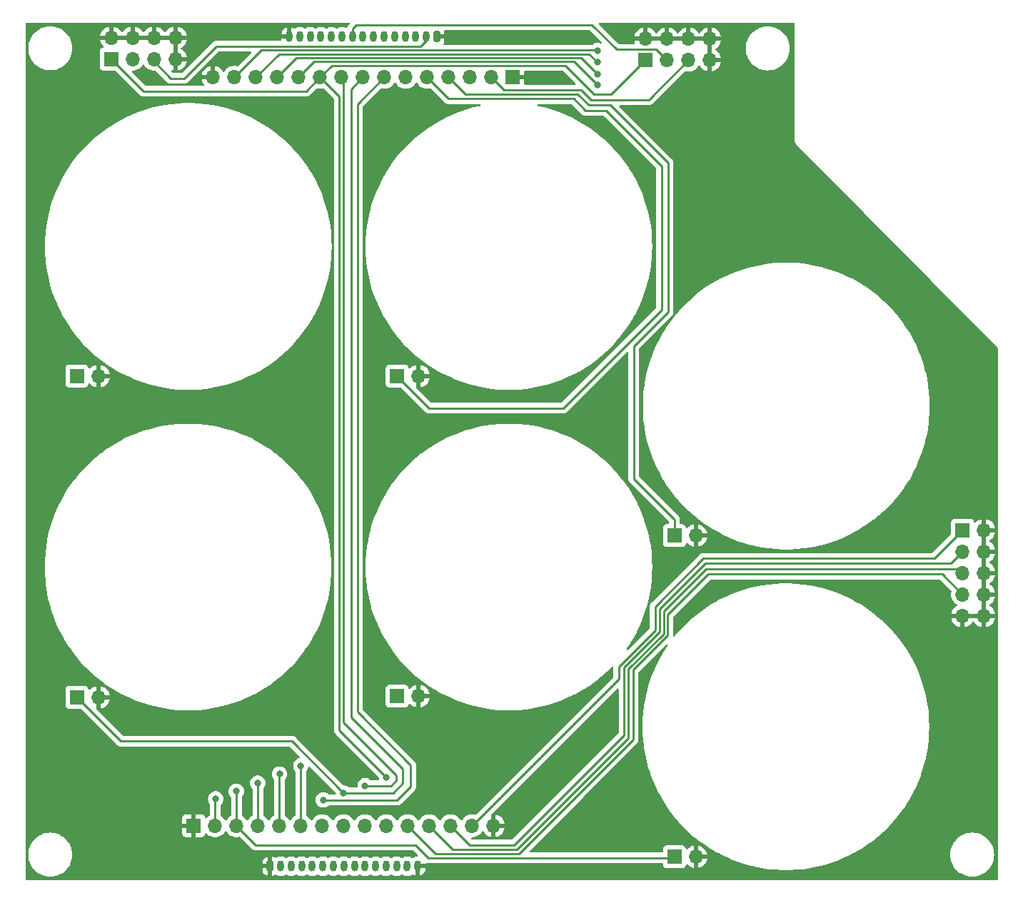
<source format=gbr>
%TF.GenerationSoftware,KiCad,Pcbnew,7.0.9*%
%TF.CreationDate,2023-12-28T17:28:50+09:00*%
%TF.ProjectId,arcade_input_panel_support,61726361-6465-45f6-996e-7075745f7061,2*%
%TF.SameCoordinates,PX2246a88PY7fa82d0*%
%TF.FileFunction,Copper,L2,Bot*%
%TF.FilePolarity,Positive*%
%FSLAX46Y46*%
G04 Gerber Fmt 4.6, Leading zero omitted, Abs format (unit mm)*
G04 Created by KiCad (PCBNEW 7.0.9) date 2023-12-28 17:28:50*
%MOMM*%
%LPD*%
G01*
G04 APERTURE LIST*
G04 Aperture macros list*
%AMRoundRect*
0 Rectangle with rounded corners*
0 $1 Rounding radius*
0 $2 $3 $4 $5 $6 $7 $8 $9 X,Y pos of 4 corners*
0 Add a 4 corners polygon primitive as box body*
4,1,4,$2,$3,$4,$5,$6,$7,$8,$9,$2,$3,0*
0 Add four circle primitives for the rounded corners*
1,1,$1+$1,$2,$3*
1,1,$1+$1,$4,$5*
1,1,$1+$1,$6,$7*
1,1,$1+$1,$8,$9*
0 Add four rect primitives between the rounded corners*
20,1,$1+$1,$2,$3,$4,$5,0*
20,1,$1+$1,$4,$5,$6,$7,0*
20,1,$1+$1,$6,$7,$8,$9,0*
20,1,$1+$1,$8,$9,$2,$3,0*%
G04 Aperture macros list end*
%TA.AperFunction,ComponentPad*%
%ADD10R,1.700000X1.700000*%
%TD*%
%TA.AperFunction,ComponentPad*%
%ADD11O,1.700000X1.700000*%
%TD*%
%TA.AperFunction,ComponentPad*%
%ADD12RoundRect,0.200000X-0.200000X-0.450000X0.200000X-0.450000X0.200000X0.450000X-0.200000X0.450000X0*%
%TD*%
%TA.AperFunction,ComponentPad*%
%ADD13O,0.800000X1.300000*%
%TD*%
%TA.AperFunction,ComponentPad*%
%ADD14RoundRect,0.200000X0.200000X0.450000X-0.200000X0.450000X-0.200000X-0.450000X0.200000X-0.450000X0*%
%TD*%
%TA.AperFunction,ViaPad*%
%ADD15C,0.800000*%
%TD*%
%TA.AperFunction,Conductor*%
%ADD16C,0.250000*%
%TD*%
G04 APERTURE END LIST*
D10*
%TO.P,J15,1,Pin_1*%
%TO.N,/START*%
X74549000Y98298000D03*
D11*
%TO.P,J15,2,Pin_2*%
%TO.N,GND*%
X74549000Y100838000D03*
%TO.P,J15,3,Pin_3*%
%TO.N,/SELECT*%
X77089000Y98298000D03*
%TO.P,J15,4,Pin_4*%
%TO.N,GND*%
X77089000Y100838000D03*
%TO.P,J15,5,Pin_5*%
%TO.N,/HOTKEY*%
X79629000Y98298000D03*
%TO.P,J15,6,Pin_6*%
%TO.N,GND*%
X79629000Y100838000D03*
%TO.P,J15,7,Pin_7*%
X82169000Y98298000D03*
%TO.P,J15,8,Pin_8*%
X82169000Y100838000D03*
%TD*%
%TO.P,J14,8,Pin_8*%
%TO.N,GND*%
X18796000Y100965000D03*
%TO.P,J14,7,Pin_7*%
X18796000Y98425000D03*
%TO.P,J14,6,Pin_6*%
X16256000Y100965000D03*
%TO.P,J14,5,Pin_5*%
%TO.N,/HOTKEY*%
X16256000Y98425000D03*
%TO.P,J14,4,Pin_4*%
%TO.N,GND*%
X13716000Y100965000D03*
%TO.P,J14,3,Pin_3*%
%TO.N,/SELECT*%
X13716000Y98425000D03*
%TO.P,J14,2,Pin_2*%
%TO.N,GND*%
X11176000Y100965000D03*
D10*
%TO.P,J14,1,Pin_1*%
%TO.N,/START*%
X11176000Y98425000D03*
%TD*%
D11*
%TO.P,J7,10,Pin_10*%
%TO.N,GND*%
X114681000Y32385000D03*
%TO.P,J7,9,Pin_9*%
X112141000Y32385000D03*
%TO.P,J7,8,Pin_8*%
X114681000Y34925000D03*
%TO.P,J7,7,Pin_7*%
%TO.N,/RIGHT*%
X112141000Y34925000D03*
%TO.P,J7,6,Pin_6*%
%TO.N,GND*%
X114681000Y37465000D03*
%TO.P,J7,5,Pin_5*%
%TO.N,/LEFT*%
X112141000Y37465000D03*
%TO.P,J7,4,Pin_4*%
%TO.N,GND*%
X114681000Y40005000D03*
%TO.P,J7,3,Pin_3*%
%TO.N,/DOWN*%
X112141000Y40005000D03*
%TO.P,J7,2,Pin_2*%
%TO.N,GND*%
X114681000Y42545000D03*
D10*
%TO.P,J7,1,Pin_1*%
%TO.N,/UP*%
X112141000Y42545000D03*
%TD*%
%TO.P,J4,1,Pin_1*%
%TO.N,GND*%
X20955000Y7493000D03*
D11*
%TO.P,J4,2,Pin_2*%
%TO.N,/HOTKEY*%
X23495000Y7493000D03*
%TO.P,J4,3,Pin_3*%
%TO.N,/TR*%
X26035000Y7493000D03*
%TO.P,J4,4,Pin_4*%
%TO.N,/TL*%
X28575000Y7493000D03*
%TO.P,J4,5,Pin_5*%
%TO.N,/Y*%
X31115000Y7493000D03*
%TO.P,J4,6,Pin_6*%
%TO.N,/X*%
X33655000Y7493000D03*
%TO.P,J4,7,Pin_7*%
%TO.N,/B*%
X36195000Y7493000D03*
%TO.P,J4,8,Pin_8*%
%TO.N,/A*%
X38735000Y7493000D03*
%TO.P,J4,9,Pin_9*%
%TO.N,/SELECT*%
X41275000Y7493000D03*
%TO.P,J4,10,Pin_10*%
%TO.N,/START*%
X43815000Y7493000D03*
%TO.P,J4,11,Pin_11*%
%TO.N,/RIGHT*%
X46355000Y7493000D03*
%TO.P,J4,12,Pin_12*%
%TO.N,/LEFT*%
X48895000Y7493000D03*
%TO.P,J4,13,Pin_13*%
%TO.N,/DOWN*%
X51435000Y7493000D03*
%TO.P,J4,14,Pin_14*%
%TO.N,/UP*%
X53975000Y7493000D03*
%TO.P,J4,15,Pin_15*%
%TO.N,GND*%
X56515000Y7493000D03*
%TD*%
D10*
%TO.P,J12,1,Pin_1*%
%TO.N,/TL*%
X77978000Y41910000D03*
D11*
%TO.P,J12,2,Pin_2*%
%TO.N,GND*%
X80518000Y41910000D03*
%TD*%
D10*
%TO.P,J3,1,Pin_1*%
%TO.N,GND*%
X58801000Y96266000D03*
D11*
%TO.P,J3,2,Pin_2*%
%TO.N,/HOTKEY*%
X56261000Y96266000D03*
%TO.P,J3,3,Pin_3*%
%TO.N,/TR*%
X53721000Y96266000D03*
%TO.P,J3,4,Pin_4*%
%TO.N,/TL*%
X51181000Y96266000D03*
%TO.P,J3,5,Pin_5*%
%TO.N,/Y*%
X48641000Y96266000D03*
%TO.P,J3,6,Pin_6*%
%TO.N,/X*%
X46101000Y96266000D03*
%TO.P,J3,7,Pin_7*%
%TO.N,/B*%
X43561000Y96266000D03*
%TO.P,J3,8,Pin_8*%
%TO.N,/A*%
X41021000Y96266000D03*
%TO.P,J3,9,Pin_9*%
%TO.N,/SELECT*%
X38481000Y96266000D03*
%TO.P,J3,10,Pin_10*%
%TO.N,/START*%
X35941000Y96266000D03*
%TO.P,J3,11,Pin_11*%
%TO.N,/RIGHT*%
X33401000Y96266000D03*
%TO.P,J3,12,Pin_12*%
%TO.N,/LEFT*%
X30861000Y96266000D03*
%TO.P,J3,13,Pin_13*%
%TO.N,/DOWN*%
X28321000Y96266000D03*
%TO.P,J3,14,Pin_14*%
%TO.N,/UP*%
X25781000Y96266000D03*
%TO.P,J3,15,Pin_15*%
%TO.N,GND*%
X23241000Y96266000D03*
%TD*%
D10*
%TO.P,J10,1,Pin_1*%
%TO.N,/X*%
X7112000Y60833000D03*
D11*
%TO.P,J10,2,Pin_2*%
%TO.N,GND*%
X9652000Y60833000D03*
%TD*%
D10*
%TO.P,J8,1,Pin_1*%
%TO.N,/A*%
X7112000Y22733000D03*
D11*
%TO.P,J8,2,Pin_2*%
%TO.N,GND*%
X9652000Y22733000D03*
%TD*%
D10*
%TO.P,J11,1,Pin_1*%
%TO.N,/Y*%
X45085000Y60833000D03*
D11*
%TO.P,J11,2,Pin_2*%
%TO.N,GND*%
X47625000Y60833000D03*
%TD*%
D12*
%TO.P,J2,1,Pin_1*%
%TO.N,GND*%
X30025000Y2692400D03*
D13*
%TO.P,J2,2,Pin_2*%
%TO.N,/HOTKEY*%
X31275000Y2692400D03*
%TO.P,J2,3,Pin_3*%
%TO.N,/TR*%
X32525000Y2692400D03*
%TO.P,J2,4,Pin_4*%
%TO.N,/TL*%
X33775000Y2692400D03*
%TO.P,J2,5,Pin_5*%
%TO.N,/Y*%
X35025000Y2692400D03*
%TO.P,J2,6,Pin_6*%
%TO.N,/X*%
X36275000Y2692400D03*
%TO.P,J2,7,Pin_7*%
%TO.N,/B*%
X37525000Y2692400D03*
%TO.P,J2,8,Pin_8*%
%TO.N,/A*%
X38775000Y2692400D03*
%TO.P,J2,9,Pin_9*%
%TO.N,/SELECT*%
X40025000Y2692400D03*
%TO.P,J2,10,Pin_10*%
%TO.N,/START*%
X41275000Y2692400D03*
%TO.P,J2,11,Pin_11*%
%TO.N,/RIGHT*%
X42525000Y2692400D03*
%TO.P,J2,12,Pin_12*%
%TO.N,/LEFT*%
X43775000Y2692400D03*
%TO.P,J2,13,Pin_13*%
%TO.N,/DOWN*%
X45025000Y2692400D03*
%TO.P,J2,14,Pin_14*%
%TO.N,/UP*%
X46275000Y2692400D03*
%TO.P,J2,15,Pin_15*%
%TO.N,GND*%
X47525000Y2692400D03*
%TD*%
D14*
%TO.P,J1,1,Pin_1*%
%TO.N,GND*%
X49784000Y101092000D03*
D13*
%TO.P,J1,2,Pin_2*%
%TO.N,/HOTKEY*%
X48534000Y101092000D03*
%TO.P,J1,3,Pin_3*%
%TO.N,/TR*%
X47284000Y101092000D03*
%TO.P,J1,4,Pin_4*%
%TO.N,/TL*%
X46034000Y101092000D03*
%TO.P,J1,5,Pin_5*%
%TO.N,/Y*%
X44784000Y101092000D03*
%TO.P,J1,6,Pin_6*%
%TO.N,/X*%
X43534000Y101092000D03*
%TO.P,J1,7,Pin_7*%
%TO.N,/B*%
X42284000Y101092000D03*
%TO.P,J1,8,Pin_8*%
%TO.N,/A*%
X41034000Y101092000D03*
%TO.P,J1,9,Pin_9*%
%TO.N,/SELECT*%
X39784000Y101092000D03*
%TO.P,J1,10,Pin_10*%
%TO.N,/START*%
X38534000Y101092000D03*
%TO.P,J1,11,Pin_11*%
%TO.N,/RIGHT*%
X37284000Y101092000D03*
%TO.P,J1,12,Pin_12*%
%TO.N,/LEFT*%
X36034000Y101092000D03*
%TO.P,J1,13,Pin_13*%
%TO.N,/DOWN*%
X34784000Y101092000D03*
%TO.P,J1,14,Pin_14*%
%TO.N,/UP*%
X33534000Y101092000D03*
%TO.P,J1,15,Pin_15*%
%TO.N,GND*%
X32284000Y101092000D03*
%TD*%
D10*
%TO.P,J13,1,Pin_1*%
%TO.N,/TR*%
X77978000Y3810000D03*
D11*
%TO.P,J13,2,Pin_2*%
%TO.N,GND*%
X80518000Y3810000D03*
%TD*%
D10*
%TO.P,J9,1,Pin_1*%
%TO.N,/B*%
X45085000Y22860000D03*
D11*
%TO.P,J9,2,Pin_2*%
%TO.N,GND*%
X47625000Y22860000D03*
%TD*%
D15*
%TO.N,/HOTKEY*%
X23571200Y10668000D03*
%TO.N,/TR*%
X26009600Y11582400D03*
%TO.N,/TL*%
X28549600Y12547600D03*
%TO.N,/Y*%
X31140400Y13614400D03*
%TO.N,/X*%
X33655000Y14605000D03*
%TO.N,/B*%
X36322000Y10541000D03*
%TO.N,/A*%
X38735000Y11379200D03*
%TO.N,/SELECT*%
X41275000Y12242800D03*
%TO.N,/START*%
X43815000Y13258800D03*
%TO.N,/LEFT*%
X68834000Y96647000D03*
%TO.N,/DOWN*%
X68834000Y98044000D03*
%TO.N,/UP*%
X68834000Y99441000D03*
%TO.N,/RIGHT*%
X68834000Y95377000D03*
%TD*%
D16*
%TO.N,/DOWN*%
X110744000Y38608000D02*
X112141000Y40005000D01*
X81635600Y38608000D02*
X110744000Y38608000D01*
X71983600Y18262600D02*
X71983600Y26238200D01*
X58928000Y5207000D02*
X71983600Y18262600D01*
X71983600Y26238200D02*
X76225400Y30480000D01*
X76225400Y33197800D02*
X81635600Y38608000D01*
X53721000Y5207000D02*
X58928000Y5207000D01*
X76225400Y30480000D02*
X76225400Y33197800D01*
X51435000Y7493000D02*
X53721000Y5207000D01*
%TO.N,/LEFT*%
X111633000Y37973000D02*
X112141000Y37465000D01*
X81762600Y37973000D02*
X111633000Y37973000D01*
X72517000Y17907000D02*
X72517000Y26085800D01*
X72517000Y26085800D02*
X76708000Y30276800D01*
X59309000Y4699000D02*
X72517000Y17907000D01*
X51689000Y4699000D02*
X59309000Y4699000D01*
X48895000Y7493000D02*
X51689000Y4699000D01*
X76708000Y30276800D02*
X76708000Y32918400D01*
X76708000Y32918400D02*
X81762600Y37973000D01*
%TO.N,/RIGHT*%
X109728000Y37338000D02*
X112141000Y34925000D01*
X77165200Y30073600D02*
X77165200Y32512000D01*
X77165200Y32512000D02*
X81991200Y37338000D01*
X73075800Y25984200D02*
X77165200Y30073600D01*
X59563000Y4191000D02*
X73075800Y17703800D01*
X81991200Y37338000D02*
X109728000Y37338000D01*
X49657000Y4191000D02*
X59563000Y4191000D01*
X46355000Y7493000D02*
X49657000Y4191000D01*
X73075800Y17703800D02*
X73075800Y25984200D01*
%TO.N,/TR*%
X26035000Y7493000D02*
X28321000Y5207000D01*
X28321000Y5207000D02*
X47244000Y5207000D01*
X77851000Y3683000D02*
X77978000Y3810000D01*
X47244000Y5207000D02*
X48768000Y3683000D01*
X48768000Y3683000D02*
X77851000Y3683000D01*
%TO.N,/B*%
X40386000Y20980400D02*
X40386000Y93091000D01*
X46685200Y14681200D02*
X40386000Y20980400D01*
X46685200Y12141200D02*
X46685200Y14681200D01*
X45085000Y10541000D02*
X46685200Y12141200D01*
X36322000Y10541000D02*
X45085000Y10541000D01*
X40386000Y93091000D02*
X43561000Y96266000D01*
%TO.N,/A*%
X45770800Y14224000D02*
X39624000Y20370800D01*
X39624000Y20370800D02*
X39624000Y94869000D01*
X44602400Y11379200D02*
X45770800Y12547600D01*
X45770800Y12547600D02*
X45770800Y14224000D01*
X38735000Y11379200D02*
X44602400Y11379200D01*
X39624000Y94869000D02*
X41021000Y96266000D01*
%TO.N,/SELECT*%
X45008800Y13512800D02*
X38735000Y19786600D01*
X38735000Y19786600D02*
X38735000Y96012000D01*
X45008800Y12852400D02*
X45008800Y13512800D01*
X44399200Y12242800D02*
X45008800Y12852400D01*
X41275000Y12242800D02*
X44399200Y12242800D01*
X38735000Y96012000D02*
X38481000Y96266000D01*
%TO.N,/A*%
X12319000Y17526000D02*
X7112000Y22733000D01*
X32588200Y17526000D02*
X12319000Y17526000D01*
X38735000Y11379200D02*
X32588200Y17526000D01*
%TO.N,/HOTKEY*%
X23495000Y10591800D02*
X23495000Y7493000D01*
X23571200Y10668000D02*
X23495000Y10591800D01*
%TO.N,/TR*%
X26035000Y11557000D02*
X26035000Y7493000D01*
X26009600Y11582400D02*
X26035000Y11557000D01*
%TO.N,/TL*%
X28575000Y7493000D02*
X28575000Y12522200D01*
X28575000Y12522200D02*
X28549600Y12547600D01*
%TO.N,/Y*%
X31140400Y13614400D02*
X31115000Y13589000D01*
X31115000Y13589000D02*
X31115000Y7493000D01*
%TO.N,/START*%
X38227000Y18846800D02*
X38227000Y93980000D01*
X43815000Y13258800D02*
X38227000Y18846800D01*
X38227000Y93980000D02*
X35941000Y96266000D01*
%TO.N,/UP*%
X108813600Y39217600D02*
X112141000Y42545000D01*
X75692000Y33502600D02*
X81407000Y39217600D01*
X71374000Y26314400D02*
X75692000Y30632400D01*
X81407000Y39217600D02*
X108813600Y39217600D01*
X71374000Y24892000D02*
X71374000Y26314400D01*
X53975000Y7493000D02*
X71374000Y24892000D01*
X75692000Y30632400D02*
X75692000Y33502600D01*
%TO.N,/X*%
X33655000Y14605000D02*
X33655000Y7493000D01*
%TO.N,/HOTKEY*%
X19812000Y96139000D02*
X18224500Y96139000D01*
X18224500Y96139000D02*
X16256000Y98107500D01*
X23622000Y99949000D02*
X19812000Y96139000D01*
X16256000Y98107500D02*
X16256000Y98425000D01*
X47879000Y99949000D02*
X23622000Y99949000D01*
X48534000Y101092000D02*
X48534000Y100604000D01*
X48534000Y100604000D02*
X47879000Y99949000D01*
%TO.N,/SELECT*%
X40259000Y102489000D02*
X39784000Y102014000D01*
X71120000Y99568000D02*
X68199000Y102489000D01*
X75819000Y99568000D02*
X71120000Y99568000D01*
X68199000Y102489000D02*
X40259000Y102489000D01*
X77089000Y98298000D02*
X75819000Y99568000D01*
X39784000Y102014000D02*
X39784000Y101092000D01*
%TO.N,/TL*%
X77978000Y43815000D02*
X77978000Y41910000D01*
X73152000Y48641000D02*
X77978000Y43815000D01*
X77216000Y68453000D02*
X73152000Y64389000D01*
X77216000Y86106000D02*
X77216000Y68453000D01*
X70358000Y92964000D02*
X77216000Y86106000D01*
X67817651Y92964000D02*
X70358000Y92964000D01*
X66489651Y94292000D02*
X67817651Y92964000D01*
X73152000Y64389000D02*
X73152000Y48641000D01*
X51181000Y96266000D02*
X53155000Y94292000D01*
X53155000Y94292000D02*
X66489651Y94292000D01*
%TO.N,/Y*%
X67437000Y92329000D02*
X66040000Y93726000D01*
X69850000Y92329000D02*
X67437000Y92329000D01*
X76454000Y68707000D02*
X76454000Y85725000D01*
X76454000Y85725000D02*
X69850000Y92329000D01*
X64770000Y57023000D02*
X76454000Y68707000D01*
X66040000Y93726000D02*
X51181000Y93726000D01*
X48895000Y57023000D02*
X64770000Y57023000D01*
X45085000Y60833000D02*
X48895000Y57023000D01*
X51181000Y93726000D02*
X48641000Y96266000D01*
%TO.N,/HOTKEY*%
X68072000Y93599000D02*
X74930000Y93599000D01*
X66929000Y94742000D02*
X68072000Y93599000D01*
X57785000Y94742000D02*
X66929000Y94742000D01*
X74930000Y93599000D02*
X79629000Y98298000D01*
X56261000Y96266000D02*
X57785000Y94742000D01*
%TO.N,/START*%
X68453000Y94234000D02*
X70485000Y94234000D01*
X70485000Y94234000D02*
X74549000Y98298000D01*
X37338000Y97663000D02*
X65024000Y97663000D01*
X65024000Y97663000D02*
X68453000Y94234000D01*
X35941000Y96266000D02*
X37338000Y97663000D01*
%TO.N,/RIGHT*%
X35248000Y98113000D02*
X33401000Y96266000D01*
X66098000Y98113000D02*
X35248000Y98113000D01*
X68834000Y95377000D02*
X66098000Y98113000D01*
%TO.N,/LEFT*%
X66918000Y98563000D02*
X33158000Y98563000D01*
X68834000Y96647000D02*
X66918000Y98563000D01*
X33158000Y98563000D02*
X30861000Y96266000D01*
%TO.N,/DOWN*%
X67865000Y99013000D02*
X31068000Y99013000D01*
X68834000Y98044000D02*
X67865000Y99013000D01*
X31068000Y99013000D02*
X28321000Y96266000D01*
%TO.N,/UP*%
X28978000Y99463000D02*
X25781000Y96266000D01*
X68834000Y99441000D02*
X68812000Y99463000D01*
X68812000Y99463000D02*
X28978000Y99463000D01*
%TO.N,/START*%
X14986000Y94615000D02*
X34290000Y94615000D01*
X34290000Y94615000D02*
X35941000Y96266000D01*
X11176000Y98425000D02*
X14986000Y94615000D01*
%TO.N,/LEFT*%
X30607000Y96520000D02*
X30480000Y96520000D01*
%TO.N,/B*%
X43307000Y96520000D02*
X43561000Y96266000D01*
X43180000Y96520000D02*
X43307000Y96520000D01*
%TO.N,/Y*%
X48387000Y96520000D02*
X48260000Y96520000D01*
X48641000Y96266000D02*
X48387000Y96520000D01*
%TO.N,/LEFT*%
X30861000Y96266000D02*
X30607000Y96520000D01*
%TD*%
%TA.AperFunction,Conductor*%
%TO.N,GND*%
G36*
X39400271Y102738815D02*
G01*
X39446026Y102686011D01*
X39455970Y102616853D01*
X39426945Y102553297D01*
X39420923Y102546830D01*
X39396302Y102522209D01*
X39395178Y102521084D01*
X39382820Y102511182D01*
X39382993Y102510973D01*
X39376983Y102506001D01*
X39329016Y102454922D01*
X39307872Y102433778D01*
X39307857Y102433761D01*
X39303531Y102428186D01*
X39299747Y102423756D01*
X39267419Y102389329D01*
X39267412Y102389319D01*
X39257579Y102371433D01*
X39246903Y102355180D01*
X39234386Y102339043D01*
X39234385Y102339041D01*
X39215625Y102295690D01*
X39213055Y102290444D01*
X39190303Y102249059D01*
X39190303Y102249058D01*
X39185225Y102229280D01*
X39178926Y102210881D01*
X39175372Y102202665D01*
X39169661Y102189468D01*
X39124971Y102135759D01*
X39058339Y102114737D01*
X38996737Y102130583D01*
X38996689Y102130474D01*
X38996044Y102130761D01*
X38993863Y102131322D01*
X38990756Y102133116D01*
X38978439Y102138600D01*
X38816288Y102210794D01*
X38816286Y102210795D01*
X38629487Y102250500D01*
X38438513Y102250500D01*
X38251714Y102210795D01*
X38077246Y102133117D01*
X37981886Y102063833D01*
X37916079Y102040353D01*
X37848025Y102056178D01*
X37836114Y102063833D01*
X37770603Y102111430D01*
X37740752Y102133118D01*
X37566288Y102210794D01*
X37566286Y102210795D01*
X37379487Y102250500D01*
X37188513Y102250500D01*
X37001714Y102210795D01*
X36827246Y102133117D01*
X36731886Y102063833D01*
X36666079Y102040353D01*
X36598025Y102056178D01*
X36586114Y102063833D01*
X36520603Y102111430D01*
X36490752Y102133118D01*
X36316288Y102210794D01*
X36316286Y102210795D01*
X36129487Y102250500D01*
X35938513Y102250500D01*
X35751714Y102210795D01*
X35577246Y102133117D01*
X35481886Y102063833D01*
X35416079Y102040353D01*
X35348025Y102056178D01*
X35336114Y102063833D01*
X35270603Y102111430D01*
X35240752Y102133118D01*
X35066288Y102210794D01*
X35066286Y102210795D01*
X34879487Y102250500D01*
X34688513Y102250500D01*
X34501714Y102210795D01*
X34327246Y102133117D01*
X34231886Y102063833D01*
X34166079Y102040353D01*
X34098025Y102056178D01*
X34086114Y102063833D01*
X34020603Y102111430D01*
X33990752Y102133118D01*
X33816288Y102210794D01*
X33816286Y102210795D01*
X33629487Y102250500D01*
X33438513Y102250500D01*
X33251714Y102210795D01*
X33077243Y102133116D01*
X32974654Y102058580D01*
X32908848Y102035100D01*
X32840794Y102050926D01*
X32828883Y102058580D01*
X32736477Y102125718D01*
X32563648Y102202665D01*
X32534000Y102208968D01*
X32534000Y101116624D01*
X32519495Y101189545D01*
X32464240Y101272240D01*
X32381545Y101327495D01*
X32308624Y101342000D01*
X32259376Y101342000D01*
X32186455Y101327495D01*
X32103760Y101272240D01*
X32048505Y101189545D01*
X32029102Y101092000D01*
X32048505Y100994455D01*
X32103760Y100911760D01*
X32186455Y100856505D01*
X32259376Y100842000D01*
X31384000Y100842000D01*
X31384000Y100794841D01*
X31391923Y100719462D01*
X31379354Y100650732D01*
X31331622Y100599708D01*
X31268602Y100582500D01*
X23705632Y100582500D01*
X23689880Y100584240D01*
X23689855Y100583968D01*
X23682093Y100584702D01*
X23682092Y100584702D01*
X23612029Y100582500D01*
X23582144Y100582500D01*
X23582141Y100582500D01*
X23582129Y100582499D01*
X23575137Y100581616D01*
X23569320Y100581159D01*
X23522111Y100579675D01*
X23522109Y100579674D01*
X23502496Y100573977D01*
X23483459Y100570035D01*
X23463208Y100567476D01*
X23463202Y100567474D01*
X23419299Y100550093D01*
X23413775Y100548202D01*
X23368406Y100535019D01*
X23368401Y100535017D01*
X23350827Y100524624D01*
X23333362Y100516068D01*
X23314387Y100508555D01*
X23314385Y100508554D01*
X23276176Y100480794D01*
X23271294Y100477588D01*
X23230635Y100453542D01*
X23216200Y100439106D01*
X23201412Y100426475D01*
X23184894Y100414474D01*
X23184888Y100414468D01*
X23154780Y100378075D01*
X23150849Y100373754D01*
X19585914Y96808819D01*
X19524591Y96775334D01*
X19498233Y96772500D01*
X18538267Y96772500D01*
X18471228Y96792185D01*
X18450586Y96808819D01*
X18352829Y96906576D01*
X18319344Y96967899D01*
X18324328Y97037591D01*
X18366200Y97093524D01*
X18431664Y97117941D01*
X18472603Y97114032D01*
X18546000Y97094366D01*
X18546000Y97989499D01*
X18653685Y97940320D01*
X18760237Y97925000D01*
X18831763Y97925000D01*
X18938315Y97940320D01*
X19046000Y97989499D01*
X19046000Y97094367D01*
X19259483Y97151567D01*
X19259492Y97151571D01*
X19473578Y97251400D01*
X19667082Y97386895D01*
X19834105Y97553918D01*
X19969602Y97747425D01*
X20069429Y97961508D01*
X20069432Y97961514D01*
X20126636Y98175000D01*
X19229686Y98175000D01*
X19255493Y98215156D01*
X19296000Y98353111D01*
X19296000Y98496889D01*
X19255493Y98634844D01*
X19229686Y98675000D01*
X20126636Y98675000D01*
X20126635Y98675001D01*
X20069432Y98888487D01*
X20069429Y98888493D01*
X19969600Y99102578D01*
X19969599Y99102580D01*
X19834113Y99296074D01*
X19834108Y99296080D01*
X19667082Y99463106D01*
X19480968Y99593425D01*
X19437344Y99648002D01*
X19430151Y99717501D01*
X19461673Y99779855D01*
X19480968Y99796575D01*
X19667082Y99926895D01*
X19834105Y100093918D01*
X19969600Y100287422D01*
X20069429Y100501508D01*
X20069432Y100501514D01*
X20126636Y100715000D01*
X19229686Y100715000D01*
X19255493Y100755156D01*
X19296000Y100893111D01*
X19296000Y101036889D01*
X19255493Y101174844D01*
X19229686Y101215000D01*
X20126636Y101215000D01*
X20126635Y101215001D01*
X20092606Y101342000D01*
X31384000Y101342000D01*
X32034000Y101342000D01*
X32034000Y102208968D01*
X32004354Y102202666D01*
X31831518Y102125714D01*
X31678464Y102014513D01*
X31551872Y101873919D01*
X31551870Y101873916D01*
X31457283Y101710085D01*
X31457278Y101710073D01*
X31398819Y101530155D01*
X31384000Y101389160D01*
X31384000Y101342000D01*
X20092606Y101342000D01*
X20069432Y101428487D01*
X20069429Y101428493D01*
X19969600Y101642578D01*
X19969599Y101642580D01*
X19834113Y101836074D01*
X19834108Y101836080D01*
X19667082Y102003106D01*
X19473578Y102138601D01*
X19259492Y102238430D01*
X19259486Y102238433D01*
X19046000Y102295636D01*
X19046000Y101400502D01*
X18938315Y101449680D01*
X18831763Y101465000D01*
X18760237Y101465000D01*
X18653685Y101449680D01*
X18546000Y101400502D01*
X18546000Y102295636D01*
X18545999Y102295636D01*
X18332513Y102238433D01*
X18332507Y102238430D01*
X18118422Y102138601D01*
X18118420Y102138600D01*
X17924926Y102003114D01*
X17924920Y102003109D01*
X17757891Y101836080D01*
X17757890Y101836078D01*
X17627575Y101649969D01*
X17572998Y101606345D01*
X17503499Y101599152D01*
X17441145Y101630674D01*
X17424425Y101649969D01*
X17294109Y101836078D01*
X17294108Y101836080D01*
X17127082Y102003106D01*
X16933578Y102138601D01*
X16719492Y102238430D01*
X16719486Y102238433D01*
X16506000Y102295636D01*
X16506000Y101400502D01*
X16398315Y101449680D01*
X16291763Y101465000D01*
X16220237Y101465000D01*
X16113685Y101449680D01*
X16006000Y101400502D01*
X16006000Y102295636D01*
X16005999Y102295636D01*
X15792513Y102238433D01*
X15792507Y102238430D01*
X15578422Y102138601D01*
X15578420Y102138600D01*
X15384926Y102003114D01*
X15384920Y102003109D01*
X15217891Y101836080D01*
X15217890Y101836078D01*
X15087575Y101649969D01*
X15032998Y101606345D01*
X14963499Y101599152D01*
X14901145Y101630674D01*
X14884425Y101649969D01*
X14754109Y101836078D01*
X14754108Y101836080D01*
X14587082Y102003106D01*
X14393578Y102138601D01*
X14179492Y102238430D01*
X14179486Y102238433D01*
X13966000Y102295636D01*
X13966000Y101400502D01*
X13858315Y101449680D01*
X13751763Y101465000D01*
X13680237Y101465000D01*
X13573685Y101449680D01*
X13466000Y101400502D01*
X13466000Y102295636D01*
X13465999Y102295636D01*
X13252513Y102238433D01*
X13252507Y102238430D01*
X13038422Y102138601D01*
X13038420Y102138600D01*
X12844926Y102003114D01*
X12844920Y102003109D01*
X12677891Y101836080D01*
X12677890Y101836078D01*
X12547575Y101649969D01*
X12492998Y101606345D01*
X12423499Y101599152D01*
X12361145Y101630674D01*
X12344425Y101649969D01*
X12214109Y101836078D01*
X12214108Y101836080D01*
X12047082Y102003106D01*
X11853578Y102138601D01*
X11639492Y102238430D01*
X11639486Y102238433D01*
X11426000Y102295636D01*
X11426000Y101400502D01*
X11318315Y101449680D01*
X11211763Y101465000D01*
X11140237Y101465000D01*
X11033685Y101449680D01*
X10926000Y101400502D01*
X10926000Y102295636D01*
X10925999Y102295636D01*
X10712513Y102238433D01*
X10712507Y102238430D01*
X10498422Y102138601D01*
X10498420Y102138600D01*
X10304926Y102003114D01*
X10304920Y102003109D01*
X10137891Y101836080D01*
X10137886Y101836074D01*
X10002400Y101642580D01*
X10002399Y101642578D01*
X9902570Y101428493D01*
X9902567Y101428487D01*
X9845364Y101215001D01*
X9845364Y101215000D01*
X10742314Y101215000D01*
X10716507Y101174844D01*
X10676000Y101036889D01*
X10676000Y100893111D01*
X10716507Y100755156D01*
X10742314Y100715000D01*
X9845364Y100715000D01*
X9902567Y100501514D01*
X9902570Y100501508D01*
X10002399Y100287422D01*
X10137894Y100093918D01*
X10253727Y99978085D01*
X10287212Y99916762D01*
X10282228Y99847070D01*
X10240356Y99791137D01*
X10209381Y99774223D01*
X10079795Y99725889D01*
X9962739Y99638261D01*
X9875111Y99521205D01*
X9824011Y99384205D01*
X9824011Y99384203D01*
X9817500Y99323655D01*
X9817500Y97526346D01*
X9824011Y97465798D01*
X9824011Y97465796D01*
X9854833Y97383163D01*
X9875111Y97328796D01*
X9962739Y97211739D01*
X10079796Y97124111D01*
X10216799Y97073011D01*
X10244050Y97070082D01*
X10277345Y97066501D01*
X10277362Y97066500D01*
X11587234Y97066500D01*
X11654273Y97046815D01*
X11674915Y97030181D01*
X14478910Y94226186D01*
X14488816Y94213822D01*
X14489026Y94213995D01*
X14494001Y94207981D01*
X14545095Y94160000D01*
X14566224Y94138871D01*
X14566228Y94138868D01*
X14566231Y94138865D01*
X14571805Y94134542D01*
X14576245Y94130749D01*
X14597856Y94110456D01*
X14610679Y94098414D01*
X14610683Y94098411D01*
X14628563Y94088582D01*
X14644827Y94077899D01*
X14660960Y94065386D01*
X14704301Y94046631D01*
X14709550Y94044059D01*
X14718080Y94039370D01*
X14750940Y94021305D01*
X14770718Y94016227D01*
X14789119Y94009927D01*
X14807855Y94001819D01*
X14852362Y93994771D01*
X14854503Y93994431D01*
X14860212Y93993249D01*
X14905970Y93981500D01*
X14926384Y93981500D01*
X14945783Y93979973D01*
X14965943Y93976780D01*
X15012966Y93981225D01*
X15018804Y93981500D01*
X34206366Y93981500D01*
X34222113Y93979762D01*
X34222139Y93980032D01*
X34229905Y93979299D01*
X34229909Y93979298D01*
X34299958Y93981500D01*
X34329856Y93981500D01*
X34329857Y93981500D01*
X34331222Y93981673D01*
X34336862Y93982386D01*
X34342685Y93982844D01*
X34368708Y93983662D01*
X34389890Y93984327D01*
X34399681Y93987173D01*
X34409481Y93990020D01*
X34428538Y93993968D01*
X34448797Y93996526D01*
X34492721Y94013918D01*
X34498221Y94015801D01*
X34543593Y94028982D01*
X34561165Y94039375D01*
X34578632Y94047932D01*
X34597617Y94055448D01*
X34635826Y94083210D01*
X34640704Y94086415D01*
X34681362Y94110458D01*
X34695802Y94124900D01*
X34710592Y94137530D01*
X34727107Y94149528D01*
X34757222Y94185933D01*
X34761126Y94190224D01*
X35484009Y94913107D01*
X35545330Y94946590D01*
X35602143Y94945626D01*
X35606356Y94944559D01*
X35606365Y94944556D01*
X35828431Y94907500D01*
X36053569Y94907500D01*
X36275630Y94944555D01*
X36275631Y94944556D01*
X36275635Y94944556D01*
X36275637Y94944558D01*
X36279849Y94945624D01*
X36349669Y94943012D01*
X36397991Y94913105D01*
X37557181Y93753915D01*
X37590666Y93692592D01*
X37593500Y93666234D01*
X37593500Y18930434D01*
X37591761Y18914687D01*
X37592032Y18914661D01*
X37591298Y18906895D01*
X37593500Y18836843D01*
X37593500Y18806941D01*
X37594384Y18799944D01*
X37594842Y18794121D01*
X37596326Y18746911D01*
X37596327Y18746909D01*
X37602022Y18727305D01*
X37605967Y18708258D01*
X37608526Y18688003D01*
X37608527Y18688000D01*
X37608528Y18687997D01*
X37625914Y18644084D01*
X37627806Y18638556D01*
X37640981Y18593208D01*
X37651372Y18575638D01*
X37659932Y18558165D01*
X37667447Y18539183D01*
X37695209Y18500973D01*
X37698416Y18496090D01*
X37722458Y18455438D01*
X37722462Y18455434D01*
X37736889Y18441007D01*
X37749526Y18426212D01*
X37761528Y18409693D01*
X37797931Y18379578D01*
X37802231Y18375665D01*
X40477440Y15700456D01*
X42868378Y13309518D01*
X42901863Y13248195D01*
X42904018Y13234799D01*
X42911992Y13158932D01*
X42921458Y13068872D01*
X42921459Y13068869D01*
X42931288Y13038618D01*
X42933283Y12968777D01*
X42897202Y12908944D01*
X42834501Y12878116D01*
X42813357Y12876300D01*
X41982309Y12876300D01*
X41915270Y12895985D01*
X41890160Y12917327D01*
X41886254Y12921665D01*
X41823298Y12967406D01*
X41731752Y13033918D01*
X41557288Y13111594D01*
X41557286Y13111595D01*
X41370487Y13151300D01*
X41179513Y13151300D01*
X40992714Y13111595D01*
X40992712Y13111594D01*
X40828805Y13038618D01*
X40818246Y13033917D01*
X40663745Y12921665D01*
X40535959Y12779743D01*
X40440473Y12614357D01*
X40440470Y12614350D01*
X40400359Y12490900D01*
X40381458Y12432728D01*
X40361496Y12242800D01*
X40371285Y12149659D01*
X40358717Y12080932D01*
X40310985Y12029908D01*
X40247965Y12012700D01*
X39442309Y12012700D01*
X39375270Y12032385D01*
X39350160Y12053727D01*
X39346254Y12058065D01*
X39341981Y12061170D01*
X39191752Y12170318D01*
X39017288Y12247994D01*
X39017286Y12247995D01*
X38830487Y12287700D01*
X38773766Y12287700D01*
X38706727Y12307385D01*
X38686085Y12324019D01*
X35891797Y15118307D01*
X33095288Y17914817D01*
X33085387Y17927177D01*
X33085177Y17927002D01*
X33080202Y17933014D01*
X33080200Y17933018D01*
X33053858Y17957755D01*
X33029122Y17980984D01*
X33007968Y18002137D01*
X33005992Y18003669D01*
X33002383Y18006469D01*
X32997950Y18010256D01*
X32963521Y18042586D01*
X32963519Y18042588D01*
X32945631Y18052422D01*
X32929370Y18063103D01*
X32913239Y18075616D01*
X32869893Y18094373D01*
X32864645Y18096944D01*
X32837451Y18111894D01*
X32823260Y18119695D01*
X32819860Y18120568D01*
X32803487Y18124772D01*
X32785081Y18131074D01*
X32766344Y18139182D01*
X32766346Y18139182D01*
X32719696Y18146570D01*
X32713981Y18147754D01*
X32693812Y18152932D01*
X32668232Y18159500D01*
X32668230Y18159500D01*
X32647816Y18159500D01*
X32628417Y18161027D01*
X32608258Y18164220D01*
X32608257Y18164220D01*
X32561234Y18159775D01*
X32555396Y18159500D01*
X12632766Y18159500D01*
X12565727Y18179185D01*
X12545085Y18195819D01*
X9438319Y21302586D01*
X9404834Y21363909D01*
X9402000Y21390267D01*
X9402000Y22297499D01*
X9509685Y22248320D01*
X9616237Y22233000D01*
X9687763Y22233000D01*
X9794315Y22248320D01*
X9902000Y22297499D01*
X9902000Y21402367D01*
X10115483Y21459567D01*
X10115492Y21459571D01*
X10329578Y21559400D01*
X10523082Y21694895D01*
X10690105Y21861918D01*
X10825600Y22055422D01*
X10925429Y22269508D01*
X10925432Y22269514D01*
X10982636Y22483000D01*
X10085686Y22483000D01*
X10111493Y22523156D01*
X10152000Y22661111D01*
X10152000Y22804889D01*
X10111493Y22942844D01*
X10085686Y22983000D01*
X10982636Y22983000D01*
X10982635Y22983001D01*
X10925432Y23196487D01*
X10925429Y23196493D01*
X10825600Y23410578D01*
X10825599Y23410580D01*
X10690113Y23604074D01*
X10690108Y23604080D01*
X10523082Y23771106D01*
X10329578Y23906601D01*
X10115492Y24006430D01*
X10115486Y24006433D01*
X9902000Y24063636D01*
X9902000Y23168502D01*
X9794315Y23217680D01*
X9687763Y23233000D01*
X9616237Y23233000D01*
X9509685Y23217680D01*
X9402000Y23168502D01*
X9402000Y24063636D01*
X9401999Y24063636D01*
X9188513Y24006433D01*
X9188507Y24006430D01*
X8974422Y23906601D01*
X8974420Y23906600D01*
X8780926Y23771114D01*
X8665084Y23655272D01*
X8603761Y23621788D01*
X8534069Y23626772D01*
X8478136Y23668644D01*
X8461223Y23699616D01*
X8412889Y23829204D01*
X8325261Y23946261D01*
X8208204Y24033889D01*
X8071203Y24084989D01*
X8010654Y24091500D01*
X8010638Y24091500D01*
X6213362Y24091500D01*
X6213345Y24091500D01*
X6152797Y24084989D01*
X6152795Y24084989D01*
X6015795Y24033889D01*
X5898739Y23946261D01*
X5811111Y23829205D01*
X5760011Y23692205D01*
X5760011Y23692203D01*
X5753500Y23631655D01*
X5753500Y21834346D01*
X5760011Y21773798D01*
X5760011Y21773796D01*
X5793168Y21684902D01*
X5811111Y21636796D01*
X5898739Y21519739D01*
X6015796Y21432111D01*
X6152799Y21381011D01*
X6180050Y21378082D01*
X6213345Y21374501D01*
X6213362Y21374500D01*
X7523234Y21374500D01*
X7590273Y21354815D01*
X7610915Y21338181D01*
X11811912Y17137183D01*
X11821816Y17124822D01*
X11822026Y17124995D01*
X11827001Y17118981D01*
X11878078Y17071016D01*
X11899224Y17049870D01*
X11904813Y17045534D01*
X11909245Y17041748D01*
X11941159Y17011780D01*
X11943680Y17009413D01*
X11961562Y16999583D01*
X11977829Y16988898D01*
X11993960Y16976385D01*
X12015838Y16966919D01*
X12037307Y16957629D01*
X12042533Y16955069D01*
X12083940Y16932305D01*
X12103716Y16927228D01*
X12122124Y16920925D01*
X12140850Y16912821D01*
X12140852Y16912820D01*
X12140853Y16912820D01*
X12140855Y16912819D01*
X12181784Y16906337D01*
X12187503Y16905431D01*
X12193212Y16904249D01*
X12238970Y16892500D01*
X12259384Y16892500D01*
X12278783Y16890973D01*
X12298943Y16887780D01*
X12345966Y16892225D01*
X12351804Y16892500D01*
X32274434Y16892500D01*
X32341473Y16872815D01*
X32362115Y16856181D01*
X33517840Y15700456D01*
X33551325Y15639133D01*
X33546341Y15569441D01*
X33504469Y15513508D01*
X33455940Y15491485D01*
X33372714Y15473795D01*
X33372712Y15473794D01*
X33224624Y15407861D01*
X33198246Y15396117D01*
X33043745Y15283865D01*
X32915959Y15141943D01*
X32820473Y14976557D01*
X32820470Y14976550D01*
X32761459Y14794932D01*
X32761458Y14794928D01*
X32741496Y14605000D01*
X32761458Y14415072D01*
X32761459Y14415069D01*
X32820470Y14233451D01*
X32820473Y14233444D01*
X32867873Y14151344D01*
X32915960Y14068056D01*
X32989649Y13986216D01*
X33019880Y13923225D01*
X33021500Y13903244D01*
X33021500Y8768731D01*
X33001815Y8701692D01*
X32956520Y8659677D01*
X32909422Y8634189D01*
X32909422Y8634188D01*
X32731761Y8495908D01*
X32731756Y8495903D01*
X32579284Y8330277D01*
X32579276Y8330266D01*
X32488808Y8191794D01*
X32435662Y8146438D01*
X32366431Y8137014D01*
X32303095Y8166516D01*
X32281192Y8191794D01*
X32190723Y8330266D01*
X32190715Y8330277D01*
X32038243Y8495903D01*
X32038238Y8495908D01*
X31860577Y8634188D01*
X31860577Y8634189D01*
X31813480Y8659677D01*
X31763891Y8708898D01*
X31748500Y8768731D01*
X31748500Y12884434D01*
X31768185Y12951473D01*
X31780346Y12967402D01*
X31879440Y13077456D01*
X31974927Y13242844D01*
X32033942Y13424472D01*
X32053904Y13614400D01*
X32033942Y13804328D01*
X31974927Y13985956D01*
X31879440Y14151344D01*
X31751653Y14293266D01*
X31597152Y14405518D01*
X31422688Y14483194D01*
X31422686Y14483195D01*
X31235887Y14522900D01*
X31044913Y14522900D01*
X30858114Y14483195D01*
X30858112Y14483194D01*
X30704611Y14414851D01*
X30683646Y14405517D01*
X30529145Y14293265D01*
X30401359Y14151343D01*
X30305873Y13985957D01*
X30305870Y13985950D01*
X30246859Y13804332D01*
X30246858Y13804328D01*
X30226896Y13614400D01*
X30246858Y13424472D01*
X30246859Y13424469D01*
X30305870Y13242851D01*
X30305873Y13242844D01*
X30401360Y13077456D01*
X30449651Y13023824D01*
X30479880Y12960834D01*
X30481500Y12940853D01*
X30481500Y8768731D01*
X30461815Y8701692D01*
X30416520Y8659677D01*
X30369422Y8634189D01*
X30369422Y8634188D01*
X30191761Y8495908D01*
X30191756Y8495903D01*
X30039284Y8330277D01*
X30039276Y8330266D01*
X29948808Y8191794D01*
X29895662Y8146438D01*
X29826431Y8137014D01*
X29763095Y8166516D01*
X29741192Y8191794D01*
X29650723Y8330266D01*
X29650715Y8330277D01*
X29498243Y8495903D01*
X29498238Y8495908D01*
X29320577Y8634188D01*
X29320577Y8634189D01*
X29273480Y8659677D01*
X29223891Y8708898D01*
X29208500Y8768731D01*
X29208500Y11874053D01*
X29228185Y11941092D01*
X29240344Y11957019D01*
X29288640Y12010656D01*
X29384127Y12176044D01*
X29443142Y12357672D01*
X29463104Y12547600D01*
X29443142Y12737528D01*
X29384127Y12919156D01*
X29288640Y13084544D01*
X29160853Y13226466D01*
X29006352Y13338718D01*
X28831888Y13416394D01*
X28831886Y13416395D01*
X28645087Y13456100D01*
X28454113Y13456100D01*
X28267314Y13416395D01*
X28092846Y13338717D01*
X27938345Y13226465D01*
X27810559Y13084543D01*
X27715073Y12919157D01*
X27715070Y12919150D01*
X27656059Y12737532D01*
X27656058Y12737528D01*
X27636096Y12547600D01*
X27656058Y12357672D01*
X27656059Y12357669D01*
X27715070Y12176051D01*
X27715073Y12176044D01*
X27810560Y12010656D01*
X27909650Y11900605D01*
X27939880Y11837615D01*
X27941500Y11817634D01*
X27941500Y8768731D01*
X27921815Y8701692D01*
X27876520Y8659677D01*
X27829422Y8634189D01*
X27829422Y8634188D01*
X27651761Y8495908D01*
X27651756Y8495903D01*
X27499284Y8330277D01*
X27499276Y8330266D01*
X27408808Y8191794D01*
X27355662Y8146438D01*
X27286431Y8137014D01*
X27223095Y8166516D01*
X27201192Y8191794D01*
X27110723Y8330266D01*
X27110715Y8330277D01*
X26958243Y8495903D01*
X26958238Y8495908D01*
X26780577Y8634188D01*
X26780577Y8634189D01*
X26733480Y8659677D01*
X26683891Y8708898D01*
X26668500Y8768731D01*
X26668500Y10908853D01*
X26688185Y10975892D01*
X26700344Y10991819D01*
X26748640Y11045456D01*
X26844127Y11210844D01*
X26903142Y11392472D01*
X26923104Y11582400D01*
X26903142Y11772328D01*
X26844127Y11953956D01*
X26748640Y12119344D01*
X26620853Y12261266D01*
X26466352Y12373518D01*
X26291888Y12451194D01*
X26291886Y12451195D01*
X26105087Y12490900D01*
X25914113Y12490900D01*
X25727314Y12451195D01*
X25552846Y12373517D01*
X25398345Y12261265D01*
X25270559Y12119343D01*
X25175073Y11953957D01*
X25175070Y11953950D01*
X25130302Y11816167D01*
X25116058Y11772328D01*
X25096096Y11582400D01*
X25116058Y11392472D01*
X25116059Y11392469D01*
X25175070Y11210851D01*
X25175073Y11210844D01*
X25270560Y11045456D01*
X25369650Y10935405D01*
X25399880Y10872415D01*
X25401500Y10852434D01*
X25401500Y8768731D01*
X25381815Y8701692D01*
X25336520Y8659677D01*
X25289422Y8634189D01*
X25289422Y8634188D01*
X25111761Y8495908D01*
X25111756Y8495903D01*
X24959284Y8330277D01*
X24959276Y8330266D01*
X24868808Y8191794D01*
X24815662Y8146438D01*
X24746431Y8137014D01*
X24683095Y8166516D01*
X24661192Y8191794D01*
X24570723Y8330266D01*
X24570715Y8330277D01*
X24418243Y8495903D01*
X24418238Y8495908D01*
X24240577Y8634188D01*
X24240577Y8634189D01*
X24193480Y8659677D01*
X24143891Y8708898D01*
X24128500Y8768731D01*
X24128500Y9886754D01*
X24148185Y9953793D01*
X24179612Y9987071D01*
X24182453Y9989134D01*
X24202077Y10010928D01*
X24225062Y10036456D01*
X24310240Y10131056D01*
X24405727Y10296444D01*
X24464742Y10478072D01*
X24484704Y10668000D01*
X24464742Y10857928D01*
X24405727Y11039556D01*
X24310240Y11204944D01*
X24182453Y11346866D01*
X24027952Y11459118D01*
X23853488Y11536794D01*
X23853486Y11536795D01*
X23666687Y11576500D01*
X23475713Y11576500D01*
X23288914Y11536795D01*
X23114446Y11459117D01*
X22959945Y11346865D01*
X22832159Y11204943D01*
X22736673Y11039557D01*
X22736670Y11039550D01*
X22692476Y10903534D01*
X22677658Y10857928D01*
X22657696Y10668000D01*
X22677658Y10478072D01*
X22677659Y10478069D01*
X22736670Y10296451D01*
X22736673Y10296444D01*
X22832159Y10131057D01*
X22835978Y10125801D01*
X22834146Y10124471D01*
X22859878Y10070862D01*
X22861500Y10050872D01*
X22861500Y8768731D01*
X22841815Y8701692D01*
X22796520Y8659677D01*
X22749422Y8634189D01*
X22749422Y8634188D01*
X22571761Y8495908D01*
X22502092Y8420227D01*
X22442205Y8384237D01*
X22372367Y8386338D01*
X22314751Y8425863D01*
X22294681Y8460878D01*
X22248354Y8585087D01*
X22248350Y8585094D01*
X22162190Y8700188D01*
X22162187Y8700191D01*
X22047093Y8786351D01*
X22047086Y8786355D01*
X21912379Y8836597D01*
X21912372Y8836599D01*
X21852844Y8843000D01*
X21205000Y8843000D01*
X21205000Y7928502D01*
X21097315Y7977680D01*
X20990763Y7993000D01*
X20919237Y7993000D01*
X20812685Y7977680D01*
X20705000Y7928502D01*
X20705000Y8843000D01*
X20057155Y8843000D01*
X19997627Y8836599D01*
X19997620Y8836597D01*
X19862913Y8786355D01*
X19862906Y8786351D01*
X19747812Y8700191D01*
X19747809Y8700188D01*
X19661649Y8585094D01*
X19661645Y8585087D01*
X19611403Y8450380D01*
X19611401Y8450373D01*
X19605000Y8390845D01*
X19605000Y7743000D01*
X20521314Y7743000D01*
X20495507Y7702844D01*
X20455000Y7564889D01*
X20455000Y7421111D01*
X20495507Y7283156D01*
X20521314Y7243000D01*
X19605000Y7243000D01*
X19605000Y6595156D01*
X19611401Y6535628D01*
X19611403Y6535621D01*
X19661645Y6400914D01*
X19661649Y6400907D01*
X19747809Y6285813D01*
X19747812Y6285810D01*
X19862906Y6199650D01*
X19862913Y6199646D01*
X19997620Y6149404D01*
X19997627Y6149402D01*
X20057155Y6143001D01*
X20057172Y6143000D01*
X20705000Y6143000D01*
X20705000Y7057499D01*
X20812685Y7008320D01*
X20919237Y6993000D01*
X20990763Y6993000D01*
X21097315Y7008320D01*
X21205000Y7057499D01*
X21205000Y6143000D01*
X21852828Y6143000D01*
X21852844Y6143001D01*
X21912372Y6149402D01*
X21912379Y6149404D01*
X22047086Y6199646D01*
X22047093Y6199650D01*
X22162187Y6285810D01*
X22162190Y6285813D01*
X22248350Y6400907D01*
X22248354Y6400914D01*
X22294681Y6525123D01*
X22336552Y6581057D01*
X22402016Y6605474D01*
X22470289Y6590623D01*
X22502089Y6565777D01*
X22571760Y6490094D01*
X22749424Y6351811D01*
X22749425Y6351811D01*
X22749427Y6351809D01*
X22809314Y6319400D01*
X22947426Y6244658D01*
X23160365Y6171556D01*
X23382431Y6134500D01*
X23607569Y6134500D01*
X23829635Y6171556D01*
X24042574Y6244658D01*
X24240576Y6351811D01*
X24418240Y6490094D01*
X24539594Y6621918D01*
X24570715Y6655724D01*
X24570715Y6655725D01*
X24570722Y6655732D01*
X24661193Y6794210D01*
X24714338Y6839563D01*
X24783569Y6848987D01*
X24846905Y6819485D01*
X24868804Y6794213D01*
X24959278Y6655732D01*
X24959283Y6655727D01*
X24959284Y6655724D01*
X25102680Y6499957D01*
X25111760Y6490094D01*
X25289424Y6351811D01*
X25289425Y6351811D01*
X25289427Y6351809D01*
X25349314Y6319400D01*
X25487426Y6244658D01*
X25700365Y6171556D01*
X25922431Y6134500D01*
X26147569Y6134500D01*
X26369630Y6171555D01*
X26369631Y6171556D01*
X26369635Y6171556D01*
X26369637Y6171558D01*
X26373849Y6172624D01*
X26443669Y6170012D01*
X26491991Y6140105D01*
X27813910Y4818186D01*
X27823816Y4805822D01*
X27824026Y4805995D01*
X27829001Y4799981D01*
X27880094Y4752001D01*
X27899824Y4732272D01*
X27901230Y4730866D01*
X27906802Y4726544D01*
X27911242Y4722751D01*
X27945678Y4690414D01*
X27963567Y4680580D01*
X27979831Y4669897D01*
X27995959Y4657387D01*
X28029037Y4643073D01*
X28039298Y4638633D01*
X28044545Y4636063D01*
X28085940Y4613305D01*
X28105718Y4608227D01*
X28124119Y4601927D01*
X28142855Y4593819D01*
X28187362Y4586771D01*
X28189503Y4586431D01*
X28195212Y4585249D01*
X28240970Y4573500D01*
X28261384Y4573500D01*
X28280783Y4571973D01*
X28300943Y4568780D01*
X28347966Y4573225D01*
X28353804Y4573500D01*
X46930234Y4573500D01*
X46997273Y4553815D01*
X47017915Y4537181D01*
X47502020Y4053076D01*
X47535505Y3991753D01*
X47530521Y3922061D01*
X47488649Y3866128D01*
X47436365Y3845619D01*
X47436762Y3843751D01*
X47245355Y3803066D01*
X47072519Y3726114D01*
X46980115Y3658979D01*
X46914308Y3635500D01*
X46846254Y3651326D01*
X46834344Y3658980D01*
X46827114Y3664233D01*
X46731752Y3733518D01*
X46557288Y3811194D01*
X46557286Y3811195D01*
X46370487Y3850900D01*
X46179513Y3850900D01*
X45992714Y3811195D01*
X45818246Y3733517D01*
X45722886Y3664233D01*
X45657079Y3640753D01*
X45589025Y3656578D01*
X45577114Y3664233D01*
X45481752Y3733518D01*
X45307288Y3811194D01*
X45307286Y3811195D01*
X45120487Y3850900D01*
X44929513Y3850900D01*
X44742714Y3811195D01*
X44568246Y3733517D01*
X44472886Y3664233D01*
X44407079Y3640753D01*
X44339025Y3656578D01*
X44327114Y3664233D01*
X44231752Y3733518D01*
X44057288Y3811194D01*
X44057286Y3811195D01*
X43870487Y3850900D01*
X43679513Y3850900D01*
X43492714Y3811195D01*
X43318246Y3733517D01*
X43222886Y3664233D01*
X43157079Y3640753D01*
X43089025Y3656578D01*
X43077114Y3664233D01*
X42981752Y3733518D01*
X42807288Y3811194D01*
X42807286Y3811195D01*
X42620487Y3850900D01*
X42429513Y3850900D01*
X42242714Y3811195D01*
X42068246Y3733517D01*
X41972886Y3664233D01*
X41907079Y3640753D01*
X41839025Y3656578D01*
X41827114Y3664233D01*
X41731752Y3733518D01*
X41557288Y3811194D01*
X41557286Y3811195D01*
X41370487Y3850900D01*
X41179513Y3850900D01*
X40992714Y3811195D01*
X40818246Y3733517D01*
X40722886Y3664233D01*
X40657079Y3640753D01*
X40589025Y3656578D01*
X40577114Y3664233D01*
X40481752Y3733518D01*
X40307288Y3811194D01*
X40307286Y3811195D01*
X40120487Y3850900D01*
X39929513Y3850900D01*
X39742714Y3811195D01*
X39568246Y3733517D01*
X39472886Y3664233D01*
X39407079Y3640753D01*
X39339025Y3656578D01*
X39327114Y3664233D01*
X39231752Y3733518D01*
X39057288Y3811194D01*
X39057286Y3811195D01*
X38870487Y3850900D01*
X38679513Y3850900D01*
X38492714Y3811195D01*
X38318246Y3733517D01*
X38222886Y3664233D01*
X38157079Y3640753D01*
X38089025Y3656578D01*
X38077114Y3664233D01*
X37981752Y3733518D01*
X37807288Y3811194D01*
X37807286Y3811195D01*
X37620487Y3850900D01*
X37429513Y3850900D01*
X37242714Y3811195D01*
X37068246Y3733517D01*
X36972886Y3664233D01*
X36907079Y3640753D01*
X36839025Y3656578D01*
X36827114Y3664233D01*
X36731752Y3733518D01*
X36557288Y3811194D01*
X36557286Y3811195D01*
X36370487Y3850900D01*
X36179513Y3850900D01*
X35992714Y3811195D01*
X35818246Y3733517D01*
X35722886Y3664233D01*
X35657079Y3640753D01*
X35589025Y3656578D01*
X35577114Y3664233D01*
X35481752Y3733518D01*
X35307288Y3811194D01*
X35307286Y3811195D01*
X35120487Y3850900D01*
X34929513Y3850900D01*
X34742714Y3811195D01*
X34568246Y3733517D01*
X34472886Y3664233D01*
X34407079Y3640753D01*
X34339025Y3656578D01*
X34327114Y3664233D01*
X34231752Y3733518D01*
X34057288Y3811194D01*
X34057286Y3811195D01*
X33870487Y3850900D01*
X33679513Y3850900D01*
X33492714Y3811195D01*
X33318246Y3733517D01*
X33222886Y3664233D01*
X33157079Y3640753D01*
X33089025Y3656578D01*
X33077114Y3664233D01*
X32981752Y3733518D01*
X32807288Y3811194D01*
X32807286Y3811195D01*
X32620487Y3850900D01*
X32429513Y3850900D01*
X32242714Y3811195D01*
X32068246Y3733517D01*
X31972886Y3664233D01*
X31907079Y3640753D01*
X31839025Y3656578D01*
X31827114Y3664233D01*
X31731752Y3733518D01*
X31557288Y3811194D01*
X31557286Y3811195D01*
X31370487Y3850900D01*
X31179513Y3850900D01*
X30992714Y3811195D01*
X30818247Y3733519D01*
X30785833Y3709968D01*
X30720027Y3686489D01*
X30651973Y3702315D01*
X30648799Y3704170D01*
X30514395Y3785420D01*
X30514396Y3785420D01*
X30352105Y3835991D01*
X30352106Y3835991D01*
X30281572Y3842400D01*
X30275000Y3842400D01*
X30275000Y2717024D01*
X30260495Y2789945D01*
X30205240Y2872640D01*
X30122545Y2927895D01*
X30049624Y2942400D01*
X30000376Y2942400D01*
X29927455Y2927895D01*
X29844760Y2872640D01*
X29789505Y2789945D01*
X29770102Y2692400D01*
X29789505Y2594855D01*
X29844760Y2512160D01*
X29927455Y2456905D01*
X30000376Y2442400D01*
X30049624Y2442400D01*
X30122545Y2456905D01*
X30205240Y2512160D01*
X30260495Y2594855D01*
X30275000Y2667777D01*
X30275000Y1542401D01*
X30281581Y1542401D01*
X30352102Y1548809D01*
X30352107Y1548810D01*
X30514396Y1599382D01*
X30648799Y1680631D01*
X30716353Y1698467D01*
X30782827Y1676950D01*
X30785813Y1674848D01*
X30818248Y1651282D01*
X30992712Y1573606D01*
X31179513Y1533900D01*
X31370487Y1533900D01*
X31557288Y1573606D01*
X31731752Y1651282D01*
X31827114Y1720568D01*
X31892920Y1744048D01*
X31960974Y1728223D01*
X31972886Y1720567D01*
X32068242Y1651286D01*
X32068243Y1651285D01*
X32068245Y1651284D01*
X32068248Y1651282D01*
X32242712Y1573606D01*
X32429513Y1533900D01*
X32620487Y1533900D01*
X32807288Y1573606D01*
X32981752Y1651282D01*
X33077114Y1720568D01*
X33142920Y1744048D01*
X33210974Y1728223D01*
X33222886Y1720567D01*
X33318242Y1651286D01*
X33318243Y1651285D01*
X33318245Y1651284D01*
X33318248Y1651282D01*
X33492712Y1573606D01*
X33679513Y1533900D01*
X33870487Y1533900D01*
X34057288Y1573606D01*
X34231752Y1651282D01*
X34327114Y1720568D01*
X34392920Y1744048D01*
X34460974Y1728223D01*
X34472886Y1720567D01*
X34568242Y1651286D01*
X34568243Y1651285D01*
X34568245Y1651284D01*
X34568248Y1651282D01*
X34742712Y1573606D01*
X34929513Y1533900D01*
X35120487Y1533900D01*
X35307288Y1573606D01*
X35481752Y1651282D01*
X35577114Y1720568D01*
X35642920Y1744048D01*
X35710974Y1728223D01*
X35722886Y1720567D01*
X35818242Y1651286D01*
X35818243Y1651285D01*
X35818245Y1651284D01*
X35818248Y1651282D01*
X35992712Y1573606D01*
X36179513Y1533900D01*
X36370487Y1533900D01*
X36557288Y1573606D01*
X36731752Y1651282D01*
X36827114Y1720568D01*
X36892920Y1744048D01*
X36960974Y1728223D01*
X36972886Y1720567D01*
X37068242Y1651286D01*
X37068243Y1651285D01*
X37068245Y1651284D01*
X37068248Y1651282D01*
X37242712Y1573606D01*
X37429513Y1533900D01*
X37620487Y1533900D01*
X37807288Y1573606D01*
X37981752Y1651282D01*
X38077114Y1720568D01*
X38142920Y1744048D01*
X38210974Y1728223D01*
X38222886Y1720567D01*
X38318242Y1651286D01*
X38318243Y1651285D01*
X38318245Y1651284D01*
X38318248Y1651282D01*
X38492712Y1573606D01*
X38679513Y1533900D01*
X38870487Y1533900D01*
X39057288Y1573606D01*
X39231752Y1651282D01*
X39327114Y1720568D01*
X39392920Y1744048D01*
X39460974Y1728223D01*
X39472886Y1720567D01*
X39568242Y1651286D01*
X39568243Y1651285D01*
X39568245Y1651284D01*
X39568248Y1651282D01*
X39742712Y1573606D01*
X39929513Y1533900D01*
X40120487Y1533900D01*
X40307288Y1573606D01*
X40481752Y1651282D01*
X40577114Y1720568D01*
X40642920Y1744048D01*
X40710974Y1728223D01*
X40722886Y1720567D01*
X40818242Y1651286D01*
X40818243Y1651285D01*
X40818245Y1651284D01*
X40818248Y1651282D01*
X40992712Y1573606D01*
X41179513Y1533900D01*
X41370487Y1533900D01*
X41557288Y1573606D01*
X41731752Y1651282D01*
X41827114Y1720568D01*
X41892920Y1744048D01*
X41960974Y1728223D01*
X41972886Y1720567D01*
X42068242Y1651286D01*
X42068243Y1651285D01*
X42068245Y1651284D01*
X42068248Y1651282D01*
X42242712Y1573606D01*
X42429513Y1533900D01*
X42620487Y1533900D01*
X42807288Y1573606D01*
X42981752Y1651282D01*
X43077114Y1720568D01*
X43142920Y1744048D01*
X43210974Y1728223D01*
X43222886Y1720567D01*
X43318242Y1651286D01*
X43318243Y1651285D01*
X43318245Y1651284D01*
X43318248Y1651282D01*
X43492712Y1573606D01*
X43679513Y1533900D01*
X43870487Y1533900D01*
X44057288Y1573606D01*
X44231752Y1651282D01*
X44327114Y1720568D01*
X44392920Y1744048D01*
X44460974Y1728223D01*
X44472886Y1720567D01*
X44568242Y1651286D01*
X44568243Y1651285D01*
X44568245Y1651284D01*
X44568248Y1651282D01*
X44742712Y1573606D01*
X44929513Y1533900D01*
X45120487Y1533900D01*
X45307288Y1573606D01*
X45481752Y1651282D01*
X45577114Y1720568D01*
X45642920Y1744048D01*
X45710974Y1728223D01*
X45722886Y1720567D01*
X45818242Y1651286D01*
X45818243Y1651285D01*
X45818245Y1651284D01*
X45818248Y1651282D01*
X45992712Y1573606D01*
X46179513Y1533900D01*
X46370487Y1533900D01*
X46557288Y1573606D01*
X46731752Y1651282D01*
X46834344Y1725821D01*
X46900150Y1749301D01*
X46968204Y1733476D01*
X46980116Y1725821D01*
X47072522Y1658683D01*
X47245356Y1581734D01*
X47274999Y1575434D01*
X47275000Y1575434D01*
X47275000Y2667777D01*
X47289505Y2594855D01*
X47344760Y2512160D01*
X47427455Y2456905D01*
X47500376Y2442400D01*
X47549624Y2442400D01*
X47775000Y2442400D01*
X47775000Y1575434D01*
X47804643Y1581734D01*
X47977479Y1658686D01*
X48130535Y1769888D01*
X48257127Y1910482D01*
X48257129Y1910485D01*
X48351716Y2074316D01*
X48351721Y2074328D01*
X48410180Y2254246D01*
X48425000Y2395241D01*
X48425000Y2442400D01*
X47775000Y2442400D01*
X47549624Y2442400D01*
X47622545Y2456905D01*
X47705240Y2512160D01*
X47760495Y2594855D01*
X47779898Y2692400D01*
X47760495Y2789945D01*
X47705240Y2872640D01*
X47622545Y2927895D01*
X47549624Y2942400D01*
X48425000Y2942400D01*
X48425000Y2952562D01*
X48444685Y3019601D01*
X48497489Y3065356D01*
X48566647Y3075300D01*
X48583598Y3071638D01*
X48589848Y3069822D01*
X48589855Y3069819D01*
X48616117Y3065660D01*
X48636497Y3062432D01*
X48642213Y3061249D01*
X48687970Y3049500D01*
X48708390Y3049500D01*
X48727789Y3047973D01*
X48747941Y3044782D01*
X48747942Y3044781D01*
X48747942Y3044782D01*
X48747943Y3044781D01*
X48794959Y3049225D01*
X48800796Y3049500D01*
X76495500Y3049500D01*
X76562539Y3029815D01*
X76608294Y2977011D01*
X76619500Y2925500D01*
X76619500Y2911346D01*
X76626011Y2850798D01*
X76626011Y2850796D01*
X76677111Y2713796D01*
X76764739Y2596739D01*
X76881796Y2509111D01*
X77018799Y2458011D01*
X77046050Y2455082D01*
X77079345Y2451501D01*
X77079362Y2451500D01*
X78876638Y2451500D01*
X78876654Y2451501D01*
X78903692Y2454409D01*
X78937201Y2458011D01*
X79074204Y2509111D01*
X79191261Y2596739D01*
X79278889Y2713796D01*
X79327223Y2843385D01*
X79369093Y2899314D01*
X79434557Y2923731D01*
X79502830Y2908879D01*
X79531084Y2887728D01*
X79646917Y2771895D01*
X79840421Y2636400D01*
X80054507Y2536571D01*
X80054516Y2536567D01*
X80268000Y2479366D01*
X80268000Y3374499D01*
X80375685Y3325320D01*
X80482237Y3310000D01*
X80553763Y3310000D01*
X80660315Y3325320D01*
X80768000Y3374499D01*
X80768000Y2479367D01*
X80981483Y2536567D01*
X80981492Y2536571D01*
X81195578Y2636400D01*
X81389082Y2771895D01*
X81556105Y2938918D01*
X81691600Y3132422D01*
X81791429Y3346508D01*
X81791432Y3346514D01*
X81848636Y3560000D01*
X80951686Y3560000D01*
X80977493Y3600156D01*
X81018000Y3738111D01*
X81018000Y3881889D01*
X80977493Y4019844D01*
X80951686Y4060000D01*
X81848636Y4060000D01*
X81848635Y4060001D01*
X81791432Y4273487D01*
X81791429Y4273493D01*
X81691600Y4487578D01*
X81691599Y4487580D01*
X81556113Y4681074D01*
X81556108Y4681080D01*
X81389082Y4848106D01*
X81195578Y4983601D01*
X80981492Y5083430D01*
X80981486Y5083433D01*
X80768000Y5140636D01*
X80768000Y4245502D01*
X80660315Y4294680D01*
X80553763Y4310000D01*
X80482237Y4310000D01*
X80375685Y4294680D01*
X80268000Y4245502D01*
X80268000Y5140636D01*
X80267999Y5140636D01*
X80054513Y5083433D01*
X80054507Y5083430D01*
X79840422Y4983601D01*
X79840420Y4983600D01*
X79646926Y4848114D01*
X79531084Y4732272D01*
X79469761Y4698788D01*
X79400069Y4703772D01*
X79344136Y4745644D01*
X79327223Y4776616D01*
X79278889Y4906204D01*
X79191261Y5023261D01*
X79074204Y5110889D01*
X78937203Y5161989D01*
X78876654Y5168500D01*
X78876638Y5168500D01*
X77079362Y5168500D01*
X77079345Y5168500D01*
X77018797Y5161989D01*
X77018795Y5161989D01*
X76881795Y5110889D01*
X76764739Y5023261D01*
X76677111Y4906205D01*
X76626011Y4769205D01*
X76626011Y4769203D01*
X76619500Y4708655D01*
X76619500Y4440500D01*
X76599815Y4373461D01*
X76547011Y4327706D01*
X76495500Y4316500D01*
X60883766Y4316500D01*
X60816727Y4336185D01*
X60770972Y4388989D01*
X60761028Y4458147D01*
X60790053Y4521703D01*
X60796085Y4528181D01*
X67125836Y10857932D01*
X73464617Y17196714D01*
X73476978Y17206615D01*
X73476804Y17206825D01*
X73482813Y17211798D01*
X73482818Y17211800D01*
X73530783Y17262879D01*
X73551935Y17284030D01*
X73556261Y17289608D01*
X73560050Y17294045D01*
X73592386Y17328479D01*
X73602219Y17346368D01*
X73612902Y17362631D01*
X73625414Y17378759D01*
X73644171Y17422109D01*
X73646741Y17427353D01*
X73669493Y17468736D01*
X73669493Y17468737D01*
X73669495Y17468740D01*
X73674574Y17488527D01*
X73680870Y17506915D01*
X73688981Y17525655D01*
X73696369Y17572303D01*
X73697551Y17578014D01*
X73709300Y17623770D01*
X73709300Y17644185D01*
X73710827Y17663586D01*
X73714020Y17683743D01*
X73709575Y17730767D01*
X73709300Y17736605D01*
X73709300Y25670434D01*
X73728985Y25737473D01*
X73745619Y25758115D01*
X75265479Y27277975D01*
X76954369Y28966866D01*
X77015690Y29000349D01*
X77085382Y28995365D01*
X77141315Y28953493D01*
X77165732Y28888029D01*
X77150880Y28819756D01*
X77144098Y28808743D01*
X76993710Y28590869D01*
X76963436Y28547008D01*
X76815388Y28308659D01*
X76529812Y27848900D01*
X76529811Y27848899D01*
X76529805Y27848888D01*
X76130409Y27130634D01*
X76130404Y27130625D01*
X76130404Y27130624D01*
X75766180Y26393922D01*
X75437971Y25640478D01*
X75437970Y25640478D01*
X75314499Y25314909D01*
X75146544Y24872047D01*
X74892584Y24090439D01*
X74676683Y23297474D01*
X74499345Y22495004D01*
X74374843Y21766044D01*
X74360984Y21684902D01*
X74261923Y20869069D01*
X74202393Y20049386D01*
X74182535Y19227800D01*
X74202393Y18406214D01*
X74261923Y17586531D01*
X74336009Y16976386D01*
X74360984Y16770697D01*
X74499345Y15960596D01*
X74676683Y15158126D01*
X74795685Y14721054D01*
X74892584Y14365161D01*
X75074808Y13804332D01*
X75146544Y13583553D01*
X75209939Y13416395D01*
X75437970Y12815122D01*
X75437971Y12815122D01*
X75766180Y12061678D01*
X76064084Y11459118D01*
X76130409Y11324966D01*
X76267770Y11077943D01*
X76529811Y10606701D01*
X76529812Y10606700D01*
X76688595Y10351069D01*
X76963436Y9908592D01*
X77072984Y9749884D01*
X77430289Y9232240D01*
X77430289Y9232239D01*
X77929266Y8579241D01*
X78459228Y7951089D01*
X78690098Y7702844D01*
X79018907Y7349289D01*
X79018913Y7349284D01*
X79018915Y7349281D01*
X79607015Y6775225D01*
X80222147Y6230265D01*
X80222156Y6230258D01*
X80222158Y6230256D01*
X80707450Y5840500D01*
X80862914Y5715641D01*
X80862913Y5715641D01*
X81527793Y5232578D01*
X81527793Y5232579D01*
X81527795Y5232577D01*
X82215232Y4782203D01*
X82215243Y4782197D01*
X82215250Y4782192D01*
X82715608Y4487911D01*
X82923626Y4365567D01*
X83202578Y4219162D01*
X83651323Y3983642D01*
X83651322Y3983643D01*
X84396626Y3637319D01*
X84879996Y3440514D01*
X85157779Y3327414D01*
X85933022Y3054642D01*
X86720539Y2819643D01*
X87518489Y2622965D01*
X88325010Y2465070D01*
X89138218Y2346324D01*
X89138224Y2346324D01*
X89138234Y2346322D01*
X89956213Y2267006D01*
X89956212Y2267006D01*
X90777076Y2227300D01*
X90777084Y2227300D01*
X91598924Y2227300D01*
X92419788Y2267006D01*
X92419787Y2267006D01*
X93237766Y2346322D01*
X93237775Y2346324D01*
X93237782Y2346324D01*
X94050990Y2465070D01*
X94857511Y2622965D01*
X95655461Y2819643D01*
X96442978Y3054642D01*
X97218221Y3327414D01*
X97496004Y3440514D01*
X97979374Y3637319D01*
X98724678Y3983643D01*
X98724677Y3983642D01*
X98877786Y4064000D01*
X110678747Y4064000D01*
X110697741Y3749977D01*
X110697741Y3749972D01*
X110697742Y3749971D01*
X110754451Y3440522D01*
X110754452Y3440518D01*
X110754453Y3440514D01*
X110848039Y3140184D01*
X110848043Y3140173D01*
X110848044Y3140170D01*
X110848046Y3140165D01*
X110977163Y2853279D01*
X111132247Y2596739D01*
X111139924Y2584040D01*
X111333942Y2336395D01*
X111556394Y2113943D01*
X111804039Y1919925D01*
X111804044Y1919922D01*
X111804048Y1919919D01*
X112073279Y1757163D01*
X112360165Y1628046D01*
X112360175Y1628043D01*
X112360183Y1628040D01*
X112452154Y1599381D01*
X112660522Y1534451D01*
X112969971Y1477742D01*
X113284000Y1458747D01*
X113598029Y1477742D01*
X113907478Y1534451D01*
X114207835Y1628046D01*
X114494721Y1757163D01*
X114763952Y1919919D01*
X115011602Y2113940D01*
X115234060Y2336398D01*
X115428081Y2584048D01*
X115590837Y2853279D01*
X115719954Y3140165D01*
X115813549Y3440522D01*
X115870258Y3749971D01*
X115889253Y4064000D01*
X115870258Y4378029D01*
X115813549Y4687478D01*
X115776618Y4805995D01*
X115719960Y4987817D01*
X115719956Y4987828D01*
X115719954Y4987835D01*
X115590837Y5274721D01*
X115428081Y5543952D01*
X115428078Y5543956D01*
X115428075Y5543961D01*
X115234057Y5791606D01*
X115011605Y6014058D01*
X114763960Y6208076D01*
X114727255Y6230265D01*
X114494721Y6370837D01*
X114207835Y6499954D01*
X114207830Y6499956D01*
X114207827Y6499957D01*
X114207816Y6499961D01*
X113907486Y6593547D01*
X113907482Y6593548D01*
X113907478Y6593549D01*
X113598029Y6650258D01*
X113598028Y6650259D01*
X113598023Y6650259D01*
X113284000Y6669253D01*
X112969976Y6650259D01*
X112969971Y6650258D01*
X112660522Y6593549D01*
X112660519Y6593549D01*
X112660513Y6593547D01*
X112360183Y6499961D01*
X112360172Y6499957D01*
X112140092Y6400907D01*
X112073279Y6370837D01*
X112041806Y6351811D01*
X111804039Y6208076D01*
X111556394Y6014058D01*
X111333942Y5791606D01*
X111139924Y5543961D01*
X110977162Y5274719D01*
X110977161Y5274717D01*
X110848043Y4987828D01*
X110848039Y4987817D01*
X110754453Y4687487D01*
X110754451Y4687481D01*
X110754451Y4687478D01*
X110717879Y4487911D01*
X110697741Y4378024D01*
X110678747Y4064000D01*
X98877786Y4064000D01*
X99173422Y4219162D01*
X99452374Y4365567D01*
X99660392Y4487911D01*
X100160750Y4782192D01*
X100160756Y4782197D01*
X100160768Y4782203D01*
X100848205Y5232577D01*
X100848207Y5232579D01*
X100848207Y5232578D01*
X101513087Y5715641D01*
X101513086Y5715641D01*
X101668550Y5840500D01*
X102153842Y6230256D01*
X102153843Y6230258D01*
X102153853Y6230265D01*
X102768985Y6775225D01*
X103357085Y7349281D01*
X103357086Y7349284D01*
X103357093Y7349289D01*
X103685902Y7702844D01*
X103916772Y7951089D01*
X104446734Y8579241D01*
X104945711Y9232239D01*
X104945711Y9232240D01*
X105303016Y9749884D01*
X105412564Y9908592D01*
X105687405Y10351069D01*
X105846188Y10606700D01*
X105846189Y10606701D01*
X106108230Y11077943D01*
X106245591Y11324966D01*
X106311916Y11459118D01*
X106609820Y12061678D01*
X106938029Y12815122D01*
X106938030Y12815122D01*
X107166061Y13416395D01*
X107229456Y13583553D01*
X107301192Y13804332D01*
X107483416Y14365161D01*
X107580315Y14721054D01*
X107699317Y15158126D01*
X107876655Y15960596D01*
X108015016Y16770697D01*
X108039991Y16976386D01*
X108114077Y17586531D01*
X108173607Y18406214D01*
X108193465Y19227800D01*
X108173607Y20049386D01*
X108114077Y20869069D01*
X108015016Y21684902D01*
X108001157Y21766044D01*
X107876655Y22495004D01*
X107699317Y23297474D01*
X107483416Y24090439D01*
X107229456Y24872047D01*
X107061501Y25314909D01*
X106938030Y25640478D01*
X106938029Y25640478D01*
X106609820Y26393922D01*
X106245596Y27130624D01*
X106245595Y27130625D01*
X106245591Y27130634D01*
X105846195Y27848888D01*
X105846189Y27848899D01*
X105846188Y27848900D01*
X105560612Y28308659D01*
X105412564Y28547008D01*
X104945710Y29223362D01*
X104747180Y29483173D01*
X104446734Y29876359D01*
X103916772Y30504511D01*
X103405401Y31054367D01*
X103357093Y31106311D01*
X103351708Y31111567D01*
X102768985Y31680375D01*
X102153853Y32225335D01*
X101513086Y32739959D01*
X101513087Y32739959D01*
X100848207Y33223022D01*
X100848205Y33223023D01*
X100160768Y33673397D01*
X100160756Y33673404D01*
X100160750Y33673408D01*
X99452379Y34090030D01*
X99452374Y34090033D01*
X99096126Y34277006D01*
X98724677Y34471958D01*
X98724678Y34471957D01*
X97979374Y34818281D01*
X97218233Y35128181D01*
X97218235Y35128181D01*
X97218221Y35128186D01*
X96442978Y35400958D01*
X95655461Y35635957D01*
X94857511Y35832635D01*
X94050990Y35990530D01*
X93237782Y36109276D01*
X93237775Y36109277D01*
X93237766Y36109278D01*
X92419787Y36188594D01*
X92419788Y36188594D01*
X91598924Y36228300D01*
X91598916Y36228300D01*
X90777084Y36228300D01*
X90777076Y36228300D01*
X89956212Y36188594D01*
X89956213Y36188594D01*
X89138234Y36109278D01*
X89138224Y36109277D01*
X89138218Y36109276D01*
X88325010Y35990530D01*
X87518489Y35832635D01*
X86720539Y35635957D01*
X85933022Y35400958D01*
X85157779Y35128186D01*
X85157767Y35128181D01*
X84396626Y34818281D01*
X83651322Y34471957D01*
X83651323Y34471958D01*
X83279874Y34277006D01*
X82923626Y34090033D01*
X82923621Y34090030D01*
X82215250Y33673408D01*
X82215243Y33673404D01*
X82215232Y33673397D01*
X81527795Y33223023D01*
X81527793Y33223022D01*
X80862913Y32739959D01*
X80862914Y32739959D01*
X80222147Y32225335D01*
X79607015Y31680375D01*
X79024292Y31111567D01*
X79018907Y31106311D01*
X78970599Y31054367D01*
X78459228Y30504511D01*
X78021593Y29985793D01*
X77963318Y29947248D01*
X77893454Y29946327D01*
X77834183Y29983323D01*
X77804323Y30046491D01*
X77803370Y30054069D01*
X77798975Y30100569D01*
X77798700Y30106405D01*
X77798700Y32198234D01*
X77818385Y32265273D01*
X77835019Y32285915D01*
X82217285Y36668181D01*
X82278608Y36701666D01*
X82304966Y36704500D01*
X109414234Y36704500D01*
X109481273Y36684815D01*
X109501915Y36668181D01*
X110791936Y35378160D01*
X110825421Y35316837D01*
X110824461Y35260040D01*
X110796435Y35149367D01*
X110777844Y34925006D01*
X110777844Y34924995D01*
X110796434Y34700641D01*
X110796436Y34700629D01*
X110851703Y34482386D01*
X110942140Y34276208D01*
X111065276Y34087735D01*
X111065284Y34087724D01*
X111217756Y33922098D01*
X111217761Y33922093D01*
X111227541Y33914481D01*
X111395424Y33783811D01*
X111438693Y33760395D01*
X111438695Y33760394D01*
X111488286Y33711175D01*
X111503394Y33642958D01*
X111479224Y33577403D01*
X111450802Y33549764D01*
X111269922Y33423110D01*
X111269920Y33423109D01*
X111102891Y33256080D01*
X111102886Y33256074D01*
X110967400Y33062580D01*
X110967399Y33062578D01*
X110867570Y32848493D01*
X110867567Y32848487D01*
X110810364Y32635001D01*
X110810364Y32635000D01*
X111707314Y32635000D01*
X111681507Y32594844D01*
X111641000Y32456889D01*
X111641000Y32313111D01*
X111681507Y32175156D01*
X111707314Y32135000D01*
X110810364Y32135000D01*
X110867567Y31921514D01*
X110867570Y31921508D01*
X110967399Y31707422D01*
X111102894Y31513918D01*
X111269917Y31346895D01*
X111463421Y31211400D01*
X111677507Y31111571D01*
X111677516Y31111567D01*
X111891000Y31054366D01*
X111891000Y31949499D01*
X111998685Y31900320D01*
X112105237Y31885000D01*
X112176763Y31885000D01*
X112283315Y31900320D01*
X112391000Y31949499D01*
X112391000Y31054367D01*
X112604483Y31111567D01*
X112604492Y31111571D01*
X112818578Y31211400D01*
X113012082Y31346895D01*
X113179105Y31513918D01*
X113309425Y31700032D01*
X113364002Y31743656D01*
X113433501Y31750849D01*
X113495855Y31719327D01*
X113512575Y31700032D01*
X113642894Y31513918D01*
X113809917Y31346895D01*
X114003421Y31211400D01*
X114217507Y31111571D01*
X114217516Y31111567D01*
X114431000Y31054366D01*
X114431000Y31949499D01*
X114538685Y31900320D01*
X114645237Y31885000D01*
X114716763Y31885000D01*
X114823315Y31900320D01*
X114931000Y31949499D01*
X114931000Y31054367D01*
X115144483Y31111567D01*
X115144492Y31111571D01*
X115358578Y31211400D01*
X115552082Y31346895D01*
X115719105Y31513918D01*
X115854600Y31707422D01*
X115954429Y31921508D01*
X115954432Y31921514D01*
X116011636Y32135000D01*
X115114686Y32135000D01*
X115140493Y32175156D01*
X115181000Y32313111D01*
X115181000Y32456889D01*
X115140493Y32594844D01*
X115114686Y32635000D01*
X116011636Y32635000D01*
X116011635Y32635001D01*
X115954432Y32848487D01*
X115954429Y32848493D01*
X115854600Y33062578D01*
X115854599Y33062580D01*
X115719113Y33256074D01*
X115719108Y33256080D01*
X115552082Y33423106D01*
X115365968Y33553425D01*
X115322344Y33608002D01*
X115315151Y33677501D01*
X115346673Y33739855D01*
X115365968Y33756575D01*
X115552082Y33886895D01*
X115719105Y34053918D01*
X115854600Y34247422D01*
X115954429Y34461508D01*
X115954432Y34461514D01*
X116011636Y34675000D01*
X115114686Y34675000D01*
X115140493Y34715156D01*
X115181000Y34853111D01*
X115181000Y34996889D01*
X115140493Y35134844D01*
X115114686Y35175000D01*
X116011636Y35175000D01*
X116011635Y35175001D01*
X115954432Y35388487D01*
X115954429Y35388493D01*
X115854600Y35602578D01*
X115854599Y35602580D01*
X115719113Y35796074D01*
X115719108Y35796080D01*
X115552082Y35963106D01*
X115365968Y36093425D01*
X115322344Y36148002D01*
X115315151Y36217501D01*
X115346673Y36279855D01*
X115365968Y36296575D01*
X115552082Y36426895D01*
X115719105Y36593918D01*
X115854600Y36787422D01*
X115954429Y37001508D01*
X115954432Y37001514D01*
X116011636Y37215000D01*
X115114686Y37215000D01*
X115140493Y37255156D01*
X115181000Y37393111D01*
X115181000Y37536889D01*
X115140493Y37674844D01*
X115114686Y37715000D01*
X116011636Y37715000D01*
X116011635Y37715001D01*
X115954432Y37928487D01*
X115954429Y37928493D01*
X115854600Y38142578D01*
X115854599Y38142580D01*
X115719113Y38336074D01*
X115719108Y38336080D01*
X115552082Y38503106D01*
X115365968Y38633425D01*
X115322344Y38688002D01*
X115315151Y38757501D01*
X115346673Y38819855D01*
X115365968Y38836575D01*
X115552082Y38966895D01*
X115719105Y39133918D01*
X115854600Y39327422D01*
X115954429Y39541508D01*
X115954432Y39541514D01*
X116011636Y39755000D01*
X115114686Y39755000D01*
X115140493Y39795156D01*
X115181000Y39933111D01*
X115181000Y40076889D01*
X115140493Y40214844D01*
X115114686Y40255000D01*
X116011636Y40255000D01*
X116011635Y40255001D01*
X115954432Y40468487D01*
X115954429Y40468493D01*
X115854600Y40682578D01*
X115854599Y40682580D01*
X115719113Y40876074D01*
X115719108Y40876080D01*
X115552082Y41043106D01*
X115365968Y41173425D01*
X115322344Y41228002D01*
X115315151Y41297501D01*
X115346673Y41359855D01*
X115365968Y41376575D01*
X115552082Y41506895D01*
X115719105Y41673918D01*
X115854600Y41867422D01*
X115954429Y42081508D01*
X115954432Y42081514D01*
X116011636Y42295000D01*
X115114686Y42295000D01*
X115140493Y42335156D01*
X115181000Y42473111D01*
X115181000Y42616889D01*
X115140493Y42754844D01*
X115114686Y42795000D01*
X116011636Y42795000D01*
X116011635Y42795001D01*
X115954432Y43008487D01*
X115954429Y43008493D01*
X115854600Y43222578D01*
X115854599Y43222580D01*
X115719113Y43416074D01*
X115719108Y43416080D01*
X115552082Y43583106D01*
X115358578Y43718601D01*
X115144492Y43818430D01*
X115144486Y43818433D01*
X114931000Y43875636D01*
X114931000Y42980502D01*
X114823315Y43029680D01*
X114716763Y43045000D01*
X114645237Y43045000D01*
X114538685Y43029680D01*
X114431000Y42980502D01*
X114431000Y43875636D01*
X114430999Y43875636D01*
X114217513Y43818433D01*
X114217507Y43818430D01*
X114003422Y43718601D01*
X114003420Y43718600D01*
X113809926Y43583114D01*
X113694084Y43467272D01*
X113632761Y43433788D01*
X113563069Y43438772D01*
X113507136Y43480644D01*
X113490223Y43511616D01*
X113441889Y43641204D01*
X113354261Y43758261D01*
X113237204Y43845889D01*
X113213163Y43854856D01*
X113100203Y43896989D01*
X113039654Y43903500D01*
X113039638Y43903500D01*
X111242362Y43903500D01*
X111242345Y43903500D01*
X111181797Y43896989D01*
X111181795Y43896989D01*
X111044795Y43845889D01*
X110927739Y43758261D01*
X110840111Y43641205D01*
X110789011Y43504205D01*
X110789011Y43504203D01*
X110782500Y43443655D01*
X110782500Y42133767D01*
X110762815Y42066728D01*
X110746181Y42046086D01*
X108587514Y39887419D01*
X108526191Y39853934D01*
X108499833Y39851100D01*
X81490632Y39851100D01*
X81474880Y39852840D01*
X81474855Y39852568D01*
X81467093Y39853302D01*
X81467092Y39853302D01*
X81397029Y39851100D01*
X81367144Y39851100D01*
X81367141Y39851100D01*
X81367129Y39851099D01*
X81360137Y39850216D01*
X81354320Y39849759D01*
X81307111Y39848275D01*
X81307109Y39848274D01*
X81287496Y39842577D01*
X81268459Y39838635D01*
X81248208Y39836076D01*
X81248202Y39836074D01*
X81204299Y39818693D01*
X81198775Y39816802D01*
X81153406Y39803619D01*
X81153401Y39803617D01*
X81135827Y39793224D01*
X81118362Y39784668D01*
X81099387Y39777155D01*
X81099385Y39777154D01*
X81061176Y39749394D01*
X81056294Y39746188D01*
X81015635Y39722142D01*
X81001200Y39707706D01*
X80986412Y39695075D01*
X80969894Y39683074D01*
X80969888Y39683068D01*
X80939780Y39646675D01*
X80935849Y39642354D01*
X75303179Y34009686D01*
X75290820Y33999782D01*
X75290993Y33999573D01*
X75284983Y33994601D01*
X75237016Y33943522D01*
X75215872Y33922378D01*
X75215857Y33922361D01*
X75211531Y33916786D01*
X75207747Y33912356D01*
X75175419Y33877929D01*
X75175412Y33877919D01*
X75165579Y33860033D01*
X75154903Y33843780D01*
X75142386Y33827643D01*
X75142385Y33827641D01*
X75123625Y33784290D01*
X75121055Y33779044D01*
X75098303Y33737659D01*
X75098303Y33737658D01*
X75093225Y33717880D01*
X75086925Y33699478D01*
X75078818Y33680743D01*
X75071431Y33634105D01*
X75070246Y33628384D01*
X75058500Y33582635D01*
X75058500Y33562216D01*
X75056973Y33542817D01*
X75053780Y33522659D01*
X75053780Y33522658D01*
X75058225Y33475634D01*
X75058500Y33469796D01*
X75058500Y30946168D01*
X75038815Y30879129D01*
X75022181Y30858487D01*
X72505838Y28342144D01*
X72444515Y28308659D01*
X72374823Y28313643D01*
X72318890Y28355515D01*
X72294473Y28420979D01*
X72309325Y28489252D01*
X72316107Y28500265D01*
X72341210Y28536632D01*
X72560958Y28854992D01*
X72994582Y29553100D01*
X72994583Y29553101D01*
X73128866Y29794590D01*
X73393985Y30271366D01*
X73684257Y30858487D01*
X73758214Y31008078D01*
X74086423Y31761522D01*
X74086424Y31761522D01*
X74309332Y32349287D01*
X74377850Y32529953D01*
X74536801Y33019152D01*
X74631810Y33311561D01*
X74662181Y33423109D01*
X74847711Y34104526D01*
X75025049Y34906996D01*
X75163410Y35717097D01*
X75193281Y35963109D01*
X75262471Y36532931D01*
X75322001Y37352614D01*
X75341859Y38174200D01*
X75322001Y38995786D01*
X75262471Y39815469D01*
X75163410Y40631302D01*
X75159973Y40651423D01*
X75038977Y41359855D01*
X75025050Y41441399D01*
X74847710Y42243879D01*
X74631810Y43036839D01*
X74479954Y43504203D01*
X74377852Y43818441D01*
X74367442Y43845889D01*
X74295624Y44035259D01*
X74086424Y44586878D01*
X74086423Y44586878D01*
X73758214Y45340322D01*
X73393990Y46077024D01*
X73393989Y46077025D01*
X73393985Y46077034D01*
X72994589Y46795288D01*
X72994583Y46795299D01*
X72994582Y46795300D01*
X72816655Y47081751D01*
X72560958Y47493408D01*
X72094104Y48169762D01*
X72068025Y48203891D01*
X71595128Y48822759D01*
X71065166Y49450911D01*
X70659576Y49887025D01*
X70505487Y50052711D01*
X69917385Y50626769D01*
X69917379Y50626775D01*
X69302247Y51171735D01*
X68730708Y51630759D01*
X68661480Y51686359D01*
X68661481Y51686359D01*
X67996601Y52169422D01*
X67996599Y52169423D01*
X67309162Y52619797D01*
X67309150Y52619804D01*
X67309144Y52619808D01*
X66600773Y53036430D01*
X66600768Y53036433D01*
X66278969Y53205326D01*
X65873071Y53418358D01*
X65873072Y53418357D01*
X65127768Y53764681D01*
X64366627Y54074581D01*
X64366629Y54074581D01*
X64366615Y54074586D01*
X63591372Y54347358D01*
X62803855Y54582357D01*
X62005905Y54779035D01*
X61199384Y54936930D01*
X60386176Y55055676D01*
X60386169Y55055677D01*
X60386160Y55055678D01*
X59568181Y55134994D01*
X59568182Y55134994D01*
X58747318Y55174700D01*
X58747310Y55174700D01*
X57925478Y55174700D01*
X57925470Y55174700D01*
X57104606Y55134994D01*
X57104607Y55134994D01*
X56286628Y55055678D01*
X56286618Y55055677D01*
X56286612Y55055676D01*
X55473404Y54936930D01*
X54666883Y54779035D01*
X53868933Y54582357D01*
X53081416Y54347358D01*
X52306173Y54074586D01*
X52306161Y54074581D01*
X51545020Y53764681D01*
X50799716Y53418357D01*
X50799717Y53418358D01*
X50393819Y53205326D01*
X50072020Y53036433D01*
X50072015Y53036430D01*
X49363644Y52619808D01*
X49363637Y52619804D01*
X49363626Y52619797D01*
X48676189Y52169423D01*
X48676187Y52169422D01*
X48011307Y51686359D01*
X48011308Y51686359D01*
X47942080Y51630759D01*
X47370541Y51171735D01*
X46755409Y50626775D01*
X46755403Y50626769D01*
X46167301Y50052711D01*
X46013212Y49887025D01*
X45607622Y49450911D01*
X45077660Y48822759D01*
X44604763Y48203891D01*
X44578684Y48169762D01*
X44111830Y47493408D01*
X43856132Y47081751D01*
X43678206Y46795300D01*
X43678205Y46795299D01*
X43678199Y46795288D01*
X43278803Y46077034D01*
X43278798Y46077025D01*
X43278798Y46077024D01*
X42914574Y45340322D01*
X42586365Y44586878D01*
X42586364Y44586878D01*
X42377164Y44035259D01*
X42305346Y43845889D01*
X42294936Y43818441D01*
X42192834Y43504203D01*
X42040978Y43036839D01*
X41825078Y42243879D01*
X41647738Y41441399D01*
X41633811Y41359855D01*
X41512815Y40651423D01*
X41509378Y40631302D01*
X41410317Y39815469D01*
X41350787Y38995786D01*
X41330929Y38174200D01*
X41350787Y37352614D01*
X41410317Y36532931D01*
X41479507Y35963109D01*
X41509378Y35717097D01*
X41647739Y34906996D01*
X41825077Y34104526D01*
X42010607Y33423109D01*
X42040978Y33311561D01*
X42135987Y33019152D01*
X42294938Y32529953D01*
X42363455Y32349287D01*
X42586364Y31761522D01*
X42586365Y31761522D01*
X42914574Y31008078D01*
X42988531Y30858487D01*
X43278803Y30271366D01*
X43543922Y29794590D01*
X43678205Y29553101D01*
X43678206Y29553100D01*
X44111830Y28854992D01*
X44456594Y28355515D01*
X44578683Y28178640D01*
X44578683Y28178639D01*
X45077660Y27525641D01*
X45607622Y26897489D01*
X45869619Y26615775D01*
X46167301Y26295689D01*
X46167307Y26295684D01*
X46167309Y26295681D01*
X46755409Y25721625D01*
X47370541Y25176665D01*
X48011308Y24662041D01*
X48011307Y24662041D01*
X48676187Y24178978D01*
X48676187Y24178979D01*
X48676189Y24178977D01*
X49363626Y23728603D01*
X49363637Y23728597D01*
X49363644Y23728592D01*
X49688420Y23537578D01*
X50072020Y23311967D01*
X50365471Y23157952D01*
X50799717Y22930042D01*
X50799716Y22930043D01*
X51545020Y22583719D01*
X52056866Y22375320D01*
X52306173Y22273814D01*
X53081416Y22001042D01*
X53868933Y21766043D01*
X54666883Y21569365D01*
X55473404Y21411470D01*
X56286612Y21292724D01*
X56286618Y21292724D01*
X56286628Y21292722D01*
X57104607Y21213406D01*
X57104606Y21213406D01*
X57925470Y21173700D01*
X57925478Y21173700D01*
X58747318Y21173700D01*
X59568182Y21213406D01*
X59568181Y21213406D01*
X60386160Y21292722D01*
X60386169Y21292724D01*
X60386176Y21292724D01*
X61199384Y21411470D01*
X62005905Y21569365D01*
X62803855Y21766043D01*
X63591372Y22001042D01*
X64366615Y22273814D01*
X64615922Y22375320D01*
X65127768Y22583719D01*
X65873072Y22930043D01*
X65873071Y22930042D01*
X66307317Y23157952D01*
X66600768Y23311967D01*
X66984368Y23537578D01*
X67309144Y23728592D01*
X67309150Y23728597D01*
X67309162Y23728603D01*
X67996599Y24178977D01*
X67996601Y24178979D01*
X67996601Y24178978D01*
X68661481Y24662041D01*
X68661480Y24662041D01*
X69302247Y25176665D01*
X69917379Y25721625D01*
X70505479Y26295681D01*
X70505480Y26295684D01*
X70505487Y26295689D01*
X70525699Y26317422D01*
X70585768Y26353107D01*
X70655594Y26350652D01*
X70713009Y26310835D01*
X70739782Y26246299D01*
X70740500Y26232976D01*
X70740500Y25205768D01*
X70720815Y25138729D01*
X70704181Y25118087D01*
X54431990Y8845897D01*
X54370667Y8812412D01*
X54313872Y8813372D01*
X54309642Y8814443D01*
X54087569Y8851500D01*
X53862431Y8851500D01*
X53640362Y8814444D01*
X53427430Y8741344D01*
X53427419Y8741339D01*
X53229427Y8634192D01*
X53229422Y8634188D01*
X53051761Y8495908D01*
X53051756Y8495903D01*
X52899284Y8330277D01*
X52899276Y8330266D01*
X52808808Y8191794D01*
X52755662Y8146438D01*
X52686431Y8137014D01*
X52623095Y8166516D01*
X52601192Y8191794D01*
X52510723Y8330266D01*
X52510715Y8330277D01*
X52358243Y8495903D01*
X52358238Y8495908D01*
X52180577Y8634188D01*
X52180572Y8634192D01*
X51982580Y8741339D01*
X51982577Y8741341D01*
X51982574Y8741342D01*
X51982571Y8741343D01*
X51982569Y8741344D01*
X51769637Y8814444D01*
X51547569Y8851500D01*
X51322431Y8851500D01*
X51100362Y8814444D01*
X50887430Y8741344D01*
X50887419Y8741339D01*
X50689427Y8634192D01*
X50689422Y8634188D01*
X50511761Y8495908D01*
X50511756Y8495903D01*
X50359284Y8330277D01*
X50359276Y8330266D01*
X50268808Y8191794D01*
X50215662Y8146438D01*
X50146431Y8137014D01*
X50083095Y8166516D01*
X50061192Y8191794D01*
X49970723Y8330266D01*
X49970715Y8330277D01*
X49818243Y8495903D01*
X49818238Y8495908D01*
X49640577Y8634188D01*
X49640572Y8634192D01*
X49442580Y8741339D01*
X49442577Y8741341D01*
X49442574Y8741342D01*
X49442571Y8741343D01*
X49442569Y8741344D01*
X49229637Y8814444D01*
X49007569Y8851500D01*
X48782431Y8851500D01*
X48560362Y8814444D01*
X48347430Y8741344D01*
X48347419Y8741339D01*
X48149427Y8634192D01*
X48149422Y8634188D01*
X47971761Y8495908D01*
X47971756Y8495903D01*
X47819284Y8330277D01*
X47819276Y8330266D01*
X47728808Y8191794D01*
X47675662Y8146438D01*
X47606431Y8137014D01*
X47543095Y8166516D01*
X47521192Y8191794D01*
X47430723Y8330266D01*
X47430715Y8330277D01*
X47278243Y8495903D01*
X47278238Y8495908D01*
X47100577Y8634188D01*
X47100572Y8634192D01*
X46902580Y8741339D01*
X46902577Y8741341D01*
X46902574Y8741342D01*
X46902571Y8741343D01*
X46902569Y8741344D01*
X46689637Y8814444D01*
X46467569Y8851500D01*
X46242431Y8851500D01*
X46020362Y8814444D01*
X45807430Y8741344D01*
X45807419Y8741339D01*
X45609427Y8634192D01*
X45609422Y8634188D01*
X45431761Y8495908D01*
X45431756Y8495903D01*
X45279284Y8330277D01*
X45279276Y8330266D01*
X45188808Y8191794D01*
X45135662Y8146438D01*
X45066431Y8137014D01*
X45003095Y8166516D01*
X44981192Y8191794D01*
X44890723Y8330266D01*
X44890715Y8330277D01*
X44738243Y8495903D01*
X44738238Y8495908D01*
X44560577Y8634188D01*
X44560572Y8634192D01*
X44362580Y8741339D01*
X44362577Y8741341D01*
X44362574Y8741342D01*
X44362571Y8741343D01*
X44362569Y8741344D01*
X44149637Y8814444D01*
X43927569Y8851500D01*
X43702431Y8851500D01*
X43480362Y8814444D01*
X43267430Y8741344D01*
X43267419Y8741339D01*
X43069427Y8634192D01*
X43069422Y8634188D01*
X42891761Y8495908D01*
X42891756Y8495903D01*
X42739284Y8330277D01*
X42739276Y8330266D01*
X42648808Y8191794D01*
X42595662Y8146438D01*
X42526431Y8137014D01*
X42463095Y8166516D01*
X42441192Y8191794D01*
X42350723Y8330266D01*
X42350715Y8330277D01*
X42198243Y8495903D01*
X42198238Y8495908D01*
X42020577Y8634188D01*
X42020572Y8634192D01*
X41822580Y8741339D01*
X41822577Y8741341D01*
X41822574Y8741342D01*
X41822571Y8741343D01*
X41822569Y8741344D01*
X41609637Y8814444D01*
X41387569Y8851500D01*
X41162431Y8851500D01*
X40940362Y8814444D01*
X40727430Y8741344D01*
X40727419Y8741339D01*
X40529427Y8634192D01*
X40529422Y8634188D01*
X40351761Y8495908D01*
X40351756Y8495903D01*
X40199284Y8330277D01*
X40199276Y8330266D01*
X40108808Y8191794D01*
X40055662Y8146438D01*
X39986431Y8137014D01*
X39923095Y8166516D01*
X39901192Y8191794D01*
X39810723Y8330266D01*
X39810715Y8330277D01*
X39658243Y8495903D01*
X39658238Y8495908D01*
X39480577Y8634188D01*
X39480572Y8634192D01*
X39282580Y8741339D01*
X39282577Y8741341D01*
X39282574Y8741342D01*
X39282571Y8741343D01*
X39282569Y8741344D01*
X39069637Y8814444D01*
X38847569Y8851500D01*
X38622431Y8851500D01*
X38400362Y8814444D01*
X38187430Y8741344D01*
X38187419Y8741339D01*
X37989427Y8634192D01*
X37989422Y8634188D01*
X37811761Y8495908D01*
X37811756Y8495903D01*
X37659284Y8330277D01*
X37659276Y8330266D01*
X37568808Y8191794D01*
X37515662Y8146438D01*
X37446431Y8137014D01*
X37383095Y8166516D01*
X37361192Y8191794D01*
X37270723Y8330266D01*
X37270715Y8330277D01*
X37118243Y8495903D01*
X37118238Y8495908D01*
X36940577Y8634188D01*
X36940572Y8634192D01*
X36742580Y8741339D01*
X36742577Y8741341D01*
X36742574Y8741342D01*
X36742571Y8741343D01*
X36742569Y8741344D01*
X36529637Y8814444D01*
X36307569Y8851500D01*
X36082431Y8851500D01*
X35860362Y8814444D01*
X35647430Y8741344D01*
X35647419Y8741339D01*
X35449427Y8634192D01*
X35449422Y8634188D01*
X35271761Y8495908D01*
X35271756Y8495903D01*
X35119284Y8330277D01*
X35119276Y8330266D01*
X35028808Y8191794D01*
X34975662Y8146438D01*
X34906431Y8137014D01*
X34843095Y8166516D01*
X34821192Y8191794D01*
X34730723Y8330266D01*
X34730715Y8330277D01*
X34578243Y8495903D01*
X34578238Y8495908D01*
X34400577Y8634188D01*
X34400577Y8634189D01*
X34353480Y8659677D01*
X34303891Y8708898D01*
X34288500Y8768731D01*
X34288500Y13903244D01*
X34308185Y13970283D01*
X34320346Y13986212D01*
X34394040Y14068056D01*
X34489527Y14233444D01*
X34548470Y14414852D01*
X34587907Y14472527D01*
X34652266Y14499725D01*
X34721112Y14487810D01*
X34754081Y14464215D01*
X36277442Y12940853D01*
X37788379Y11429916D01*
X37821864Y11368593D01*
X37824018Y11355201D01*
X37828615Y11311461D01*
X37816047Y11242732D01*
X37768315Y11191708D01*
X37705295Y11174500D01*
X37029309Y11174500D01*
X36962270Y11194185D01*
X36937160Y11215527D01*
X36933254Y11219865D01*
X36901781Y11242732D01*
X36778752Y11332118D01*
X36604288Y11409794D01*
X36604286Y11409795D01*
X36417487Y11449500D01*
X36226513Y11449500D01*
X36039714Y11409795D01*
X36039712Y11409794D01*
X35898371Y11346865D01*
X35865246Y11332117D01*
X35710745Y11219865D01*
X35582959Y11077943D01*
X35487473Y10912557D01*
X35487470Y10912550D01*
X35428459Y10730932D01*
X35428458Y10730928D01*
X35408496Y10541000D01*
X35428458Y10351072D01*
X35428459Y10351069D01*
X35487470Y10169451D01*
X35487473Y10169444D01*
X35582960Y10004056D01*
X35710747Y9862134D01*
X35865248Y9749882D01*
X36039712Y9672206D01*
X36226513Y9632500D01*
X36417487Y9632500D01*
X36604288Y9672206D01*
X36778752Y9749882D01*
X36933253Y9862134D01*
X36937160Y9866473D01*
X36996646Y9903121D01*
X37029309Y9907500D01*
X45001366Y9907500D01*
X45017113Y9905762D01*
X45017139Y9906032D01*
X45024905Y9905299D01*
X45024909Y9905298D01*
X45094958Y9907500D01*
X45124856Y9907500D01*
X45124857Y9907500D01*
X45126222Y9907673D01*
X45131862Y9908386D01*
X45137685Y9908844D01*
X45163708Y9909662D01*
X45184890Y9910327D01*
X45194681Y9913173D01*
X45204481Y9916020D01*
X45223538Y9919968D01*
X45243797Y9922526D01*
X45287721Y9939918D01*
X45293221Y9941801D01*
X45338593Y9954982D01*
X45356165Y9965375D01*
X45373632Y9973932D01*
X45392617Y9981448D01*
X45430826Y10009210D01*
X45435704Y10012415D01*
X45476362Y10036458D01*
X45490802Y10050900D01*
X45505592Y10063530D01*
X45522107Y10075528D01*
X45552222Y10111933D01*
X45556126Y10116224D01*
X47074015Y11634113D01*
X47086380Y11644017D01*
X47086206Y11644227D01*
X47092212Y11649197D01*
X47092218Y11649200D01*
X47140199Y11700296D01*
X47161335Y11721431D01*
X47165658Y11727005D01*
X47169457Y11731453D01*
X47201785Y11765878D01*
X47211620Y11783768D01*
X47222298Y11800026D01*
X47234814Y11816160D01*
X47253574Y11859514D01*
X47256135Y11864742D01*
X47278895Y11906140D01*
X47283974Y11925926D01*
X47290272Y11944318D01*
X47298381Y11963055D01*
X47305769Y12009703D01*
X47306951Y12015414D01*
X47318700Y12061170D01*
X47318700Y12081585D01*
X47320227Y12100986D01*
X47323420Y12121143D01*
X47318975Y12168167D01*
X47318700Y12174005D01*
X47318700Y14597569D01*
X47320438Y14613319D01*
X47320168Y14613344D01*
X47320901Y14621106D01*
X47320902Y14621109D01*
X47318700Y14691158D01*
X47318700Y14721056D01*
X47317814Y14728064D01*
X47317356Y14733886D01*
X47315873Y14781089D01*
X47315872Y14781091D01*
X47310179Y14800685D01*
X47306232Y14819741D01*
X47303674Y14839997D01*
X47286284Y14883917D01*
X47284395Y14889437D01*
X47282219Y14896924D01*
X47271218Y14934793D01*
X47260822Y14952371D01*
X47252266Y14969838D01*
X47244752Y14988817D01*
X47216994Y15027021D01*
X47213787Y15031904D01*
X47204073Y15048329D01*
X47189742Y15072562D01*
X47175308Y15086996D01*
X47162671Y15101791D01*
X47150672Y15118307D01*
X47150670Y15118310D01*
X47114273Y15148419D01*
X47109951Y15152353D01*
X41055819Y21206486D01*
X41022334Y21267809D01*
X41019500Y21294167D01*
X41019500Y21961346D01*
X43726500Y21961346D01*
X43733011Y21900798D01*
X43733011Y21900796D01*
X43780380Y21773799D01*
X43784111Y21763796D01*
X43871739Y21646739D01*
X43988796Y21559111D01*
X44125799Y21508011D01*
X44153050Y21505082D01*
X44186345Y21501501D01*
X44186362Y21501500D01*
X45983638Y21501500D01*
X45983654Y21501501D01*
X46010692Y21504409D01*
X46044201Y21508011D01*
X46181204Y21559111D01*
X46298261Y21646739D01*
X46385889Y21763796D01*
X46434223Y21893385D01*
X46476093Y21949314D01*
X46541557Y21973731D01*
X46609830Y21958879D01*
X46638084Y21937728D01*
X46753917Y21821895D01*
X46947421Y21686400D01*
X47161507Y21586571D01*
X47161516Y21586567D01*
X47375000Y21529366D01*
X47375000Y22424499D01*
X47482685Y22375320D01*
X47589237Y22360000D01*
X47660763Y22360000D01*
X47767315Y22375320D01*
X47875000Y22424499D01*
X47875000Y21529367D01*
X48088483Y21586567D01*
X48088492Y21586571D01*
X48302578Y21686400D01*
X48496082Y21821895D01*
X48663105Y21988918D01*
X48798600Y22182422D01*
X48898429Y22396508D01*
X48898432Y22396514D01*
X48955636Y22610000D01*
X48058686Y22610000D01*
X48084493Y22650156D01*
X48125000Y22788111D01*
X48125000Y22931889D01*
X48084493Y23069844D01*
X48058686Y23110000D01*
X48955636Y23110000D01*
X48955635Y23110001D01*
X48898432Y23323487D01*
X48898429Y23323493D01*
X48798600Y23537578D01*
X48798599Y23537580D01*
X48663113Y23731074D01*
X48663108Y23731080D01*
X48496082Y23898106D01*
X48302578Y24033601D01*
X48088492Y24133430D01*
X48088486Y24133433D01*
X47875000Y24190636D01*
X47875000Y23295502D01*
X47767315Y23344680D01*
X47660763Y23360000D01*
X47589237Y23360000D01*
X47482685Y23344680D01*
X47375000Y23295502D01*
X47375000Y24190636D01*
X47374999Y24190636D01*
X47161513Y24133433D01*
X47161507Y24133430D01*
X46947422Y24033601D01*
X46947420Y24033600D01*
X46753926Y23898114D01*
X46638084Y23782272D01*
X46576761Y23748788D01*
X46507069Y23753772D01*
X46451136Y23795644D01*
X46434223Y23826616D01*
X46385889Y23956204D01*
X46298261Y24073261D01*
X46181204Y24160889D01*
X46132709Y24178977D01*
X46044203Y24211989D01*
X45983654Y24218500D01*
X45983638Y24218500D01*
X44186362Y24218500D01*
X44186345Y24218500D01*
X44125797Y24211989D01*
X44125795Y24211989D01*
X43988795Y24160889D01*
X43871739Y24073261D01*
X43784111Y23956205D01*
X43733011Y23819205D01*
X43733011Y23819203D01*
X43726500Y23758655D01*
X43726500Y21961346D01*
X41019500Y21961346D01*
X41019500Y92777234D01*
X41039185Y92844273D01*
X41055819Y92864915D01*
X42049309Y93858405D01*
X43104009Y94913106D01*
X43165330Y94946589D01*
X43222128Y94945629D01*
X43226359Y94944558D01*
X43226365Y94944556D01*
X43448431Y94907500D01*
X43673569Y94907500D01*
X43895635Y94944556D01*
X44108574Y95017658D01*
X44306576Y95124811D01*
X44484240Y95263094D01*
X44636722Y95428732D01*
X44727193Y95567210D01*
X44780338Y95612563D01*
X44849569Y95621987D01*
X44912905Y95592485D01*
X44934804Y95567213D01*
X45025278Y95428732D01*
X45025283Y95428727D01*
X45025284Y95428724D01*
X45173073Y95268185D01*
X45177760Y95263094D01*
X45355424Y95124811D01*
X45355425Y95124811D01*
X45355427Y95124809D01*
X45418563Y95090642D01*
X45553426Y95017658D01*
X45766365Y94944556D01*
X45988431Y94907500D01*
X46213569Y94907500D01*
X46435635Y94944556D01*
X46648574Y95017658D01*
X46846576Y95124811D01*
X47024240Y95263094D01*
X47176722Y95428732D01*
X47267193Y95567210D01*
X47320338Y95612563D01*
X47389569Y95621987D01*
X47452905Y95592485D01*
X47474804Y95567213D01*
X47565278Y95428732D01*
X47565283Y95428727D01*
X47565284Y95428724D01*
X47713073Y95268185D01*
X47717760Y95263094D01*
X47895424Y95124811D01*
X47895425Y95124811D01*
X47895427Y95124809D01*
X47958563Y95090642D01*
X48093426Y95017658D01*
X48306365Y94944556D01*
X48528431Y94907500D01*
X48753569Y94907500D01*
X48975630Y94944555D01*
X48975631Y94944556D01*
X48975635Y94944556D01*
X48975637Y94944558D01*
X48979849Y94945624D01*
X49049669Y94943012D01*
X49097991Y94913105D01*
X50673910Y93337186D01*
X50683816Y93324822D01*
X50684026Y93324995D01*
X50689001Y93318981D01*
X50740094Y93271001D01*
X50761225Y93249871D01*
X50761230Y93249866D01*
X50766802Y93245544D01*
X50771242Y93241751D01*
X50805678Y93209414D01*
X50823567Y93199580D01*
X50839833Y93188896D01*
X50855959Y93176387D01*
X50899298Y93157633D01*
X50904545Y93155063D01*
X50945940Y93132305D01*
X50965718Y93127227D01*
X50984121Y93120926D01*
X51002852Y93112820D01*
X51002853Y93112820D01*
X51002855Y93112819D01*
X51030250Y93108481D01*
X51049497Y93105432D01*
X51055213Y93104249D01*
X51100970Y93092500D01*
X51121390Y93092500D01*
X51140789Y93090973D01*
X51160941Y93087782D01*
X51160942Y93087781D01*
X51160942Y93087782D01*
X51160943Y93087781D01*
X51207959Y93092225D01*
X51213796Y93092500D01*
X54857466Y93092500D01*
X54924505Y93072815D01*
X54970260Y93020011D01*
X54980204Y92950853D01*
X54951179Y92887297D01*
X54892401Y92849523D01*
X54881291Y92846811D01*
X54666883Y92804835D01*
X53868933Y92608157D01*
X53081416Y92373158D01*
X52306173Y92100386D01*
X52306161Y92100381D01*
X51545020Y91790481D01*
X50799716Y91444157D01*
X50799717Y91444158D01*
X50393381Y91230897D01*
X50072020Y91062233D01*
X50072015Y91062230D01*
X49363644Y90645608D01*
X49363637Y90645604D01*
X49363626Y90645597D01*
X48676189Y90195223D01*
X48676187Y90195222D01*
X48011307Y89712159D01*
X48011308Y89712159D01*
X47370541Y89197535D01*
X46755409Y88652575D01*
X46312009Y88219763D01*
X46167301Y88078511D01*
X45946602Y87841203D01*
X45607622Y87476711D01*
X45077660Y86848559D01*
X44578684Y86195562D01*
X44111830Y85519208D01*
X44061135Y85437592D01*
X43678206Y84821100D01*
X43678205Y84821099D01*
X43678199Y84821088D01*
X43278803Y84102834D01*
X43278798Y84102825D01*
X43278798Y84102824D01*
X42914574Y83366122D01*
X42586365Y82612678D01*
X42586364Y82612678D01*
X42432363Y82206608D01*
X42294938Y81844247D01*
X42040978Y81062639D01*
X41825078Y80269679D01*
X41647738Y79467199D01*
X41509378Y78657102D01*
X41410317Y77841269D01*
X41350787Y77021586D01*
X41330929Y76200000D01*
X41350787Y75378414D01*
X41410317Y74558731D01*
X41444708Y74275500D01*
X41509378Y73742897D01*
X41647739Y72932796D01*
X41825077Y72130326D01*
X41959006Y71638430D01*
X42040978Y71337361D01*
X42294936Y70555759D01*
X42586364Y69787322D01*
X42586365Y69787322D01*
X42914574Y69033878D01*
X43265343Y68324390D01*
X43278803Y68297166D01*
X43474125Y67945909D01*
X43678205Y67578901D01*
X43678206Y67578900D01*
X44111830Y66880792D01*
X44111835Y66880785D01*
X44578683Y66204440D01*
X44578683Y66204439D01*
X45077660Y65551441D01*
X45607622Y64923289D01*
X45859494Y64652462D01*
X46167301Y64321489D01*
X46167307Y64321484D01*
X46167309Y64321481D01*
X46755409Y63747425D01*
X47370541Y63202465D01*
X48011308Y62687841D01*
X48011307Y62687841D01*
X48676187Y62204778D01*
X48676187Y62204779D01*
X48676189Y62204777D01*
X49363626Y61754403D01*
X49363637Y61754397D01*
X49363644Y61754392D01*
X49892206Y61443523D01*
X50072020Y61337767D01*
X50393381Y61169104D01*
X50799717Y60955842D01*
X50799716Y60955843D01*
X51545020Y60609519D01*
X52039850Y60408048D01*
X52306173Y60299614D01*
X53081416Y60026842D01*
X53868933Y59791843D01*
X54666883Y59595165D01*
X55473404Y59437270D01*
X56286612Y59318524D01*
X56286618Y59318524D01*
X56286628Y59318522D01*
X57104607Y59239206D01*
X57104606Y59239206D01*
X57925470Y59199500D01*
X57925478Y59199500D01*
X58747318Y59199500D01*
X59568182Y59239206D01*
X59568181Y59239206D01*
X60386160Y59318522D01*
X60386169Y59318524D01*
X60386176Y59318524D01*
X61199384Y59437270D01*
X62005905Y59595165D01*
X62803855Y59791843D01*
X63591372Y60026842D01*
X64366615Y60299614D01*
X64632938Y60408048D01*
X65127768Y60609519D01*
X65873072Y60955843D01*
X65873071Y60955842D01*
X66279406Y61169104D01*
X66600768Y61337767D01*
X66780582Y61443523D01*
X67309144Y61754392D01*
X67309150Y61754397D01*
X67309162Y61754403D01*
X67996599Y62204777D01*
X67996601Y62204779D01*
X67996601Y62204778D01*
X68661481Y62687841D01*
X68661480Y62687841D01*
X69302247Y63202465D01*
X69917379Y63747425D01*
X70505479Y64321481D01*
X70505480Y64321484D01*
X70505487Y64321489D01*
X70813294Y64652462D01*
X71065166Y64923289D01*
X71595128Y65551441D01*
X72094105Y66204439D01*
X72094105Y66204440D01*
X72560953Y66880785D01*
X72560958Y66880792D01*
X72994582Y67578900D01*
X72994583Y67578901D01*
X73198663Y67945909D01*
X73393985Y68297166D01*
X73407445Y68324390D01*
X73758214Y69033878D01*
X74086423Y69787322D01*
X74086424Y69787322D01*
X74377852Y70555759D01*
X74631810Y71337361D01*
X74713782Y71638430D01*
X74847711Y72130326D01*
X75025049Y72932796D01*
X75163410Y73742897D01*
X75228080Y74275500D01*
X75262471Y74558731D01*
X75322001Y75378414D01*
X75341859Y76200000D01*
X75322001Y77021586D01*
X75262471Y77841269D01*
X75163410Y78657102D01*
X75025050Y79467199D01*
X74847710Y80269679D01*
X74631810Y81062639D01*
X74377850Y81844247D01*
X74240425Y82206608D01*
X74086424Y82612678D01*
X74086423Y82612678D01*
X73758214Y83366122D01*
X73393990Y84102824D01*
X73393989Y84102825D01*
X73393985Y84102834D01*
X72994589Y84821088D01*
X72994583Y84821099D01*
X72994582Y84821100D01*
X72611653Y85437592D01*
X72560958Y85519208D01*
X72094104Y86195562D01*
X71595128Y86848559D01*
X71065166Y87476711D01*
X70726185Y87841203D01*
X70505487Y88078511D01*
X70360779Y88219763D01*
X69917379Y88652575D01*
X69302247Y89197535D01*
X68661480Y89712159D01*
X68661481Y89712159D01*
X67996601Y90195222D01*
X67996599Y90195223D01*
X67309162Y90645597D01*
X67309150Y90645604D01*
X67309144Y90645608D01*
X66600773Y91062230D01*
X66600768Y91062233D01*
X66279406Y91230897D01*
X65873071Y91444158D01*
X65873072Y91444157D01*
X65127768Y91790481D01*
X64366627Y92100381D01*
X64366629Y92100381D01*
X64366615Y92100386D01*
X63591372Y92373158D01*
X62803855Y92608157D01*
X62005905Y92804835D01*
X61791497Y92846811D01*
X61729490Y92879008D01*
X61694732Y92939619D01*
X61698261Y93009399D01*
X61738956Y93066195D01*
X61803897Y93091973D01*
X61815322Y93092500D01*
X65726234Y93092500D01*
X65793273Y93072815D01*
X65813915Y93056181D01*
X66929910Y91940186D01*
X66939816Y91927822D01*
X66940026Y91927995D01*
X66945001Y91921981D01*
X66996094Y91874001D01*
X67017225Y91852871D01*
X67017230Y91852866D01*
X67022802Y91848544D01*
X67027242Y91844751D01*
X67061678Y91812414D01*
X67079567Y91802580D01*
X67095833Y91791896D01*
X67111959Y91779387D01*
X67155298Y91760633D01*
X67160545Y91758063D01*
X67201940Y91735305D01*
X67221718Y91730227D01*
X67240121Y91723926D01*
X67258852Y91715820D01*
X67258853Y91715820D01*
X67258855Y91715819D01*
X67286250Y91711481D01*
X67305497Y91708432D01*
X67311213Y91707249D01*
X67356970Y91695500D01*
X67377390Y91695500D01*
X67396789Y91693973D01*
X67416941Y91690782D01*
X67416942Y91690781D01*
X67416942Y91690782D01*
X67416943Y91690781D01*
X67463959Y91695225D01*
X67469796Y91695500D01*
X69536234Y91695500D01*
X69603273Y91675815D01*
X69623915Y91659181D01*
X75784181Y85498915D01*
X75817666Y85437592D01*
X75820500Y85411234D01*
X75820500Y69020767D01*
X75800815Y68953728D01*
X75784181Y68933086D01*
X64543914Y57692819D01*
X64482591Y57659334D01*
X64456233Y57656500D01*
X49208766Y57656500D01*
X49141727Y57676185D01*
X49121085Y57692819D01*
X47411319Y59402586D01*
X47377834Y59463909D01*
X47375000Y59490267D01*
X47375000Y60397499D01*
X47482685Y60348320D01*
X47589237Y60333000D01*
X47660763Y60333000D01*
X47767315Y60348320D01*
X47875000Y60397499D01*
X47875000Y59502367D01*
X48088483Y59559567D01*
X48088492Y59559571D01*
X48302578Y59659400D01*
X48496082Y59794895D01*
X48663105Y59961918D01*
X48798600Y60155422D01*
X48898429Y60369508D01*
X48898432Y60369514D01*
X48955636Y60583000D01*
X48058686Y60583000D01*
X48084493Y60623156D01*
X48125000Y60761111D01*
X48125000Y60904889D01*
X48084493Y61042844D01*
X48058686Y61083000D01*
X48955636Y61083000D01*
X48955635Y61083001D01*
X48898432Y61296487D01*
X48898429Y61296493D01*
X48798600Y61510578D01*
X48798599Y61510580D01*
X48663113Y61704074D01*
X48663108Y61704080D01*
X48496082Y61871106D01*
X48302578Y62006601D01*
X48088492Y62106430D01*
X48088486Y62106433D01*
X47875000Y62163636D01*
X47875000Y61268502D01*
X47767315Y61317680D01*
X47660763Y61333000D01*
X47589237Y61333000D01*
X47482685Y61317680D01*
X47375000Y61268502D01*
X47375000Y62163636D01*
X47374999Y62163636D01*
X47161513Y62106433D01*
X47161507Y62106430D01*
X46947422Y62006601D01*
X46947420Y62006600D01*
X46753926Y61871114D01*
X46638084Y61755272D01*
X46576761Y61721788D01*
X46507069Y61726772D01*
X46451136Y61768644D01*
X46434223Y61799616D01*
X46385889Y61929204D01*
X46298261Y62046261D01*
X46181204Y62133889D01*
X46171150Y62137639D01*
X46044203Y62184989D01*
X45983654Y62191500D01*
X45983638Y62191500D01*
X44186362Y62191500D01*
X44186345Y62191500D01*
X44125797Y62184989D01*
X44125795Y62184989D01*
X43988795Y62133889D01*
X43871739Y62046261D01*
X43784111Y61929205D01*
X43733011Y61792205D01*
X43733011Y61792203D01*
X43726500Y61731655D01*
X43726500Y59934346D01*
X43733011Y59873798D01*
X43733011Y59873796D01*
X43763579Y59791843D01*
X43784111Y59736796D01*
X43871739Y59619739D01*
X43988796Y59532111D01*
X44125799Y59481011D01*
X44153050Y59478082D01*
X44186345Y59474501D01*
X44186362Y59474500D01*
X45496234Y59474500D01*
X45563273Y59454815D01*
X45583915Y59438181D01*
X48387910Y56634186D01*
X48397816Y56621822D01*
X48398026Y56621995D01*
X48403001Y56615981D01*
X48454095Y56568000D01*
X48475224Y56546871D01*
X48475228Y56546868D01*
X48475231Y56546865D01*
X48480805Y56542542D01*
X48485245Y56538749D01*
X48506856Y56518456D01*
X48519679Y56506414D01*
X48519683Y56506411D01*
X48537563Y56496582D01*
X48553827Y56485899D01*
X48569960Y56473386D01*
X48613301Y56454631D01*
X48618550Y56452059D01*
X48627080Y56447370D01*
X48659940Y56429305D01*
X48679718Y56424227D01*
X48698119Y56417927D01*
X48716855Y56409819D01*
X48761362Y56402771D01*
X48763503Y56402431D01*
X48769212Y56401249D01*
X48814970Y56389500D01*
X48835384Y56389500D01*
X48854783Y56387973D01*
X48874943Y56384780D01*
X48921966Y56389225D01*
X48927804Y56389500D01*
X64686366Y56389500D01*
X64702113Y56387762D01*
X64702139Y56388032D01*
X64709905Y56387299D01*
X64709909Y56387298D01*
X64779958Y56389500D01*
X64809856Y56389500D01*
X64809857Y56389500D01*
X64811222Y56389673D01*
X64816862Y56390386D01*
X64822685Y56390844D01*
X64848708Y56391662D01*
X64869890Y56392327D01*
X64879681Y56395173D01*
X64889481Y56398020D01*
X64908538Y56401968D01*
X64928797Y56404526D01*
X64972721Y56421918D01*
X64978221Y56423801D01*
X65023593Y56436982D01*
X65041165Y56447375D01*
X65058632Y56455932D01*
X65077617Y56463448D01*
X65115826Y56491210D01*
X65120704Y56494415D01*
X65161362Y56518458D01*
X65175802Y56532900D01*
X65190592Y56545530D01*
X65207107Y56557528D01*
X65237222Y56593933D01*
X65241126Y56598224D01*
X72306821Y63663918D01*
X72368142Y63697401D01*
X72437834Y63692417D01*
X72493767Y63650545D01*
X72518184Y63585081D01*
X72518500Y63576235D01*
X72518500Y48724634D01*
X72516761Y48708887D01*
X72517032Y48708861D01*
X72516298Y48701095D01*
X72516298Y48701092D01*
X72516298Y48701091D01*
X72518124Y48643013D01*
X72518500Y48631043D01*
X72518500Y48601141D01*
X72519384Y48594144D01*
X72519842Y48588321D01*
X72521326Y48541111D01*
X72521327Y48541109D01*
X72527022Y48521505D01*
X72530967Y48502458D01*
X72533526Y48482203D01*
X72533527Y48482200D01*
X72533528Y48482197D01*
X72550914Y48438284D01*
X72552806Y48432756D01*
X72565981Y48387408D01*
X72576372Y48369838D01*
X72584932Y48352365D01*
X72592447Y48333383D01*
X72620209Y48295173D01*
X72623416Y48290290D01*
X72647458Y48249638D01*
X72647462Y48249634D01*
X72661889Y48235207D01*
X72674526Y48220412D01*
X72686528Y48203893D01*
X72722931Y48173778D01*
X72727231Y48169865D01*
X75139919Y45757177D01*
X77308181Y43588915D01*
X77341666Y43527592D01*
X77344500Y43501234D01*
X77344500Y43392500D01*
X77324815Y43325461D01*
X77272011Y43279706D01*
X77220500Y43268500D01*
X77079345Y43268500D01*
X77018797Y43261989D01*
X77018795Y43261989D01*
X76881795Y43210889D01*
X76764739Y43123261D01*
X76677111Y43006205D01*
X76626011Y42869205D01*
X76626011Y42869203D01*
X76619500Y42808655D01*
X76619500Y41011346D01*
X76626011Y40950798D01*
X76626011Y40950796D01*
X76657325Y40866843D01*
X76677111Y40813796D01*
X76764739Y40696739D01*
X76881796Y40609111D01*
X77018799Y40558011D01*
X77046050Y40555082D01*
X77079345Y40551501D01*
X77079362Y40551500D01*
X78876638Y40551500D01*
X78876654Y40551501D01*
X78903692Y40554409D01*
X78937201Y40558011D01*
X79074204Y40609111D01*
X79191261Y40696739D01*
X79278889Y40813796D01*
X79327223Y40943385D01*
X79369093Y40999314D01*
X79434557Y41023731D01*
X79502830Y41008879D01*
X79531084Y40987728D01*
X79646917Y40871895D01*
X79840421Y40736400D01*
X80054507Y40636571D01*
X80054516Y40636567D01*
X80268000Y40579366D01*
X80268000Y41474499D01*
X80375685Y41425320D01*
X80482237Y41410000D01*
X80553763Y41410000D01*
X80660315Y41425320D01*
X80768000Y41474499D01*
X80768000Y40579367D01*
X80981483Y40636567D01*
X80981492Y40636571D01*
X81195578Y40736400D01*
X81389082Y40871895D01*
X81556105Y41038918D01*
X81691600Y41232422D01*
X81791429Y41446508D01*
X81791432Y41446514D01*
X81848636Y41660000D01*
X80951686Y41660000D01*
X80977493Y41700156D01*
X81018000Y41838111D01*
X81018000Y41981889D01*
X80977493Y42119844D01*
X80951686Y42160000D01*
X81848636Y42160000D01*
X81848635Y42160001D01*
X81791432Y42373487D01*
X81791429Y42373493D01*
X81691600Y42587578D01*
X81691599Y42587580D01*
X81556113Y42781074D01*
X81556108Y42781080D01*
X81389082Y42948106D01*
X81195578Y43083601D01*
X80981492Y43183430D01*
X80981486Y43183433D01*
X80768000Y43240636D01*
X80768000Y42345502D01*
X80660315Y42394680D01*
X80553763Y42410000D01*
X80482237Y42410000D01*
X80375685Y42394680D01*
X80268000Y42345502D01*
X80268000Y43240636D01*
X80267999Y43240636D01*
X80054513Y43183433D01*
X80054507Y43183430D01*
X79840422Y43083601D01*
X79840420Y43083600D01*
X79646926Y42948114D01*
X79531084Y42832272D01*
X79469761Y42798788D01*
X79400069Y42803772D01*
X79344136Y42845644D01*
X79327223Y42876616D01*
X79278889Y43006204D01*
X79277175Y43008493D01*
X79255956Y43036839D01*
X79191261Y43123261D01*
X79074204Y43210889D01*
X79042860Y43222580D01*
X78937203Y43261989D01*
X78876654Y43268500D01*
X78876638Y43268500D01*
X78735500Y43268500D01*
X78668461Y43288185D01*
X78622706Y43340989D01*
X78611500Y43392500D01*
X78611500Y43731368D01*
X78613239Y43747120D01*
X78612968Y43747145D01*
X78613700Y43754901D01*
X78613702Y43754908D01*
X78611500Y43824972D01*
X78611500Y43854856D01*
X78610614Y43861859D01*
X78610157Y43867678D01*
X78608674Y43914887D01*
X78608674Y43914889D01*
X78602974Y43934508D01*
X78599031Y43953554D01*
X78596474Y43973796D01*
X78596474Y43973797D01*
X78579081Y44017726D01*
X78577204Y44023208D01*
X78564019Y44068593D01*
X78553620Y44086176D01*
X78545066Y44103637D01*
X78537552Y44122617D01*
X78509793Y44160824D01*
X78506586Y44165706D01*
X78482544Y44206359D01*
X78482543Y44206360D01*
X78482542Y44206362D01*
X78468108Y44220796D01*
X78455471Y44235591D01*
X78443472Y44252107D01*
X78443470Y44252110D01*
X78407073Y44282219D01*
X78402751Y44286153D01*
X73821819Y48867086D01*
X73788334Y48928409D01*
X73785500Y48954767D01*
X73785500Y57275000D01*
X74231335Y57275000D01*
X74251193Y56453414D01*
X74310723Y55633731D01*
X74366460Y55174700D01*
X74409784Y54817897D01*
X74450013Y54582357D01*
X74536737Y54074586D01*
X74548145Y54007796D01*
X74725483Y53205326D01*
X74800262Y52930677D01*
X74941384Y52412361D01*
X75195342Y51630759D01*
X75486770Y50862322D01*
X75486771Y50862322D01*
X75814980Y50108878D01*
X76179209Y49372166D01*
X76411310Y48954767D01*
X76578611Y48653901D01*
X76578612Y48653900D01*
X76685264Y48482197D01*
X77012236Y47955792D01*
X77012241Y47955785D01*
X77479089Y47279440D01*
X77479089Y47279439D01*
X77978066Y46626441D01*
X78508028Y45998289D01*
X78847008Y45633798D01*
X79067707Y45396489D01*
X79067713Y45396484D01*
X79067715Y45396481D01*
X79655815Y44822425D01*
X80270947Y44277465D01*
X80270956Y44277458D01*
X80270958Y44277456D01*
X80842495Y43818433D01*
X80911714Y43762841D01*
X80911713Y43762841D01*
X81576593Y43279778D01*
X81576593Y43279779D01*
X81576595Y43279777D01*
X82264032Y42829403D01*
X82264043Y42829397D01*
X82264050Y42829392D01*
X82675200Y42587578D01*
X82972426Y42412767D01*
X83293787Y42244104D01*
X83700123Y42030842D01*
X83700122Y42030843D01*
X84445426Y41684519D01*
X85042537Y41441404D01*
X85206579Y41374614D01*
X85981822Y41101842D01*
X86769339Y40866843D01*
X87567289Y40670165D01*
X88373810Y40512270D01*
X89187018Y40393524D01*
X89187024Y40393524D01*
X89187034Y40393522D01*
X90005013Y40314206D01*
X90005012Y40314206D01*
X90825876Y40274500D01*
X90825884Y40274500D01*
X91647724Y40274500D01*
X92468588Y40314206D01*
X92468587Y40314206D01*
X93286566Y40393522D01*
X93286575Y40393524D01*
X93286582Y40393524D01*
X94099790Y40512270D01*
X94906311Y40670165D01*
X95704261Y40866843D01*
X96491778Y41101842D01*
X97267021Y41374614D01*
X97431063Y41441404D01*
X98028174Y41684519D01*
X98773478Y42030843D01*
X98773477Y42030842D01*
X99179812Y42244104D01*
X99501174Y42412767D01*
X99798400Y42587578D01*
X100209550Y42829392D01*
X100209556Y42829397D01*
X100209568Y42829403D01*
X100897005Y43279777D01*
X100897007Y43279779D01*
X100897007Y43279778D01*
X101561887Y43762841D01*
X101561886Y43762841D01*
X101631105Y43818433D01*
X102202642Y44277456D01*
X102202643Y44277458D01*
X102202653Y44277465D01*
X102817785Y44822425D01*
X103405885Y45396481D01*
X103405886Y45396484D01*
X103405893Y45396489D01*
X103626591Y45633798D01*
X103965572Y45998289D01*
X104495534Y46626441D01*
X104994511Y47279439D01*
X104994511Y47279440D01*
X105461359Y47955785D01*
X105461364Y47955792D01*
X105788336Y48482197D01*
X105894988Y48653900D01*
X105894989Y48653901D01*
X106062290Y48954767D01*
X106294391Y49372166D01*
X106658620Y50108878D01*
X106986829Y50862322D01*
X106986830Y50862322D01*
X107278258Y51630759D01*
X107532216Y52412361D01*
X107673338Y52930677D01*
X107748117Y53205326D01*
X107925455Y54007796D01*
X107936863Y54074586D01*
X108023587Y54582357D01*
X108063816Y54817897D01*
X108107140Y55174700D01*
X108162877Y55633731D01*
X108222407Y56453414D01*
X108242265Y57275000D01*
X108222407Y58096586D01*
X108162877Y58916269D01*
X108063816Y59732102D01*
X108053612Y59791844D01*
X107925455Y60542204D01*
X107758765Y61296493D01*
X107748116Y61344679D01*
X107532216Y62137639D01*
X107278256Y62919247D01*
X107118417Y63340709D01*
X106986830Y63687678D01*
X106986829Y63687678D01*
X106658620Y64441122D01*
X106294396Y65177824D01*
X106294395Y65177825D01*
X106294391Y65177834D01*
X105894995Y65896088D01*
X105894989Y65896099D01*
X105894988Y65896100D01*
X105703466Y66204438D01*
X105461364Y66594208D01*
X104994510Y67270562D01*
X104495534Y67923559D01*
X103965572Y68551711D01*
X103610890Y68933086D01*
X103405893Y69153511D01*
X102817791Y69727569D01*
X102817785Y69727575D01*
X102202653Y70272535D01*
X101561886Y70787159D01*
X101561887Y70787159D01*
X100897007Y71270222D01*
X100897005Y71270223D01*
X100209568Y71720597D01*
X100209556Y71720604D01*
X100209550Y71720608D01*
X99501179Y72137230D01*
X99501174Y72137233D01*
X99038504Y72380061D01*
X98773477Y72519158D01*
X98773478Y72519157D01*
X98028174Y72865481D01*
X97267033Y73175381D01*
X97267035Y73175381D01*
X97267021Y73175386D01*
X96491778Y73448158D01*
X95704261Y73683157D01*
X94906311Y73879835D01*
X94099790Y74037730D01*
X93286582Y74156476D01*
X93286575Y74156477D01*
X93286566Y74156478D01*
X92468587Y74235794D01*
X92468588Y74235794D01*
X91647724Y74275500D01*
X91647716Y74275500D01*
X90825884Y74275500D01*
X90825876Y74275500D01*
X90005012Y74235794D01*
X90005013Y74235794D01*
X89187034Y74156478D01*
X89187024Y74156477D01*
X89187018Y74156476D01*
X88373810Y74037730D01*
X87567289Y73879835D01*
X86769339Y73683157D01*
X85981822Y73448158D01*
X85206579Y73175386D01*
X85206567Y73175381D01*
X84445426Y72865481D01*
X83700122Y72519157D01*
X83700123Y72519158D01*
X83435096Y72380061D01*
X82972426Y72137233D01*
X82972421Y72137230D01*
X82264050Y71720608D01*
X82264043Y71720604D01*
X82264032Y71720597D01*
X81576595Y71270223D01*
X81576593Y71270222D01*
X80911713Y70787159D01*
X80911714Y70787159D01*
X80270947Y70272535D01*
X79655815Y69727575D01*
X79655809Y69727569D01*
X79067707Y69153511D01*
X78862710Y68933086D01*
X78508028Y68551711D01*
X77978066Y67923559D01*
X77479090Y67270562D01*
X77012236Y66594208D01*
X76770134Y66204438D01*
X76578612Y65896100D01*
X76578611Y65896099D01*
X76578605Y65896088D01*
X76179209Y65177834D01*
X76179204Y65177825D01*
X76179204Y65177824D01*
X75814980Y64441122D01*
X75486771Y63687678D01*
X75486770Y63687678D01*
X75355183Y63340709D01*
X75195344Y62919247D01*
X74941384Y62137639D01*
X74725484Y61344679D01*
X74714835Y61296493D01*
X74548145Y60542204D01*
X74419988Y59791844D01*
X74409784Y59732102D01*
X74310723Y58916269D01*
X74251193Y58096586D01*
X74231335Y57275000D01*
X73785500Y57275000D01*
X73785500Y64075234D01*
X73805185Y64142273D01*
X73821819Y64162915D01*
X75624931Y65966027D01*
X77604817Y67945914D01*
X77617178Y67955815D01*
X77617004Y67956025D01*
X77623013Y67960998D01*
X77623018Y67961000D01*
X77670983Y68012079D01*
X77692135Y68033230D01*
X77696461Y68038808D01*
X77700250Y68043245D01*
X77732586Y68077679D01*
X77742419Y68095568D01*
X77753102Y68111831D01*
X77765614Y68127959D01*
X77784371Y68171309D01*
X77786941Y68176553D01*
X77809693Y68217936D01*
X77809693Y68217937D01*
X77809695Y68217940D01*
X77814774Y68237727D01*
X77821070Y68256115D01*
X77829181Y68274855D01*
X77836569Y68321503D01*
X77837751Y68327214D01*
X77849500Y68372970D01*
X77849500Y68393385D01*
X77851027Y68412786D01*
X77854220Y68432943D01*
X77849775Y68479967D01*
X77849500Y68485805D01*
X77849500Y86022368D01*
X77851239Y86038120D01*
X77850968Y86038145D01*
X77851700Y86045901D01*
X77851702Y86045908D01*
X77849500Y86115972D01*
X77849500Y86145856D01*
X77848614Y86152859D01*
X77848157Y86158678D01*
X77846674Y86205887D01*
X77846674Y86205889D01*
X77840974Y86225508D01*
X77837031Y86244554D01*
X77834474Y86264796D01*
X77834474Y86264797D01*
X77817081Y86308726D01*
X77815204Y86314208D01*
X77802019Y86359593D01*
X77791620Y86377176D01*
X77783066Y86394637D01*
X77775552Y86413617D01*
X77747793Y86451824D01*
X77744586Y86456706D01*
X77720544Y86497359D01*
X77720543Y86497360D01*
X77720542Y86497362D01*
X77706108Y86511796D01*
X77693471Y86526591D01*
X77681472Y86543107D01*
X77681470Y86543110D01*
X77645073Y86573219D01*
X77640751Y86577153D01*
X71464086Y92753819D01*
X71430601Y92815142D01*
X71435585Y92884834D01*
X71477457Y92940767D01*
X71542921Y92965184D01*
X71551767Y92965500D01*
X74846366Y92965500D01*
X74862113Y92963762D01*
X74862139Y92964032D01*
X74869905Y92963299D01*
X74869909Y92963298D01*
X74939958Y92965500D01*
X74969856Y92965500D01*
X74969857Y92965500D01*
X74971222Y92965673D01*
X74976862Y92966386D01*
X74982685Y92966844D01*
X75008708Y92967662D01*
X75029890Y92968327D01*
X75039681Y92971173D01*
X75049481Y92974020D01*
X75068538Y92977968D01*
X75088797Y92980526D01*
X75132721Y92997918D01*
X75138221Y92999801D01*
X75183593Y93012982D01*
X75201165Y93023375D01*
X75218632Y93031932D01*
X75237617Y93039448D01*
X75275826Y93067210D01*
X75280704Y93070415D01*
X75321362Y93094458D01*
X75335802Y93108900D01*
X75350592Y93121530D01*
X75367107Y93133528D01*
X75397222Y93169933D01*
X75401126Y93174224D01*
X79172009Y96945107D01*
X79233330Y96978590D01*
X79290143Y96977626D01*
X79294356Y96976559D01*
X79294365Y96976556D01*
X79516431Y96939500D01*
X79741569Y96939500D01*
X79963635Y96976556D01*
X80176574Y97049658D01*
X80374576Y97156811D01*
X80552240Y97295094D01*
X80655432Y97407189D01*
X80704715Y97460724D01*
X80704715Y97460725D01*
X80704722Y97460732D01*
X80798749Y97604653D01*
X80851894Y97650006D01*
X80921125Y97659430D01*
X80984461Y97629928D01*
X81004130Y97607952D01*
X81130890Y97426922D01*
X81297917Y97259895D01*
X81491421Y97124400D01*
X81705507Y97024571D01*
X81705516Y97024567D01*
X81919000Y96967366D01*
X81919000Y97862499D01*
X82026685Y97813320D01*
X82133237Y97798000D01*
X82204763Y97798000D01*
X82311315Y97813320D01*
X82419000Y97862499D01*
X82419000Y96967367D01*
X82632483Y97024567D01*
X82632492Y97024571D01*
X82846578Y97124400D01*
X83040082Y97259895D01*
X83207105Y97426918D01*
X83342600Y97620422D01*
X83442429Y97834508D01*
X83442432Y97834514D01*
X83499636Y98048000D01*
X82602686Y98048000D01*
X82628493Y98088156D01*
X82669000Y98226111D01*
X82669000Y98369889D01*
X82628493Y98507844D01*
X82602686Y98548000D01*
X83499636Y98548000D01*
X83499635Y98548001D01*
X83442432Y98761487D01*
X83442429Y98761493D01*
X83342600Y98975578D01*
X83342599Y98975580D01*
X83207113Y99169074D01*
X83207108Y99169080D01*
X83040082Y99336106D01*
X82853968Y99466425D01*
X82810344Y99521002D01*
X82803151Y99590501D01*
X82834673Y99652855D01*
X82853968Y99669575D01*
X82883138Y99690000D01*
X86421747Y99690000D01*
X86440741Y99375977D01*
X86440741Y99375972D01*
X86440742Y99375971D01*
X86497451Y99066522D01*
X86497452Y99066518D01*
X86497453Y99066514D01*
X86591039Y98766184D01*
X86591043Y98766173D01*
X86591044Y98766170D01*
X86591046Y98766165D01*
X86720163Y98479279D01*
X86879901Y98215040D01*
X86882924Y98210040D01*
X87076942Y97962395D01*
X87299394Y97739943D01*
X87547039Y97545925D01*
X87547044Y97545922D01*
X87547048Y97545919D01*
X87816279Y97383163D01*
X88103165Y97254046D01*
X88103175Y97254043D01*
X88103183Y97254040D01*
X88303403Y97191650D01*
X88403522Y97160451D01*
X88712971Y97103742D01*
X89027000Y97084747D01*
X89341029Y97103742D01*
X89650478Y97160451D01*
X89950835Y97254046D01*
X90237721Y97383163D01*
X90506952Y97545919D01*
X90560323Y97587732D01*
X90614182Y97629928D01*
X90754602Y97739940D01*
X90977060Y97962398D01*
X91171081Y98210048D01*
X91333837Y98479279D01*
X91462954Y98766165D01*
X91556549Y99066522D01*
X91613258Y99375971D01*
X91632253Y99690000D01*
X91613258Y100004029D01*
X91556549Y100313478D01*
X91509333Y100465000D01*
X91462960Y100613817D01*
X91462956Y100613828D01*
X91462954Y100613835D01*
X91333837Y100900721D01*
X91171081Y101169952D01*
X91171078Y101169956D01*
X91171075Y101169961D01*
X90977057Y101417606D01*
X90754605Y101640058D01*
X90506960Y101834076D01*
X90506952Y101834081D01*
X90237721Y101996837D01*
X89950835Y102125954D01*
X89950830Y102125956D01*
X89950827Y102125957D01*
X89950816Y102125961D01*
X89650486Y102219547D01*
X89650482Y102219548D01*
X89650478Y102219549D01*
X89341029Y102276258D01*
X89341028Y102276259D01*
X89341023Y102276259D01*
X89027000Y102295253D01*
X88712976Y102276259D01*
X88712971Y102276258D01*
X88403522Y102219549D01*
X88403519Y102219549D01*
X88403513Y102219547D01*
X88103183Y102125961D01*
X88103172Y102125957D01*
X87816283Y101996839D01*
X87816281Y101996838D01*
X87547039Y101834076D01*
X87299394Y101640058D01*
X87076942Y101417606D01*
X86882924Y101169961D01*
X86776827Y100994455D01*
X86720163Y100900721D01*
X86600213Y100634202D01*
X86591043Y100613828D01*
X86591039Y100613817D01*
X86497453Y100313487D01*
X86497451Y100313481D01*
X86497451Y100313478D01*
X86460879Y100113911D01*
X86440741Y100004024D01*
X86421747Y99690000D01*
X82883138Y99690000D01*
X83040082Y99799895D01*
X83207105Y99966918D01*
X83342600Y100160422D01*
X83442429Y100374508D01*
X83442432Y100374514D01*
X83499636Y100588000D01*
X82602686Y100588000D01*
X82628493Y100628156D01*
X82669000Y100766111D01*
X82669000Y100909889D01*
X82628493Y101047844D01*
X82602686Y101088000D01*
X83499636Y101088000D01*
X83499635Y101088001D01*
X83442432Y101301487D01*
X83442429Y101301493D01*
X83342600Y101515578D01*
X83342599Y101515580D01*
X83207113Y101709074D01*
X83207108Y101709080D01*
X83040082Y101876106D01*
X82846578Y102011601D01*
X82632492Y102111430D01*
X82632486Y102111433D01*
X82419000Y102168636D01*
X82419000Y101273502D01*
X82311315Y101322680D01*
X82204763Y101338000D01*
X82133237Y101338000D01*
X82026685Y101322680D01*
X81919000Y101273502D01*
X81919000Y102168636D01*
X81918999Y102168636D01*
X81705513Y102111433D01*
X81705507Y102111430D01*
X81491422Y102011601D01*
X81491420Y102011600D01*
X81297926Y101876114D01*
X81297920Y101876109D01*
X81130891Y101709080D01*
X81130890Y101709078D01*
X81000575Y101522969D01*
X80945998Y101479345D01*
X80876499Y101472152D01*
X80814145Y101503674D01*
X80797425Y101522969D01*
X80667109Y101709078D01*
X80667108Y101709080D01*
X80500082Y101876106D01*
X80306578Y102011601D01*
X80092492Y102111430D01*
X80092486Y102111433D01*
X79879000Y102168636D01*
X79879000Y101273502D01*
X79771315Y101322680D01*
X79664763Y101338000D01*
X79593237Y101338000D01*
X79486685Y101322680D01*
X79379000Y101273502D01*
X79379000Y102168636D01*
X79378999Y102168636D01*
X79165513Y102111433D01*
X79165507Y102111430D01*
X78951422Y102011601D01*
X78951420Y102011600D01*
X78757926Y101876114D01*
X78757920Y101876109D01*
X78590891Y101709080D01*
X78590890Y101709078D01*
X78460575Y101522969D01*
X78405998Y101479345D01*
X78336499Y101472152D01*
X78274145Y101503674D01*
X78257425Y101522969D01*
X78127109Y101709078D01*
X78127108Y101709080D01*
X77960082Y101876106D01*
X77766578Y102011601D01*
X77552492Y102111430D01*
X77552486Y102111433D01*
X77339000Y102168636D01*
X77339000Y101273502D01*
X77231315Y101322680D01*
X77124763Y101338000D01*
X77053237Y101338000D01*
X76946685Y101322680D01*
X76839000Y101273502D01*
X76839000Y102168636D01*
X76838999Y102168636D01*
X76625513Y102111433D01*
X76625507Y102111430D01*
X76411422Y102011601D01*
X76411420Y102011600D01*
X76217926Y101876114D01*
X76217920Y101876109D01*
X76050891Y101709080D01*
X76050890Y101709078D01*
X75920575Y101522969D01*
X75865998Y101479345D01*
X75796499Y101472152D01*
X75734145Y101503674D01*
X75717425Y101522969D01*
X75587109Y101709078D01*
X75587108Y101709080D01*
X75420082Y101876106D01*
X75226578Y102011601D01*
X75012492Y102111430D01*
X75012486Y102111433D01*
X74799000Y102168636D01*
X74799000Y101273502D01*
X74691315Y101322680D01*
X74584763Y101338000D01*
X74513237Y101338000D01*
X74406685Y101322680D01*
X74299000Y101273502D01*
X74299000Y102168636D01*
X74298999Y102168636D01*
X74085513Y102111433D01*
X74085507Y102111430D01*
X73871422Y102011601D01*
X73871420Y102011600D01*
X73677926Y101876114D01*
X73677920Y101876109D01*
X73510891Y101709080D01*
X73510886Y101709074D01*
X73375400Y101515580D01*
X73375399Y101515578D01*
X73275570Y101301493D01*
X73275567Y101301487D01*
X73218364Y101088001D01*
X73218364Y101088000D01*
X74115314Y101088000D01*
X74089507Y101047844D01*
X74049000Y100909889D01*
X74049000Y100766111D01*
X74089507Y100628156D01*
X74115314Y100588000D01*
X73218364Y100588000D01*
X73275567Y100374514D01*
X73277419Y100369428D01*
X73275381Y100368687D01*
X73284482Y100308855D01*
X73255976Y100245064D01*
X73197508Y100206812D01*
X73161604Y100201500D01*
X71433766Y100201500D01*
X71366727Y100221185D01*
X71346085Y100237819D01*
X69037086Y102546819D01*
X69003601Y102608142D01*
X69008585Y102677834D01*
X69050457Y102733767D01*
X69115921Y102758184D01*
X69124767Y102758500D01*
X92093500Y102758500D01*
X92160539Y102738815D01*
X92206294Y102686011D01*
X92217500Y102634500D01*
X92217500Y88915326D01*
X92214857Y88828889D01*
X92214857Y88828883D01*
X92225839Y88765708D01*
X92226437Y88761363D01*
X92232925Y88697567D01*
X92232927Y88697558D01*
X92242374Y88667445D01*
X92244301Y88659500D01*
X92246868Y88644740D01*
X92249707Y88628413D01*
X92273182Y88568734D01*
X92274642Y88564600D01*
X92293841Y88503411D01*
X92309153Y88475824D01*
X92312643Y88468425D01*
X92324196Y88439058D01*
X92359208Y88385322D01*
X92361472Y88381563D01*
X92392590Y88325499D01*
X92413145Y88301556D01*
X92418054Y88295010D01*
X92435281Y88268571D01*
X92480398Y88222980D01*
X92483351Y88219776D01*
X92503321Y88196513D01*
X92525128Y88171111D01*
X92525131Y88171109D01*
X92525134Y88171105D01*
X92550094Y88151784D01*
X92556207Y88146372D01*
X116311639Y64140883D01*
X116344803Y64079386D01*
X116347500Y64053663D01*
X116347500Y1124500D01*
X116327815Y1057461D01*
X116275011Y1011706D01*
X116223500Y1000500D01*
X1124500Y1000500D01*
X1057461Y1020185D01*
X1011706Y1072989D01*
X1000500Y1124500D01*
X1000500Y4064000D01*
X1331747Y4064000D01*
X1350741Y3749977D01*
X1350741Y3749972D01*
X1350742Y3749971D01*
X1407451Y3440522D01*
X1407452Y3440518D01*
X1407453Y3440514D01*
X1501039Y3140184D01*
X1501043Y3140173D01*
X1501044Y3140170D01*
X1501046Y3140165D01*
X1630163Y2853279D01*
X1785247Y2596739D01*
X1792924Y2584040D01*
X1986942Y2336395D01*
X2209394Y2113943D01*
X2457039Y1919925D01*
X2457044Y1919922D01*
X2457048Y1919919D01*
X2726279Y1757163D01*
X3013165Y1628046D01*
X3013175Y1628043D01*
X3013183Y1628040D01*
X3105154Y1599381D01*
X3313522Y1534451D01*
X3622971Y1477742D01*
X3937000Y1458747D01*
X4251029Y1477742D01*
X4560478Y1534451D01*
X4860835Y1628046D01*
X5147721Y1757163D01*
X5416952Y1919919D01*
X5664602Y2113940D01*
X5887060Y2336398D01*
X5970107Y2442400D01*
X29125001Y2442400D01*
X29125001Y2185818D01*
X29131408Y2115298D01*
X29131409Y2115293D01*
X29181981Y1953004D01*
X29269927Y1807523D01*
X29390122Y1687328D01*
X29535604Y1599381D01*
X29535603Y1599381D01*
X29697894Y1548810D01*
X29697893Y1548810D01*
X29768408Y1542402D01*
X29768426Y1542401D01*
X29774999Y1542402D01*
X29775000Y1542402D01*
X29775000Y2442400D01*
X29125001Y2442400D01*
X5970107Y2442400D01*
X6081081Y2584048D01*
X6243837Y2853279D01*
X6283947Y2942400D01*
X29125000Y2942400D01*
X29775000Y2942400D01*
X29775000Y3842400D01*
X29774999Y3842401D01*
X29768436Y3842400D01*
X29768417Y3842399D01*
X29697897Y3835992D01*
X29697892Y3835991D01*
X29535603Y3785419D01*
X29390122Y3697473D01*
X29269927Y3577278D01*
X29181980Y3431796D01*
X29131409Y3269507D01*
X29125000Y3198973D01*
X29125000Y2942400D01*
X6283947Y2942400D01*
X6372954Y3140165D01*
X6466549Y3440522D01*
X6523258Y3749971D01*
X6542253Y4064000D01*
X6523258Y4378029D01*
X6466549Y4687478D01*
X6429618Y4805995D01*
X6372960Y4987817D01*
X6372956Y4987828D01*
X6372954Y4987835D01*
X6243837Y5274721D01*
X6081081Y5543952D01*
X6081078Y5543956D01*
X6081075Y5543961D01*
X5887057Y5791606D01*
X5664605Y6014058D01*
X5416960Y6208076D01*
X5380255Y6230265D01*
X5147721Y6370837D01*
X4860835Y6499954D01*
X4860830Y6499956D01*
X4860827Y6499957D01*
X4860816Y6499961D01*
X4560486Y6593547D01*
X4560482Y6593548D01*
X4560478Y6593549D01*
X4251029Y6650258D01*
X4251028Y6650259D01*
X4251023Y6650259D01*
X3937000Y6669253D01*
X3622976Y6650259D01*
X3622971Y6650258D01*
X3313522Y6593549D01*
X3313519Y6593549D01*
X3313513Y6593547D01*
X3013183Y6499961D01*
X3013172Y6499957D01*
X2793092Y6400907D01*
X2726279Y6370837D01*
X2694806Y6351811D01*
X2457039Y6208076D01*
X2209394Y6014058D01*
X1986942Y5791606D01*
X1792924Y5543961D01*
X1630162Y5274719D01*
X1630161Y5274717D01*
X1501043Y4987828D01*
X1501039Y4987817D01*
X1407453Y4687487D01*
X1407451Y4687481D01*
X1407451Y4687478D01*
X1370879Y4487911D01*
X1350741Y4378024D01*
X1331747Y4064000D01*
X1000500Y4064000D01*
X1000500Y38174200D01*
X3289135Y38174200D01*
X3308993Y37352614D01*
X3368523Y36532931D01*
X3437713Y35963109D01*
X3467584Y35717097D01*
X3605945Y34906996D01*
X3783283Y34104526D01*
X3968813Y33423109D01*
X3999184Y33311561D01*
X4094193Y33019152D01*
X4253144Y32529953D01*
X4321661Y32349287D01*
X4544570Y31761522D01*
X4544571Y31761522D01*
X4872780Y31008078D01*
X4946737Y30858487D01*
X5237009Y30271366D01*
X5502128Y29794590D01*
X5636411Y29553101D01*
X5636412Y29553100D01*
X6070036Y28854992D01*
X6414800Y28355515D01*
X6536889Y28178640D01*
X6536889Y28178639D01*
X7035866Y27525641D01*
X7565828Y26897489D01*
X7827825Y26615775D01*
X8125507Y26295689D01*
X8125513Y26295684D01*
X8125515Y26295681D01*
X8713615Y25721625D01*
X9328747Y25176665D01*
X9969514Y24662041D01*
X9969513Y24662041D01*
X10634393Y24178978D01*
X10634393Y24178979D01*
X10634395Y24178977D01*
X11321832Y23728603D01*
X11321843Y23728597D01*
X11321850Y23728592D01*
X11646626Y23537578D01*
X12030226Y23311967D01*
X12323677Y23157952D01*
X12757923Y22930042D01*
X12757922Y22930043D01*
X13503226Y22583719D01*
X14015072Y22375320D01*
X14264379Y22273814D01*
X15039622Y22001042D01*
X15827139Y21766043D01*
X16625089Y21569365D01*
X17431610Y21411470D01*
X18244818Y21292724D01*
X18244824Y21292724D01*
X18244834Y21292722D01*
X19062813Y21213406D01*
X19062812Y21213406D01*
X19883676Y21173700D01*
X19883684Y21173700D01*
X20705524Y21173700D01*
X21526388Y21213406D01*
X21526387Y21213406D01*
X22344366Y21292722D01*
X22344375Y21292724D01*
X22344382Y21292724D01*
X23157590Y21411470D01*
X23964111Y21569365D01*
X24762061Y21766043D01*
X25549578Y22001042D01*
X26324821Y22273814D01*
X26574128Y22375320D01*
X27085974Y22583719D01*
X27831278Y22930043D01*
X27831277Y22930042D01*
X28265523Y23157952D01*
X28558974Y23311967D01*
X28942574Y23537578D01*
X29267350Y23728592D01*
X29267356Y23728597D01*
X29267368Y23728603D01*
X29954805Y24178977D01*
X29954807Y24178979D01*
X29954807Y24178978D01*
X30619687Y24662041D01*
X30619686Y24662041D01*
X31260453Y25176665D01*
X31875585Y25721625D01*
X32463685Y26295681D01*
X32463686Y26295684D01*
X32463693Y26295689D01*
X32761375Y26615775D01*
X33023372Y26897489D01*
X33553334Y27525641D01*
X34052311Y28178639D01*
X34052311Y28178640D01*
X34174400Y28355515D01*
X34519164Y28854992D01*
X34952788Y29553100D01*
X34952789Y29553101D01*
X35087072Y29794590D01*
X35352191Y30271366D01*
X35642463Y30858487D01*
X35716420Y31008078D01*
X36044629Y31761522D01*
X36044630Y31761522D01*
X36267538Y32349287D01*
X36336056Y32529953D01*
X36495007Y33019152D01*
X36590016Y33311561D01*
X36620387Y33423109D01*
X36805917Y34104526D01*
X36983255Y34906996D01*
X37121616Y35717097D01*
X37151487Y35963109D01*
X37220677Y36532931D01*
X37280207Y37352614D01*
X37300065Y38174200D01*
X37280207Y38995786D01*
X37220677Y39815469D01*
X37121616Y40631302D01*
X37118179Y40651423D01*
X36997183Y41359855D01*
X36983256Y41441399D01*
X36805916Y42243879D01*
X36590016Y43036839D01*
X36438160Y43504203D01*
X36336058Y43818441D01*
X36325648Y43845889D01*
X36253830Y44035259D01*
X36044630Y44586878D01*
X36044629Y44586878D01*
X35716420Y45340322D01*
X35352196Y46077024D01*
X35352195Y46077025D01*
X35352191Y46077034D01*
X34952795Y46795288D01*
X34952789Y46795299D01*
X34952788Y46795300D01*
X34774861Y47081751D01*
X34519164Y47493408D01*
X34052310Y48169762D01*
X34026231Y48203891D01*
X33553334Y48822759D01*
X33023372Y49450911D01*
X32617782Y49887025D01*
X32463693Y50052711D01*
X31875591Y50626769D01*
X31875585Y50626775D01*
X31260453Y51171735D01*
X30688914Y51630759D01*
X30619686Y51686359D01*
X30619687Y51686359D01*
X29954807Y52169422D01*
X29954805Y52169423D01*
X29267368Y52619797D01*
X29267356Y52619804D01*
X29267350Y52619808D01*
X28558979Y53036430D01*
X28558974Y53036433D01*
X28237175Y53205326D01*
X27831277Y53418358D01*
X27831278Y53418357D01*
X27085974Y53764681D01*
X26324833Y54074581D01*
X26324835Y54074581D01*
X26324821Y54074586D01*
X25549578Y54347358D01*
X24762061Y54582357D01*
X23964111Y54779035D01*
X23157590Y54936930D01*
X22344382Y55055676D01*
X22344375Y55055677D01*
X22344366Y55055678D01*
X21526387Y55134994D01*
X21526388Y55134994D01*
X20705524Y55174700D01*
X20705516Y55174700D01*
X19883684Y55174700D01*
X19883676Y55174700D01*
X19062812Y55134994D01*
X19062813Y55134994D01*
X18244834Y55055678D01*
X18244824Y55055677D01*
X18244818Y55055676D01*
X17431610Y54936930D01*
X16625089Y54779035D01*
X15827139Y54582357D01*
X15039622Y54347358D01*
X14264379Y54074586D01*
X14264367Y54074581D01*
X13503226Y53764681D01*
X12757922Y53418357D01*
X12757923Y53418358D01*
X12352025Y53205326D01*
X12030226Y53036433D01*
X12030221Y53036430D01*
X11321850Y52619808D01*
X11321843Y52619804D01*
X11321832Y52619797D01*
X10634395Y52169423D01*
X10634393Y52169422D01*
X9969513Y51686359D01*
X9969514Y51686359D01*
X9900286Y51630759D01*
X9328747Y51171735D01*
X8713615Y50626775D01*
X8713609Y50626769D01*
X8125507Y50052711D01*
X7971418Y49887025D01*
X7565828Y49450911D01*
X7035866Y48822759D01*
X6562969Y48203891D01*
X6536890Y48169762D01*
X6070036Y47493408D01*
X5814338Y47081751D01*
X5636412Y46795300D01*
X5636411Y46795299D01*
X5636405Y46795288D01*
X5237009Y46077034D01*
X5237004Y46077025D01*
X5237004Y46077024D01*
X4872780Y45340322D01*
X4544571Y44586878D01*
X4544570Y44586878D01*
X4335370Y44035259D01*
X4263552Y43845889D01*
X4253142Y43818441D01*
X4151040Y43504203D01*
X3999184Y43036839D01*
X3783284Y42243879D01*
X3605944Y41441399D01*
X3592017Y41359855D01*
X3471021Y40651423D01*
X3467584Y40631302D01*
X3368523Y39815469D01*
X3308993Y38995786D01*
X3289135Y38174200D01*
X1000500Y38174200D01*
X1000500Y59934346D01*
X5753500Y59934346D01*
X5760011Y59873798D01*
X5760011Y59873796D01*
X5790579Y59791843D01*
X5811111Y59736796D01*
X5898739Y59619739D01*
X6015796Y59532111D01*
X6152799Y59481011D01*
X6180050Y59478082D01*
X6213345Y59474501D01*
X6213362Y59474500D01*
X8010638Y59474500D01*
X8010654Y59474501D01*
X8037692Y59477409D01*
X8071201Y59481011D01*
X8208204Y59532111D01*
X8325261Y59619739D01*
X8412889Y59736796D01*
X8461223Y59866385D01*
X8503093Y59922314D01*
X8568557Y59946731D01*
X8636830Y59931879D01*
X8665084Y59910728D01*
X8780917Y59794895D01*
X8974421Y59659400D01*
X9188507Y59559571D01*
X9188516Y59559567D01*
X9402000Y59502366D01*
X9402000Y60397499D01*
X9509685Y60348320D01*
X9616237Y60333000D01*
X9687763Y60333000D01*
X9794315Y60348320D01*
X9902000Y60397499D01*
X9902000Y59502367D01*
X10115483Y59559567D01*
X10115492Y59559571D01*
X10329578Y59659400D01*
X10523082Y59794895D01*
X10690105Y59961918D01*
X10825600Y60155422D01*
X10925429Y60369508D01*
X10925432Y60369514D01*
X10982636Y60583000D01*
X10085686Y60583000D01*
X10111493Y60623156D01*
X10152000Y60761111D01*
X10152000Y60904889D01*
X10111493Y61042844D01*
X10085686Y61083000D01*
X10982636Y61083000D01*
X10982635Y61083001D01*
X10925432Y61296487D01*
X10925429Y61296493D01*
X10825600Y61510578D01*
X10825599Y61510580D01*
X10690113Y61704074D01*
X10690108Y61704080D01*
X10523082Y61871106D01*
X10329578Y62006601D01*
X10115492Y62106430D01*
X10115486Y62106433D01*
X9902000Y62163636D01*
X9902000Y61268502D01*
X9794315Y61317680D01*
X9687763Y61333000D01*
X9616237Y61333000D01*
X9509685Y61317680D01*
X9402000Y61268502D01*
X9402000Y62163636D01*
X9401999Y62163636D01*
X9188513Y62106433D01*
X9188507Y62106430D01*
X8974422Y62006601D01*
X8974420Y62006600D01*
X8780926Y61871114D01*
X8665084Y61755272D01*
X8603761Y61721788D01*
X8534069Y61726772D01*
X8478136Y61768644D01*
X8461223Y61799616D01*
X8412889Y61929204D01*
X8325261Y62046261D01*
X8208204Y62133889D01*
X8198150Y62137639D01*
X8071203Y62184989D01*
X8010654Y62191500D01*
X8010638Y62191500D01*
X6213362Y62191500D01*
X6213345Y62191500D01*
X6152797Y62184989D01*
X6152795Y62184989D01*
X6015795Y62133889D01*
X5898739Y62046261D01*
X5811111Y61929205D01*
X5760011Y61792205D01*
X5760011Y61792203D01*
X5753500Y61731655D01*
X5753500Y59934346D01*
X1000500Y59934346D01*
X1000500Y76200000D01*
X3314535Y76200000D01*
X3334393Y75378414D01*
X3393923Y74558731D01*
X3428314Y74275500D01*
X3492984Y73742897D01*
X3631345Y72932796D01*
X3808683Y72130326D01*
X3942612Y71638430D01*
X4024584Y71337361D01*
X4278542Y70555759D01*
X4569970Y69787322D01*
X4569971Y69787322D01*
X4898180Y69033878D01*
X5248949Y68324390D01*
X5262409Y68297166D01*
X5457731Y67945909D01*
X5661811Y67578901D01*
X5661812Y67578900D01*
X6095436Y66880792D01*
X6095441Y66880785D01*
X6562289Y66204440D01*
X6562289Y66204439D01*
X7061266Y65551441D01*
X7591228Y64923289D01*
X7843100Y64652462D01*
X8150907Y64321489D01*
X8150913Y64321484D01*
X8150915Y64321481D01*
X8739015Y63747425D01*
X9354147Y63202465D01*
X9994914Y62687841D01*
X9994913Y62687841D01*
X10659793Y62204778D01*
X10659793Y62204779D01*
X10659795Y62204777D01*
X11347232Y61754403D01*
X11347243Y61754397D01*
X11347250Y61754392D01*
X11875812Y61443523D01*
X12055626Y61337767D01*
X12376987Y61169104D01*
X12783323Y60955842D01*
X12783322Y60955843D01*
X13528626Y60609519D01*
X14023456Y60408048D01*
X14289779Y60299614D01*
X15065022Y60026842D01*
X15852539Y59791843D01*
X16650489Y59595165D01*
X17457010Y59437270D01*
X18270218Y59318524D01*
X18270224Y59318524D01*
X18270234Y59318522D01*
X19088213Y59239206D01*
X19088212Y59239206D01*
X19909076Y59199500D01*
X19909084Y59199500D01*
X20730924Y59199500D01*
X21551788Y59239206D01*
X21551787Y59239206D01*
X22369766Y59318522D01*
X22369775Y59318524D01*
X22369782Y59318524D01*
X23182990Y59437270D01*
X23989511Y59595165D01*
X24787461Y59791843D01*
X25574978Y60026842D01*
X26350221Y60299614D01*
X26616544Y60408048D01*
X27111374Y60609519D01*
X27856678Y60955843D01*
X27856677Y60955842D01*
X28263012Y61169104D01*
X28584374Y61337767D01*
X28764188Y61443523D01*
X29292750Y61754392D01*
X29292756Y61754397D01*
X29292768Y61754403D01*
X29980205Y62204777D01*
X29980207Y62204779D01*
X29980207Y62204778D01*
X30645087Y62687841D01*
X30645086Y62687841D01*
X31285853Y63202465D01*
X31900985Y63747425D01*
X32489085Y64321481D01*
X32489086Y64321484D01*
X32489093Y64321489D01*
X32796900Y64652462D01*
X33048772Y64923289D01*
X33578734Y65551441D01*
X34077711Y66204439D01*
X34077711Y66204440D01*
X34544559Y66880785D01*
X34544564Y66880792D01*
X34978188Y67578900D01*
X34978189Y67578901D01*
X35182269Y67945909D01*
X35377591Y68297166D01*
X35391051Y68324390D01*
X35741820Y69033878D01*
X36070029Y69787322D01*
X36070030Y69787322D01*
X36361458Y70555759D01*
X36615416Y71337361D01*
X36697388Y71638430D01*
X36831317Y72130326D01*
X37008655Y72932796D01*
X37147016Y73742897D01*
X37211686Y74275500D01*
X37246077Y74558731D01*
X37305607Y75378414D01*
X37325465Y76200000D01*
X37305607Y77021586D01*
X37246077Y77841269D01*
X37147016Y78657102D01*
X37008656Y79467199D01*
X36831316Y80269679D01*
X36615416Y81062639D01*
X36361456Y81844247D01*
X36224031Y82206608D01*
X36070030Y82612678D01*
X36070029Y82612678D01*
X35741820Y83366122D01*
X35377596Y84102824D01*
X35377595Y84102825D01*
X35377591Y84102834D01*
X34978195Y84821088D01*
X34978189Y84821099D01*
X34978188Y84821100D01*
X34595259Y85437592D01*
X34544564Y85519208D01*
X34077710Y86195562D01*
X33578734Y86848559D01*
X33048772Y87476711D01*
X32709791Y87841203D01*
X32489093Y88078511D01*
X32344385Y88219763D01*
X31900985Y88652575D01*
X31285853Y89197535D01*
X30645086Y89712159D01*
X30645087Y89712159D01*
X29980207Y90195222D01*
X29980205Y90195223D01*
X29292768Y90645597D01*
X29292756Y90645604D01*
X29292750Y90645608D01*
X28584379Y91062230D01*
X28584374Y91062233D01*
X28263012Y91230897D01*
X27856677Y91444158D01*
X27856678Y91444157D01*
X27111374Y91790481D01*
X26350233Y92100381D01*
X26350235Y92100381D01*
X26350221Y92100386D01*
X25574978Y92373158D01*
X24787461Y92608157D01*
X23989511Y92804835D01*
X23182990Y92962730D01*
X22369782Y93081476D01*
X22369775Y93081477D01*
X22369766Y93081478D01*
X21551787Y93160794D01*
X21551788Y93160794D01*
X20730924Y93200500D01*
X20730916Y93200500D01*
X19909084Y93200500D01*
X19909076Y93200500D01*
X19088212Y93160794D01*
X19088213Y93160794D01*
X18270234Y93081478D01*
X18270224Y93081477D01*
X18270218Y93081476D01*
X17457010Y92962730D01*
X16650489Y92804835D01*
X15852539Y92608157D01*
X15065022Y92373158D01*
X14289779Y92100386D01*
X14289767Y92100381D01*
X13528626Y91790481D01*
X12783322Y91444157D01*
X12783323Y91444158D01*
X12376987Y91230897D01*
X12055626Y91062233D01*
X12055621Y91062230D01*
X11347250Y90645608D01*
X11347243Y90645604D01*
X11347232Y90645597D01*
X10659795Y90195223D01*
X10659793Y90195222D01*
X9994913Y89712159D01*
X9994914Y89712159D01*
X9354147Y89197535D01*
X8739015Y88652575D01*
X8295615Y88219763D01*
X8150907Y88078511D01*
X7930208Y87841203D01*
X7591228Y87476711D01*
X7061266Y86848559D01*
X6562290Y86195562D01*
X6095436Y85519208D01*
X6044741Y85437592D01*
X5661812Y84821100D01*
X5661811Y84821099D01*
X5661805Y84821088D01*
X5262409Y84102834D01*
X5262404Y84102825D01*
X5262404Y84102824D01*
X4898180Y83366122D01*
X4569971Y82612678D01*
X4569970Y82612678D01*
X4415969Y82206608D01*
X4278544Y81844247D01*
X4024584Y81062639D01*
X3808684Y80269679D01*
X3631344Y79467199D01*
X3492984Y78657102D01*
X3393923Y77841269D01*
X3334393Y77021586D01*
X3314535Y76200000D01*
X1000500Y76200000D01*
X1000500Y99695000D01*
X1331747Y99695000D01*
X1350741Y99380977D01*
X1350741Y99380972D01*
X1350742Y99380971D01*
X1407451Y99071522D01*
X1407452Y99071518D01*
X1407453Y99071514D01*
X1501039Y98771184D01*
X1501043Y98771173D01*
X1501044Y98771170D01*
X1501046Y98771165D01*
X1630163Y98484279D01*
X1742773Y98298000D01*
X1792924Y98215040D01*
X1986942Y97967395D01*
X2209394Y97744943D01*
X2457039Y97550925D01*
X2457044Y97550922D01*
X2457048Y97550919D01*
X2726279Y97388163D01*
X3013165Y97259046D01*
X3013175Y97259043D01*
X3013183Y97259040D01*
X3196887Y97201796D01*
X3313522Y97165451D01*
X3622971Y97108742D01*
X3937000Y97089747D01*
X4251029Y97108742D01*
X4560478Y97165451D01*
X4844783Y97254044D01*
X4860816Y97259040D01*
X4860817Y97259041D01*
X4860835Y97259046D01*
X5147721Y97388163D01*
X5416952Y97550919D01*
X5463941Y97587732D01*
X5555456Y97659430D01*
X5664602Y97744940D01*
X5887060Y97967398D01*
X6049155Y98174297D01*
X6081075Y98215040D01*
X6081075Y98215042D01*
X6081081Y98215048D01*
X6243837Y98484279D01*
X6372954Y98771165D01*
X6466549Y99071522D01*
X6523258Y99380971D01*
X6542253Y99695000D01*
X6523258Y100009029D01*
X6466549Y100318478D01*
X6420891Y100465000D01*
X6372960Y100618817D01*
X6372956Y100618828D01*
X6372954Y100618835D01*
X6243837Y100905721D01*
X6081081Y101174952D01*
X6081078Y101174956D01*
X6081075Y101174961D01*
X5887057Y101422606D01*
X5664605Y101645058D01*
X5416960Y101839076D01*
X5416952Y101839081D01*
X5147721Y102001837D01*
X4860835Y102130954D01*
X4860830Y102130956D01*
X4860827Y102130957D01*
X4860816Y102130961D01*
X4560486Y102224547D01*
X4560482Y102224548D01*
X4560478Y102224549D01*
X4251029Y102281258D01*
X4251028Y102281259D01*
X4251023Y102281259D01*
X3937000Y102300253D01*
X3622976Y102281259D01*
X3595687Y102276258D01*
X3313522Y102224549D01*
X3313519Y102224549D01*
X3313513Y102224547D01*
X3013183Y102130961D01*
X3013172Y102130957D01*
X3013166Y102130955D01*
X3013165Y102130954D01*
X2931123Y102094030D01*
X2729099Y102003106D01*
X2726279Y102001837D01*
X2718010Y101996838D01*
X2457039Y101839076D01*
X2209394Y101645058D01*
X1986942Y101422606D01*
X1792924Y101174961D01*
X1716079Y101047844D01*
X1635464Y100914489D01*
X1630162Y100905719D01*
X1630161Y100905717D01*
X1501043Y100618828D01*
X1501039Y100618817D01*
X1407453Y100318487D01*
X1407451Y100318481D01*
X1407451Y100318478D01*
X1367252Y100099121D01*
X1350741Y100009024D01*
X1331747Y99695000D01*
X1000500Y99695000D01*
X1000500Y102634500D01*
X1020185Y102701539D01*
X1072989Y102747294D01*
X1124500Y102758500D01*
X39333232Y102758500D01*
X39400271Y102738815D01*
G37*
%TD.AperFunction*%
%TA.AperFunction,Conductor*%
G36*
X47427455Y2927895D02*
G01*
X47344760Y2872640D01*
X47289505Y2789945D01*
X47275000Y2717024D01*
X47275000Y2818400D01*
X47294685Y2885439D01*
X47347489Y2931194D01*
X47399000Y2942400D01*
X47500376Y2942400D01*
X47427455Y2927895D01*
G37*
%TD.AperFunction*%
%TA.AperFunction,Conductor*%
G36*
X71269434Y23789017D02*
G01*
X71325367Y23747145D01*
X71349784Y23681681D01*
X71350100Y23672835D01*
X71350100Y18576367D01*
X71330415Y18509328D01*
X71313781Y18488686D01*
X58701914Y5876819D01*
X58640591Y5843334D01*
X58614233Y5840500D01*
X54034767Y5840500D01*
X53967728Y5860185D01*
X53947086Y5876819D01*
X53901086Y5922819D01*
X53867601Y5984142D01*
X53872585Y6053834D01*
X53914457Y6109767D01*
X53979921Y6134184D01*
X53988767Y6134500D01*
X54087569Y6134500D01*
X54309635Y6171556D01*
X54522574Y6244658D01*
X54720576Y6351811D01*
X54898240Y6490094D01*
X55019594Y6621918D01*
X55050715Y6655724D01*
X55050715Y6655725D01*
X55050722Y6655732D01*
X55144749Y6799653D01*
X55197894Y6845006D01*
X55267125Y6854430D01*
X55330461Y6824928D01*
X55350130Y6802952D01*
X55476890Y6621922D01*
X55643917Y6454895D01*
X55837421Y6319400D01*
X56051507Y6219571D01*
X56051516Y6219567D01*
X56265000Y6162366D01*
X56265000Y7057499D01*
X56372685Y7008320D01*
X56479237Y6993000D01*
X56550763Y6993000D01*
X56657315Y7008320D01*
X56765000Y7057499D01*
X56765000Y6162367D01*
X56978483Y6219567D01*
X56978492Y6219571D01*
X57192578Y6319400D01*
X57386082Y6454895D01*
X57553105Y6621918D01*
X57688600Y6815422D01*
X57788429Y7029508D01*
X57788432Y7029514D01*
X57845636Y7243000D01*
X56948686Y7243000D01*
X56974493Y7283156D01*
X57015000Y7421111D01*
X57015000Y7564889D01*
X56974493Y7702844D01*
X56948686Y7743000D01*
X57845636Y7743000D01*
X57845635Y7743001D01*
X57788432Y7956487D01*
X57788429Y7956493D01*
X57688600Y8170578D01*
X57688599Y8170580D01*
X57553113Y8364074D01*
X57553108Y8364080D01*
X57386082Y8531106D01*
X57192578Y8666601D01*
X56978492Y8766430D01*
X56978486Y8766433D01*
X56765000Y8823636D01*
X56765000Y7928502D01*
X56657315Y7977680D01*
X56550763Y7993000D01*
X56479237Y7993000D01*
X56372685Y7977680D01*
X56265000Y7928502D01*
X56265000Y8835736D01*
X56284685Y8902775D01*
X56301314Y8923412D01*
X71138421Y23760518D01*
X71199742Y23794001D01*
X71269434Y23789017D01*
G37*
%TD.AperFunction*%
%TA.AperFunction,Conductor*%
G36*
X114221507Y32594844D02*
G01*
X114181000Y32456889D01*
X114181000Y32313111D01*
X114221507Y32175156D01*
X114247314Y32135000D01*
X112574686Y32135000D01*
X112600493Y32175156D01*
X112641000Y32313111D01*
X112641000Y32456889D01*
X112600493Y32594844D01*
X112574686Y32635000D01*
X114247314Y32635000D01*
X114221507Y32594844D01*
G37*
%TD.AperFunction*%
%TA.AperFunction,Conductor*%
G36*
X114931000Y32820502D02*
G01*
X114823315Y32869680D01*
X114716763Y32885000D01*
X114645237Y32885000D01*
X114538685Y32869680D01*
X114431000Y32820502D01*
X114431000Y34489499D01*
X114538685Y34440320D01*
X114645237Y34425000D01*
X114716763Y34425000D01*
X114823315Y34440320D01*
X114931000Y34489499D01*
X114931000Y32820502D01*
G37*
%TD.AperFunction*%
%TA.AperFunction,Conductor*%
G36*
X114931000Y35360502D02*
G01*
X114823315Y35409680D01*
X114716763Y35425000D01*
X114645237Y35425000D01*
X114538685Y35409680D01*
X114431000Y35360502D01*
X114431000Y37029499D01*
X114538685Y36980320D01*
X114645237Y36965000D01*
X114716763Y36965000D01*
X114823315Y36980320D01*
X114931000Y37029499D01*
X114931000Y35360502D01*
G37*
%TD.AperFunction*%
%TA.AperFunction,Conductor*%
G36*
X114931000Y37900502D02*
G01*
X114823315Y37949680D01*
X114716763Y37965000D01*
X114645237Y37965000D01*
X114538685Y37949680D01*
X114431000Y37900502D01*
X114431000Y39569499D01*
X114538685Y39520320D01*
X114645237Y39505000D01*
X114716763Y39505000D01*
X114823315Y39520320D01*
X114931000Y39569499D01*
X114931000Y37900502D01*
G37*
%TD.AperFunction*%
%TA.AperFunction,Conductor*%
G36*
X114931000Y40440502D02*
G01*
X114823315Y40489680D01*
X114716763Y40505000D01*
X114645237Y40505000D01*
X114538685Y40489680D01*
X114431000Y40440502D01*
X114431000Y42109499D01*
X114538685Y42060320D01*
X114645237Y42045000D01*
X114716763Y42045000D01*
X114823315Y42060320D01*
X114931000Y42109499D01*
X114931000Y40440502D01*
G37*
%TD.AperFunction*%
%TA.AperFunction,Conductor*%
G36*
X27702273Y99295815D02*
G01*
X27748028Y99243011D01*
X27757972Y99173853D01*
X27728947Y99110297D01*
X27722918Y99103823D01*
X27469047Y98849952D01*
X26237990Y97618897D01*
X26176667Y97585412D01*
X26119872Y97586372D01*
X26115642Y97587443D01*
X25893569Y97624500D01*
X25668431Y97624500D01*
X25446362Y97587444D01*
X25233430Y97514344D01*
X25233419Y97514339D01*
X25035427Y97407192D01*
X25035422Y97407188D01*
X24857761Y97268908D01*
X24857756Y97268903D01*
X24705284Y97103277D01*
X24705276Y97103266D01*
X24611251Y96959350D01*
X24558105Y96913993D01*
X24488873Y96904570D01*
X24425538Y96934072D01*
X24405868Y96956049D01*
X24279113Y97137074D01*
X24279108Y97137080D01*
X24112082Y97304106D01*
X23918578Y97439601D01*
X23704492Y97539430D01*
X23704486Y97539433D01*
X23491000Y97596636D01*
X23491000Y96701502D01*
X23383315Y96750680D01*
X23276763Y96766000D01*
X23205237Y96766000D01*
X23098685Y96750680D01*
X22991000Y96701502D01*
X22991000Y97596636D01*
X22990999Y97596636D01*
X22777513Y97539433D01*
X22777507Y97539430D01*
X22563422Y97439601D01*
X22563420Y97439600D01*
X22369926Y97304114D01*
X22369920Y97304109D01*
X22202891Y97137080D01*
X22202886Y97137074D01*
X22067400Y96943580D01*
X22067399Y96943578D01*
X21967570Y96729493D01*
X21967567Y96729487D01*
X21910364Y96516001D01*
X21910364Y96516000D01*
X22807314Y96516000D01*
X22781507Y96475844D01*
X22741000Y96337889D01*
X22741000Y96194111D01*
X22781507Y96056156D01*
X22807314Y96016000D01*
X21910364Y96016000D01*
X21967567Y95802514D01*
X21967570Y95802508D01*
X22067399Y95588422D01*
X22168789Y95443624D01*
X22191116Y95377418D01*
X22174106Y95309650D01*
X22123158Y95261837D01*
X22067214Y95248500D01*
X15299766Y95248500D01*
X15232727Y95268185D01*
X15212085Y95284819D01*
X13642085Y96854819D01*
X13608600Y96916142D01*
X13613584Y96985834D01*
X13655456Y97041767D01*
X13720920Y97066184D01*
X13729766Y97066500D01*
X13828569Y97066500D01*
X14050635Y97103556D01*
X14263574Y97176658D01*
X14461576Y97283811D01*
X14639240Y97422094D01*
X14738614Y97530043D01*
X14791715Y97587724D01*
X14791715Y97587725D01*
X14791722Y97587732D01*
X14882193Y97726210D01*
X14935338Y97771563D01*
X15004569Y97780987D01*
X15067905Y97751485D01*
X15089804Y97726213D01*
X15180278Y97587732D01*
X15180283Y97587727D01*
X15180284Y97587724D01*
X15328315Y97426922D01*
X15332760Y97422094D01*
X15510424Y97283811D01*
X15510425Y97283811D01*
X15510427Y97283809D01*
X15565436Y97254040D01*
X15708426Y97176658D01*
X15921365Y97103556D01*
X16143431Y97066500D01*
X16349734Y97066500D01*
X16416773Y97046815D01*
X16437415Y97030181D01*
X17717410Y95750186D01*
X17727316Y95737822D01*
X17727526Y95737995D01*
X17732501Y95731981D01*
X17783594Y95684001D01*
X17804725Y95662871D01*
X17804730Y95662866D01*
X17810302Y95658544D01*
X17814742Y95654751D01*
X17849178Y95622414D01*
X17867067Y95612580D01*
X17883331Y95601897D01*
X17899459Y95589387D01*
X17930508Y95575951D01*
X17942798Y95570633D01*
X17948045Y95568063D01*
X17989440Y95545305D01*
X18009218Y95540227D01*
X18027621Y95533926D01*
X18046352Y95525820D01*
X18046353Y95525820D01*
X18046355Y95525819D01*
X18073750Y95521481D01*
X18092997Y95518432D01*
X18098713Y95517249D01*
X18144470Y95505500D01*
X18164890Y95505500D01*
X18184289Y95503973D01*
X18204441Y95500782D01*
X18204442Y95500781D01*
X18204442Y95500782D01*
X18204443Y95500781D01*
X18251459Y95505225D01*
X18257296Y95505500D01*
X19728366Y95505500D01*
X19744113Y95503762D01*
X19744139Y95504032D01*
X19751905Y95503299D01*
X19751909Y95503298D01*
X19821958Y95505500D01*
X19851856Y95505500D01*
X19851857Y95505500D01*
X19853222Y95505673D01*
X19858862Y95506386D01*
X19864685Y95506844D01*
X19890708Y95507662D01*
X19911890Y95508327D01*
X19921681Y95511173D01*
X19931481Y95514020D01*
X19950538Y95517968D01*
X19970797Y95520526D01*
X20014721Y95537918D01*
X20020221Y95539801D01*
X20065593Y95552982D01*
X20083165Y95563375D01*
X20100632Y95571932D01*
X20119617Y95579448D01*
X20157826Y95607210D01*
X20162704Y95610415D01*
X20203362Y95634458D01*
X20217802Y95648900D01*
X20232592Y95661530D01*
X20249107Y95673528D01*
X20279222Y95709933D01*
X20283126Y95714224D01*
X23848085Y99279181D01*
X23909408Y99312666D01*
X23935766Y99315500D01*
X27635234Y99315500D01*
X27702273Y99295815D01*
G37*
%TD.AperFunction*%
%TA.AperFunction,Conductor*%
G36*
X64777273Y97009815D02*
G01*
X64797915Y96993181D01*
X66203915Y95587181D01*
X66237400Y95525858D01*
X66232416Y95456166D01*
X66190544Y95400233D01*
X66125080Y95375816D01*
X66116234Y95375500D01*
X60275000Y95375500D01*
X60207961Y95395185D01*
X60162206Y95447989D01*
X60151000Y95499500D01*
X60151000Y96016000D01*
X59234686Y96016000D01*
X59260493Y96056156D01*
X59301000Y96194111D01*
X59301000Y96337889D01*
X59260493Y96475844D01*
X59234686Y96516000D01*
X60151000Y96516000D01*
X60151000Y96905500D01*
X60170685Y96972539D01*
X60223489Y97018294D01*
X60275000Y97029500D01*
X64710234Y97029500D01*
X64777273Y97009815D01*
G37*
%TD.AperFunction*%
%TA.AperFunction,Conductor*%
G36*
X82419000Y98733502D02*
G01*
X82311315Y98782680D01*
X82204763Y98798000D01*
X82133237Y98798000D01*
X82026685Y98782680D01*
X81919000Y98733502D01*
X81919000Y100402499D01*
X82026685Y100353320D01*
X82133237Y100338000D01*
X82204763Y100338000D01*
X82311315Y100353320D01*
X82419000Y100402499D01*
X82419000Y98733502D01*
G37*
%TD.AperFunction*%
%TA.AperFunction,Conductor*%
G36*
X19046000Y98860502D02*
G01*
X18938315Y98909680D01*
X18831763Y98925000D01*
X18760237Y98925000D01*
X18653685Y98909680D01*
X18546000Y98860502D01*
X18546000Y100529499D01*
X18653685Y100480320D01*
X18760237Y100465000D01*
X18831763Y100465000D01*
X18938315Y100480320D01*
X19046000Y100529499D01*
X19046000Y98860502D01*
G37*
%TD.AperFunction*%
%TA.AperFunction,Conductor*%
G36*
X67952273Y101835815D02*
G01*
X67972915Y101819181D01*
X69302958Y100489137D01*
X69336443Y100427814D01*
X69331459Y100358122D01*
X69289587Y100302189D01*
X69224123Y100277772D01*
X69164843Y100288176D01*
X69116288Y100309794D01*
X69116286Y100309795D01*
X68929487Y100349500D01*
X68738513Y100349500D01*
X68551714Y100309795D01*
X68517361Y100294500D01*
X68390790Y100238147D01*
X68377246Y100232117D01*
X68338339Y100203849D01*
X68223180Y100120182D01*
X68157377Y100096702D01*
X68150297Y100096500D01*
X50692057Y100096500D01*
X50625018Y100116185D01*
X50579263Y100168989D01*
X50569319Y100238147D01*
X50585940Y100284650D01*
X50627019Y100352604D01*
X50677590Y100514894D01*
X50684000Y100585428D01*
X50684000Y100842000D01*
X49808624Y100842000D01*
X49881545Y100856505D01*
X49964240Y100911760D01*
X50019495Y100994455D01*
X50038898Y101092000D01*
X50019495Y101189545D01*
X49964240Y101272240D01*
X49881545Y101327495D01*
X49808624Y101342000D01*
X50683999Y101342000D01*
X50683999Y101598583D01*
X50677591Y101669103D01*
X50677591Y101669105D01*
X50669644Y101694608D01*
X50668492Y101764469D01*
X50705292Y101823861D01*
X50768361Y101853930D01*
X50788029Y101855500D01*
X67885234Y101855500D01*
X67952273Y101835815D01*
G37*
%TD.AperFunction*%
%TA.AperFunction,Conductor*%
G36*
X76629507Y101047844D02*
G01*
X76589000Y100909889D01*
X76589000Y100766111D01*
X76629507Y100628156D01*
X76655314Y100588000D01*
X74982686Y100588000D01*
X75008493Y100628156D01*
X75049000Y100766111D01*
X75049000Y100909889D01*
X75008493Y101047844D01*
X74982686Y101088000D01*
X76655314Y101088000D01*
X76629507Y101047844D01*
G37*
%TD.AperFunction*%
%TA.AperFunction,Conductor*%
G36*
X79169507Y101047844D02*
G01*
X79129000Y100909889D01*
X79129000Y100766111D01*
X79169507Y100628156D01*
X79195314Y100588000D01*
X77522686Y100588000D01*
X77548493Y100628156D01*
X77589000Y100766111D01*
X77589000Y100909889D01*
X77548493Y101047844D01*
X77522686Y101088000D01*
X79195314Y101088000D01*
X79169507Y101047844D01*
G37*
%TD.AperFunction*%
%TA.AperFunction,Conductor*%
G36*
X81709507Y101047844D02*
G01*
X81669000Y100909889D01*
X81669000Y100766111D01*
X81709507Y100628156D01*
X81735314Y100588000D01*
X80062686Y100588000D01*
X80088493Y100628156D01*
X80129000Y100766111D01*
X80129000Y100909889D01*
X80088493Y101047844D01*
X80062686Y101088000D01*
X81735314Y101088000D01*
X81709507Y101047844D01*
G37*
%TD.AperFunction*%
%TA.AperFunction,Conductor*%
G36*
X13256507Y101174844D02*
G01*
X13216000Y101036889D01*
X13216000Y100893111D01*
X13256507Y100755156D01*
X13282314Y100715000D01*
X11609686Y100715000D01*
X11635493Y100755156D01*
X11676000Y100893111D01*
X11676000Y101036889D01*
X11635493Y101174844D01*
X11609686Y101215000D01*
X13282314Y101215000D01*
X13256507Y101174844D01*
G37*
%TD.AperFunction*%
%TA.AperFunction,Conductor*%
G36*
X15796507Y101174844D02*
G01*
X15756000Y101036889D01*
X15756000Y100893111D01*
X15796507Y100755156D01*
X15822314Y100715000D01*
X14149686Y100715000D01*
X14175493Y100755156D01*
X14216000Y100893111D01*
X14216000Y101036889D01*
X14175493Y101174844D01*
X14149686Y101215000D01*
X15822314Y101215000D01*
X15796507Y101174844D01*
G37*
%TD.AperFunction*%
%TA.AperFunction,Conductor*%
G36*
X18336507Y101174844D02*
G01*
X18296000Y101036889D01*
X18296000Y100893111D01*
X18336507Y100755156D01*
X18362314Y100715000D01*
X16689686Y100715000D01*
X16715493Y100755156D01*
X16756000Y100893111D01*
X16756000Y101036889D01*
X16715493Y101174844D01*
X16689686Y101215000D01*
X18362314Y101215000D01*
X18336507Y101174844D01*
G37*
%TD.AperFunction*%
%TA.AperFunction,Conductor*%
G36*
X32534000Y100966000D02*
G01*
X32514315Y100898961D01*
X32461511Y100853206D01*
X32410000Y100842000D01*
X32308624Y100842000D01*
X32381545Y100856505D01*
X32464240Y100911760D01*
X32519495Y100994455D01*
X32534000Y101067377D01*
X32534000Y100966000D01*
G37*
%TD.AperFunction*%
%TA.AperFunction,Conductor*%
G36*
X49548505Y100994455D02*
G01*
X49603760Y100911760D01*
X49686455Y100856505D01*
X49759376Y100842000D01*
X49658000Y100842000D01*
X49590961Y100861685D01*
X49545206Y100914489D01*
X49534000Y100966000D01*
X49534000Y101067377D01*
X49548505Y100994455D01*
G37*
%TD.AperFunction*%
%TA.AperFunction,Conductor*%
G36*
X49686455Y101327495D02*
G01*
X49603760Y101272240D01*
X49548505Y101189545D01*
X49534000Y101116624D01*
X49534000Y101218000D01*
X49553685Y101285039D01*
X49606489Y101330794D01*
X49658000Y101342000D01*
X49759376Y101342000D01*
X49686455Y101327495D01*
G37*
%TD.AperFunction*%
%TD*%
M02*

</source>
